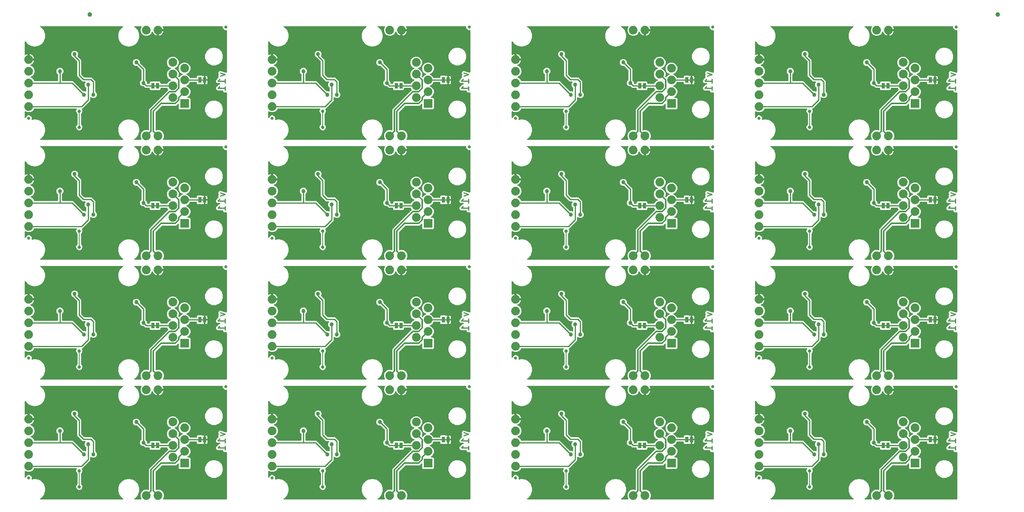
<source format=gbl>
G04 EAGLE Gerber RS-274X export*
G75*
%MOMM*%
%FSLAX34Y34*%
%LPD*%
%INBottom Copper*%
%IPPOS*%
%AMOC8*
5,1,8,0,0,1.08239X$1,22.5*%
G01*
%ADD10C,0.279400*%
%ADD11C,1.879600*%
%ADD12R,1.879600X1.879600*%
%ADD13R,0.660400X1.270000*%
%ADD14C,0.635000*%
%ADD15C,1.000000*%
%ADD16C,0.863600*%
%ADD17C,0.254000*%
%ADD18C,0.736600*%
%ADD19C,0.203200*%
%ADD20C,0.304800*%

G36*
X1793088Y781323D02*
X1793088Y781323D01*
X1793233Y781338D01*
X1793246Y781343D01*
X1793259Y781345D01*
X1793394Y781398D01*
X1793531Y781449D01*
X1793542Y781457D01*
X1793555Y781462D01*
X1793673Y781547D01*
X1793792Y781630D01*
X1793801Y781640D01*
X1793812Y781648D01*
X1793905Y781761D01*
X1794000Y781871D01*
X1794006Y781883D01*
X1794015Y781893D01*
X1794077Y782025D01*
X1794142Y782156D01*
X1794145Y782169D01*
X1794150Y782181D01*
X1794177Y782323D01*
X1794208Y782467D01*
X1794208Y782480D01*
X1794210Y782493D01*
X1794201Y782638D01*
X1794195Y782784D01*
X1794191Y782797D01*
X1794190Y782811D01*
X1794146Y782949D01*
X1794103Y783089D01*
X1794096Y783101D01*
X1794092Y783113D01*
X1794015Y783236D01*
X1793939Y783361D01*
X1793929Y783371D01*
X1793922Y783382D01*
X1793816Y783482D01*
X1793712Y783584D01*
X1793697Y783594D01*
X1793691Y783600D01*
X1793676Y783608D01*
X1793578Y783673D01*
X1791185Y785055D01*
X1786060Y791162D01*
X1783333Y798654D01*
X1783333Y806626D01*
X1786060Y814118D01*
X1791184Y820225D01*
X1798089Y824211D01*
X1805940Y825595D01*
X1813791Y824211D01*
X1820695Y820225D01*
X1825820Y814118D01*
X1828547Y806626D01*
X1828547Y798654D01*
X1825820Y791162D01*
X1820695Y785055D01*
X1818302Y783673D01*
X1818186Y783585D01*
X1818068Y783500D01*
X1818059Y783489D01*
X1818049Y783481D01*
X1817958Y783367D01*
X1817865Y783255D01*
X1817859Y783242D01*
X1817851Y783232D01*
X1817791Y783098D01*
X1817730Y782967D01*
X1817727Y782954D01*
X1817722Y782941D01*
X1817697Y782797D01*
X1817670Y782654D01*
X1817671Y782641D01*
X1817668Y782628D01*
X1817681Y782482D01*
X1817690Y782337D01*
X1817694Y782324D01*
X1817695Y782311D01*
X1817743Y782173D01*
X1817788Y782035D01*
X1817795Y782023D01*
X1817799Y782010D01*
X1817880Y781889D01*
X1817958Y781766D01*
X1817968Y781757D01*
X1817975Y781745D01*
X1818083Y781648D01*
X1818189Y781548D01*
X1818201Y781541D01*
X1818211Y781532D01*
X1818341Y781465D01*
X1818468Y781394D01*
X1818481Y781391D01*
X1818493Y781385D01*
X1818635Y781351D01*
X1818776Y781315D01*
X1818794Y781314D01*
X1818803Y781312D01*
X1818820Y781312D01*
X1818937Y781305D01*
X1832245Y781305D01*
X1832294Y781311D01*
X1832344Y781309D01*
X1832451Y781331D01*
X1832561Y781345D01*
X1832607Y781363D01*
X1832655Y781373D01*
X1832754Y781421D01*
X1832856Y781462D01*
X1832896Y781491D01*
X1832941Y781513D01*
X1833025Y781584D01*
X1833114Y781648D01*
X1833145Y781687D01*
X1833183Y781719D01*
X1833246Y781809D01*
X1833316Y781893D01*
X1833338Y781938D01*
X1833366Y781979D01*
X1833405Y782082D01*
X1833452Y782181D01*
X1833461Y782230D01*
X1833479Y782276D01*
X1833491Y782386D01*
X1833512Y782493D01*
X1833509Y782543D01*
X1833514Y782592D01*
X1833499Y782701D01*
X1833492Y782811D01*
X1833477Y782858D01*
X1833470Y782907D01*
X1833418Y783060D01*
X1831593Y787464D01*
X1831593Y792416D01*
X1833488Y796990D01*
X1836990Y800492D01*
X1841564Y802387D01*
X1846516Y802387D01*
X1847872Y801825D01*
X1847920Y801812D01*
X1847965Y801791D01*
X1848073Y801770D01*
X1848179Y801741D01*
X1848229Y801740D01*
X1848278Y801731D01*
X1848387Y801738D01*
X1848497Y801736D01*
X1848545Y801747D01*
X1848595Y801751D01*
X1848699Y801784D01*
X1848806Y801810D01*
X1848850Y801833D01*
X1848897Y801849D01*
X1848990Y801907D01*
X1849087Y801959D01*
X1849124Y801992D01*
X1849166Y802019D01*
X1849241Y802099D01*
X1849323Y802173D01*
X1849350Y802214D01*
X1849384Y802250D01*
X1849437Y802347D01*
X1849497Y802438D01*
X1849514Y802485D01*
X1849538Y802529D01*
X1849565Y802635D01*
X1849601Y802739D01*
X1849605Y802789D01*
X1849617Y802837D01*
X1849627Y802997D01*
X1849627Y847284D01*
X1891013Y888670D01*
X1891086Y888764D01*
X1891165Y888853D01*
X1891183Y888889D01*
X1891208Y888921D01*
X1891255Y889030D01*
X1891309Y889136D01*
X1891318Y889176D01*
X1891334Y889213D01*
X1891353Y889331D01*
X1891379Y889447D01*
X1891378Y889487D01*
X1891384Y889527D01*
X1891373Y889646D01*
X1891369Y889765D01*
X1891358Y889803D01*
X1891354Y889844D01*
X1891314Y889956D01*
X1891281Y890070D01*
X1891260Y890105D01*
X1891247Y890143D01*
X1891180Y890241D01*
X1891119Y890344D01*
X1891079Y890389D01*
X1891068Y890406D01*
X1891053Y890420D01*
X1891013Y890465D01*
X1890638Y890840D01*
X1889831Y892788D01*
X1889817Y892813D01*
X1889807Y892841D01*
X1889738Y892951D01*
X1889674Y893064D01*
X1889653Y893085D01*
X1889637Y893110D01*
X1889543Y893199D01*
X1889452Y893292D01*
X1889427Y893308D01*
X1889406Y893328D01*
X1889292Y893391D01*
X1889181Y893459D01*
X1889153Y893467D01*
X1889127Y893482D01*
X1889001Y893514D01*
X1888877Y893552D01*
X1888848Y893554D01*
X1888819Y893561D01*
X1888659Y893571D01*
X1875917Y893571D01*
X1875799Y893556D01*
X1875680Y893549D01*
X1875642Y893536D01*
X1875601Y893531D01*
X1875491Y893488D01*
X1875378Y893451D01*
X1875343Y893429D01*
X1875306Y893414D01*
X1875210Y893345D01*
X1875109Y893281D01*
X1875081Y893251D01*
X1875048Y893228D01*
X1874972Y893136D01*
X1874891Y893049D01*
X1874871Y893014D01*
X1874846Y892983D01*
X1874795Y892875D01*
X1874737Y892771D01*
X1874727Y892731D01*
X1874710Y892695D01*
X1874688Y892578D01*
X1874658Y892463D01*
X1874654Y892403D01*
X1874650Y892383D01*
X1874652Y892362D01*
X1874648Y892302D01*
X1874648Y890277D01*
X1872862Y888491D01*
X1863601Y888491D01*
X1863521Y888532D01*
X1863481Y888541D01*
X1863444Y888557D01*
X1863327Y888576D01*
X1863210Y888602D01*
X1863170Y888601D01*
X1863130Y888607D01*
X1863012Y888596D01*
X1862893Y888592D01*
X1862854Y888581D01*
X1862814Y888577D01*
X1862701Y888537D01*
X1862587Y888504D01*
X1862566Y888491D01*
X1853318Y888491D01*
X1851532Y890277D01*
X1851532Y892302D01*
X1851517Y892420D01*
X1851510Y892539D01*
X1851497Y892577D01*
X1851492Y892618D01*
X1851449Y892728D01*
X1851412Y892841D01*
X1851390Y892876D01*
X1851375Y892913D01*
X1851306Y893009D01*
X1851242Y893110D01*
X1851212Y893138D01*
X1851189Y893171D01*
X1851097Y893247D01*
X1851010Y893328D01*
X1850975Y893348D01*
X1850944Y893373D01*
X1850836Y893424D01*
X1850732Y893482D01*
X1850692Y893492D01*
X1850656Y893509D01*
X1850539Y893531D01*
X1850424Y893561D01*
X1850364Y893565D01*
X1850344Y893569D01*
X1850323Y893567D01*
X1850263Y893571D01*
X1842251Y893571D01*
X1839321Y896502D01*
X1839243Y896562D01*
X1839170Y896630D01*
X1839117Y896659D01*
X1839070Y896696D01*
X1838979Y896736D01*
X1838892Y896784D01*
X1838833Y896799D01*
X1838778Y896823D01*
X1838680Y896838D01*
X1838584Y896863D01*
X1838484Y896869D01*
X1838464Y896873D01*
X1838451Y896871D01*
X1838423Y896873D01*
X1836225Y896873D01*
X1833517Y897995D01*
X1831445Y900067D01*
X1830323Y902775D01*
X1830323Y905705D01*
X1831445Y908413D01*
X1833000Y909968D01*
X1833060Y910046D01*
X1833128Y910118D01*
X1833157Y910171D01*
X1833194Y910219D01*
X1833234Y910310D01*
X1833282Y910397D01*
X1833297Y910455D01*
X1833321Y910511D01*
X1833336Y910609D01*
X1833361Y910704D01*
X1833367Y910804D01*
X1833371Y910825D01*
X1833369Y910837D01*
X1833371Y910865D01*
X1833371Y931135D01*
X1833359Y931234D01*
X1833356Y931333D01*
X1833339Y931391D01*
X1833331Y931451D01*
X1833295Y931543D01*
X1833267Y931638D01*
X1833237Y931690D01*
X1833214Y931747D01*
X1833156Y931826D01*
X1833106Y931912D01*
X1833040Y931987D01*
X1833028Y932004D01*
X1833018Y932012D01*
X1833000Y932033D01*
X1824081Y940952D01*
X1824003Y941012D01*
X1823930Y941080D01*
X1823877Y941109D01*
X1823830Y941146D01*
X1823739Y941186D01*
X1823652Y941234D01*
X1823593Y941249D01*
X1823538Y941273D01*
X1823440Y941288D01*
X1823344Y941313D01*
X1823244Y941319D01*
X1823224Y941323D01*
X1823211Y941321D01*
X1823183Y941323D01*
X1820985Y941323D01*
X1818277Y942445D01*
X1816205Y944517D01*
X1815083Y947225D01*
X1815083Y950155D01*
X1816205Y952863D01*
X1818277Y954935D01*
X1820985Y956057D01*
X1823915Y956057D01*
X1826623Y954935D01*
X1828695Y952863D01*
X1829817Y950155D01*
X1829817Y947957D01*
X1829829Y947858D01*
X1829832Y947759D01*
X1829849Y947701D01*
X1829857Y947641D01*
X1829893Y947549D01*
X1829921Y947454D01*
X1829951Y947402D01*
X1829974Y947345D01*
X1830032Y947265D01*
X1830082Y947180D01*
X1830148Y947105D01*
X1830160Y947088D01*
X1830170Y947080D01*
X1830188Y947059D01*
X1842009Y935239D01*
X1842009Y910865D01*
X1842021Y910767D01*
X1842024Y910668D01*
X1842041Y910610D01*
X1842049Y910550D01*
X1842085Y910458D01*
X1842113Y910362D01*
X1842143Y910310D01*
X1842166Y910254D01*
X1842224Y910174D01*
X1842274Y910088D01*
X1842340Y910013D01*
X1842352Y909997D01*
X1842362Y909989D01*
X1842380Y909968D01*
X1843935Y908413D01*
X1845057Y905705D01*
X1845057Y903507D01*
X1845069Y903408D01*
X1845072Y903309D01*
X1845089Y903251D01*
X1845097Y903191D01*
X1845133Y903099D01*
X1845161Y903004D01*
X1845191Y902952D01*
X1845214Y902895D01*
X1845272Y902815D01*
X1845322Y902730D01*
X1845388Y902655D01*
X1845400Y902638D01*
X1845410Y902630D01*
X1845428Y902609D01*
X1845457Y902580D01*
X1845535Y902520D01*
X1845608Y902452D01*
X1845661Y902423D01*
X1845708Y902386D01*
X1845799Y902346D01*
X1845886Y902298D01*
X1845945Y902283D01*
X1846000Y902259D01*
X1846098Y902244D01*
X1846194Y902219D01*
X1846294Y902213D01*
X1846314Y902209D01*
X1846327Y902211D01*
X1846355Y902209D01*
X1850263Y902209D01*
X1850381Y902224D01*
X1850500Y902231D01*
X1850538Y902244D01*
X1850579Y902249D01*
X1850689Y902292D01*
X1850802Y902329D01*
X1850837Y902351D01*
X1850874Y902366D01*
X1850970Y902435D01*
X1851071Y902499D01*
X1851099Y902529D01*
X1851132Y902552D01*
X1851208Y902644D01*
X1851289Y902731D01*
X1851309Y902766D01*
X1851334Y902797D01*
X1851385Y902905D01*
X1851443Y903009D01*
X1851453Y903049D01*
X1851470Y903085D01*
X1851492Y903202D01*
X1851522Y903317D01*
X1851526Y903377D01*
X1851530Y903397D01*
X1851528Y903418D01*
X1851532Y903478D01*
X1851532Y905503D01*
X1853318Y907289D01*
X1862579Y907289D01*
X1862659Y907248D01*
X1862698Y907239D01*
X1862735Y907223D01*
X1862853Y907204D01*
X1862969Y907178D01*
X1863010Y907179D01*
X1863050Y907173D01*
X1863168Y907184D01*
X1863287Y907188D01*
X1863326Y907199D01*
X1863366Y907203D01*
X1863478Y907243D01*
X1863593Y907276D01*
X1863614Y907289D01*
X1872862Y907289D01*
X1874648Y905503D01*
X1874648Y903478D01*
X1874663Y903360D01*
X1874670Y903241D01*
X1874683Y903203D01*
X1874688Y903162D01*
X1874731Y903052D01*
X1874768Y902939D01*
X1874790Y902904D01*
X1874805Y902867D01*
X1874874Y902771D01*
X1874938Y902670D01*
X1874968Y902642D01*
X1874991Y902609D01*
X1875083Y902533D01*
X1875170Y902452D01*
X1875205Y902432D01*
X1875236Y902407D01*
X1875344Y902356D01*
X1875448Y902298D01*
X1875488Y902288D01*
X1875524Y902271D01*
X1875641Y902249D01*
X1875756Y902219D01*
X1875816Y902215D01*
X1875836Y902211D01*
X1875857Y902213D01*
X1875917Y902209D01*
X1888659Y902209D01*
X1888688Y902212D01*
X1888717Y902210D01*
X1888845Y902232D01*
X1888974Y902249D01*
X1889001Y902259D01*
X1889031Y902264D01*
X1889149Y902318D01*
X1889270Y902366D01*
X1889294Y902383D01*
X1889321Y902395D01*
X1889422Y902476D01*
X1889527Y902552D01*
X1889546Y902575D01*
X1889569Y902594D01*
X1889647Y902697D01*
X1889730Y902797D01*
X1889743Y902824D01*
X1889760Y902848D01*
X1889831Y902992D01*
X1890638Y904940D01*
X1894140Y908442D01*
X1896495Y909417D01*
X1896615Y909486D01*
X1896738Y909551D01*
X1896753Y909565D01*
X1896771Y909575D01*
X1896871Y909672D01*
X1896974Y909765D01*
X1896985Y909782D01*
X1896999Y909796D01*
X1897072Y909915D01*
X1897148Y910031D01*
X1897155Y910050D01*
X1897166Y910067D01*
X1897207Y910200D01*
X1897252Y910332D01*
X1897253Y910352D01*
X1897259Y910371D01*
X1897266Y910510D01*
X1897277Y910649D01*
X1897273Y910669D01*
X1897274Y910689D01*
X1897246Y910825D01*
X1897222Y910962D01*
X1897214Y910981D01*
X1897210Y911000D01*
X1897149Y911126D01*
X1897092Y911252D01*
X1897079Y911268D01*
X1897070Y911286D01*
X1896980Y911392D01*
X1896893Y911500D01*
X1896877Y911513D01*
X1896864Y911528D01*
X1896750Y911608D01*
X1896639Y911692D01*
X1896614Y911704D01*
X1896604Y911711D01*
X1896585Y911718D01*
X1896495Y911763D01*
X1894139Y912738D01*
X1890638Y916240D01*
X1888743Y920814D01*
X1888743Y925766D01*
X1890638Y930340D01*
X1894140Y933842D01*
X1896495Y934817D01*
X1896615Y934886D01*
X1896738Y934951D01*
X1896753Y934965D01*
X1896771Y934975D01*
X1896871Y935072D01*
X1896974Y935165D01*
X1896985Y935182D01*
X1896999Y935196D01*
X1897072Y935315D01*
X1897148Y935431D01*
X1897155Y935450D01*
X1897166Y935467D01*
X1897207Y935600D01*
X1897252Y935732D01*
X1897253Y935752D01*
X1897259Y935771D01*
X1897266Y935910D01*
X1897277Y936049D01*
X1897273Y936069D01*
X1897274Y936089D01*
X1897246Y936225D01*
X1897222Y936362D01*
X1897214Y936381D01*
X1897210Y936400D01*
X1897149Y936526D01*
X1897092Y936652D01*
X1897079Y936668D01*
X1897070Y936686D01*
X1896980Y936792D01*
X1896893Y936900D01*
X1896877Y936913D01*
X1896864Y936928D01*
X1896750Y937008D01*
X1896639Y937092D01*
X1896614Y937104D01*
X1896604Y937111D01*
X1896585Y937118D01*
X1896495Y937163D01*
X1894139Y938138D01*
X1890638Y941640D01*
X1888743Y946214D01*
X1888743Y951166D01*
X1890638Y955740D01*
X1894140Y959242D01*
X1898714Y961137D01*
X1903666Y961137D01*
X1908240Y959242D01*
X1911742Y955740D01*
X1913637Y951166D01*
X1913637Y946214D01*
X1911742Y941640D01*
X1908241Y938138D01*
X1905885Y937163D01*
X1905764Y937094D01*
X1905642Y937029D01*
X1905627Y937015D01*
X1905609Y937005D01*
X1905509Y936908D01*
X1905406Y936815D01*
X1905395Y936798D01*
X1905381Y936784D01*
X1905308Y936666D01*
X1905232Y936549D01*
X1905225Y936530D01*
X1905214Y936513D01*
X1905174Y936380D01*
X1905128Y936248D01*
X1905127Y936228D01*
X1905121Y936209D01*
X1905114Y936070D01*
X1905103Y935931D01*
X1905107Y935911D01*
X1905106Y935891D01*
X1905134Y935755D01*
X1905158Y935618D01*
X1905166Y935599D01*
X1905170Y935580D01*
X1905231Y935455D01*
X1905288Y935328D01*
X1905301Y935312D01*
X1905310Y935294D01*
X1905400Y935188D01*
X1905487Y935080D01*
X1905503Y935067D01*
X1905516Y935052D01*
X1905630Y934972D01*
X1905741Y934888D01*
X1905766Y934876D01*
X1905776Y934869D01*
X1905795Y934862D01*
X1905885Y934817D01*
X1908240Y933842D01*
X1911742Y930340D01*
X1913637Y925766D01*
X1913637Y920814D01*
X1912935Y919120D01*
X1912927Y919092D01*
X1912914Y919065D01*
X1912885Y918938D01*
X1912851Y918813D01*
X1912851Y918784D01*
X1912844Y918755D01*
X1912848Y918625D01*
X1912846Y918495D01*
X1912853Y918466D01*
X1912854Y918437D01*
X1912890Y918312D01*
X1912920Y918186D01*
X1912934Y918160D01*
X1912942Y918131D01*
X1913008Y918020D01*
X1913069Y917905D01*
X1913089Y917883D01*
X1913104Y917858D01*
X1913210Y917737D01*
X1913895Y917052D01*
X1913934Y917021D01*
X1913968Y916985D01*
X1914059Y916924D01*
X1914146Y916857D01*
X1914192Y916837D01*
X1914233Y916810D01*
X1914337Y916774D01*
X1914438Y916731D01*
X1914487Y916723D01*
X1914534Y916707D01*
X1914643Y916698D01*
X1914752Y916681D01*
X1914802Y916686D01*
X1914851Y916682D01*
X1914959Y916700D01*
X1915069Y916711D01*
X1915116Y916727D01*
X1915164Y916736D01*
X1915264Y916781D01*
X1915368Y916818D01*
X1915409Y916846D01*
X1915454Y916867D01*
X1915540Y916935D01*
X1915631Y916997D01*
X1915664Y917034D01*
X1915703Y917065D01*
X1915769Y917153D01*
X1915842Y917235D01*
X1915864Y917280D01*
X1915894Y917319D01*
X1915965Y917464D01*
X1916038Y917641D01*
X1919540Y921142D01*
X1921895Y922117D01*
X1922015Y922186D01*
X1922138Y922251D01*
X1922153Y922265D01*
X1922171Y922275D01*
X1922271Y922372D01*
X1922374Y922465D01*
X1922385Y922482D01*
X1922399Y922496D01*
X1922472Y922615D01*
X1922548Y922731D01*
X1922555Y922750D01*
X1922566Y922767D01*
X1922607Y922900D01*
X1922652Y923032D01*
X1922653Y923052D01*
X1922659Y923071D01*
X1922666Y923210D01*
X1922677Y923349D01*
X1922673Y923369D01*
X1922674Y923389D01*
X1922646Y923525D01*
X1922622Y923662D01*
X1922614Y923681D01*
X1922610Y923700D01*
X1922549Y923826D01*
X1922492Y923952D01*
X1922479Y923968D01*
X1922470Y923986D01*
X1922380Y924092D01*
X1922293Y924200D01*
X1922277Y924213D01*
X1922264Y924228D01*
X1922150Y924308D01*
X1922039Y924392D01*
X1922014Y924404D01*
X1922004Y924411D01*
X1921985Y924418D01*
X1921895Y924463D01*
X1919539Y925438D01*
X1916038Y928940D01*
X1914143Y933514D01*
X1914143Y938466D01*
X1916038Y943040D01*
X1919540Y946542D01*
X1924114Y948437D01*
X1929066Y948437D01*
X1933640Y946542D01*
X1937142Y943040D01*
X1939037Y938466D01*
X1939037Y933514D01*
X1937142Y928940D01*
X1933641Y925438D01*
X1931285Y924463D01*
X1931164Y924394D01*
X1931042Y924329D01*
X1931027Y924315D01*
X1931009Y924305D01*
X1930909Y924208D01*
X1930806Y924115D01*
X1930795Y924098D01*
X1930781Y924084D01*
X1930708Y923966D01*
X1930632Y923849D01*
X1930625Y923830D01*
X1930614Y923813D01*
X1930574Y923680D01*
X1930528Y923548D01*
X1930527Y923528D01*
X1930521Y923509D01*
X1930514Y923370D01*
X1930503Y923231D01*
X1930507Y923211D01*
X1930506Y923191D01*
X1930534Y923055D01*
X1930558Y922918D01*
X1930566Y922899D01*
X1930570Y922880D01*
X1930631Y922755D01*
X1930688Y922628D01*
X1930701Y922612D01*
X1930710Y922594D01*
X1930800Y922488D01*
X1930887Y922380D01*
X1930903Y922367D01*
X1930916Y922352D01*
X1931030Y922272D01*
X1931141Y922188D01*
X1931166Y922176D01*
X1931176Y922169D01*
X1931195Y922162D01*
X1931285Y922117D01*
X1933640Y921142D01*
X1937142Y917640D01*
X1937949Y915692D01*
X1937963Y915667D01*
X1937973Y915639D01*
X1938042Y915529D01*
X1938106Y915416D01*
X1938127Y915395D01*
X1938143Y915370D01*
X1938237Y915281D01*
X1938328Y915188D01*
X1938353Y915172D01*
X1938374Y915152D01*
X1938488Y915089D01*
X1938599Y915021D01*
X1938627Y915013D01*
X1938653Y914998D01*
X1938779Y914966D01*
X1938903Y914928D01*
X1938932Y914926D01*
X1938961Y914919D01*
X1939121Y914909D01*
X1951863Y914909D01*
X1951981Y914924D01*
X1952100Y914931D01*
X1952138Y914944D01*
X1952179Y914949D01*
X1952289Y914992D01*
X1952402Y915029D01*
X1952437Y915051D01*
X1952474Y915066D01*
X1952570Y915135D01*
X1952671Y915199D01*
X1952699Y915229D01*
X1952732Y915252D01*
X1952808Y915344D01*
X1952889Y915431D01*
X1952909Y915466D01*
X1952934Y915497D01*
X1952985Y915605D01*
X1953043Y915709D01*
X1953053Y915749D01*
X1953070Y915785D01*
X1953092Y915902D01*
X1953122Y916017D01*
X1953126Y916077D01*
X1953130Y916097D01*
X1953128Y916118D01*
X1953132Y916178D01*
X1953132Y918203D01*
X1954918Y919989D01*
X1964048Y919989D01*
X1964398Y919639D01*
X1964481Y919574D01*
X1964559Y919502D01*
X1964607Y919477D01*
X1964649Y919444D01*
X1964746Y919402D01*
X1964839Y919352D01*
X1964891Y919339D01*
X1964941Y919317D01*
X1965046Y919301D01*
X1965148Y919275D01*
X1965202Y919276D01*
X1965255Y919268D01*
X1965360Y919277D01*
X1965466Y919278D01*
X1965550Y919295D01*
X1965572Y919297D01*
X1965586Y919303D01*
X1965624Y919310D01*
X1966261Y919481D01*
X1968247Y919481D01*
X1968247Y911923D01*
X1962849Y911923D01*
X1962830Y911911D01*
X1962807Y911907D01*
X1962800Y911892D01*
X1962791Y911886D01*
X1962793Y911876D01*
X1962786Y911860D01*
X1962786Y909320D01*
X1962798Y909301D01*
X1962801Y909279D01*
X1962817Y909272D01*
X1962823Y909263D01*
X1962833Y909264D01*
X1962849Y909257D01*
X1968247Y909257D01*
X1968247Y901699D01*
X1966260Y901699D01*
X1965624Y901870D01*
X1965519Y901884D01*
X1965416Y901907D01*
X1965362Y901906D01*
X1965309Y901913D01*
X1965204Y901901D01*
X1965098Y901898D01*
X1965046Y901883D01*
X1964993Y901877D01*
X1964894Y901839D01*
X1964793Y901809D01*
X1964746Y901782D01*
X1964696Y901763D01*
X1964610Y901701D01*
X1964519Y901648D01*
X1964455Y901591D01*
X1964437Y901579D01*
X1964426Y901567D01*
X1964398Y901541D01*
X1964048Y901191D01*
X1954918Y901191D01*
X1953132Y902977D01*
X1953132Y905002D01*
X1953117Y905120D01*
X1953110Y905239D01*
X1953097Y905277D01*
X1953092Y905318D01*
X1953049Y905428D01*
X1953012Y905541D01*
X1952990Y905576D01*
X1952975Y905613D01*
X1952906Y905709D01*
X1952842Y905810D01*
X1952812Y905838D01*
X1952789Y905871D01*
X1952697Y905947D01*
X1952610Y906028D01*
X1952575Y906048D01*
X1952544Y906073D01*
X1952436Y906124D01*
X1952332Y906182D01*
X1952292Y906192D01*
X1952256Y906209D01*
X1952139Y906231D01*
X1952024Y906261D01*
X1951964Y906265D01*
X1951944Y906269D01*
X1951923Y906267D01*
X1951863Y906271D01*
X1939121Y906271D01*
X1939092Y906268D01*
X1939063Y906270D01*
X1938935Y906248D01*
X1938806Y906231D01*
X1938779Y906221D01*
X1938749Y906216D01*
X1938631Y906162D01*
X1938510Y906114D01*
X1938486Y906097D01*
X1938459Y906085D01*
X1938358Y906004D01*
X1938253Y905928D01*
X1938234Y905905D01*
X1938211Y905886D01*
X1938133Y905783D01*
X1938050Y905683D01*
X1938037Y905656D01*
X1938020Y905632D01*
X1937949Y905488D01*
X1937142Y903540D01*
X1933641Y900038D01*
X1931285Y899063D01*
X1931164Y898994D01*
X1931042Y898929D01*
X1931027Y898915D01*
X1931009Y898905D01*
X1930909Y898808D01*
X1930806Y898715D01*
X1930795Y898698D01*
X1930781Y898684D01*
X1930708Y898566D01*
X1930632Y898449D01*
X1930625Y898430D01*
X1930614Y898413D01*
X1930574Y898280D01*
X1930528Y898148D01*
X1930527Y898128D01*
X1930521Y898109D01*
X1930514Y897970D01*
X1930503Y897831D01*
X1930507Y897811D01*
X1930506Y897791D01*
X1930534Y897655D01*
X1930558Y897518D01*
X1930566Y897499D01*
X1930570Y897480D01*
X1930631Y897355D01*
X1930688Y897228D01*
X1930701Y897212D01*
X1930710Y897194D01*
X1930800Y897088D01*
X1930887Y896980D01*
X1930903Y896967D01*
X1930916Y896952D01*
X1931030Y896872D01*
X1931141Y896788D01*
X1931166Y896776D01*
X1931176Y896769D01*
X1931195Y896762D01*
X1931285Y896717D01*
X1933640Y895742D01*
X1937142Y892240D01*
X1939037Y887666D01*
X1939037Y882714D01*
X1937142Y878140D01*
X1933626Y874624D01*
X1933613Y874618D01*
X1933540Y874566D01*
X1933462Y874521D01*
X1933412Y874473D01*
X1933355Y874432D01*
X1933298Y874362D01*
X1933234Y874300D01*
X1933197Y874240D01*
X1933152Y874187D01*
X1933114Y874105D01*
X1933067Y874029D01*
X1933047Y873962D01*
X1933017Y873899D01*
X1933000Y873811D01*
X1932974Y873725D01*
X1932970Y873655D01*
X1932957Y873586D01*
X1932963Y873497D01*
X1932958Y873407D01*
X1932973Y873339D01*
X1932977Y873269D01*
X1933005Y873184D01*
X1933023Y873096D01*
X1933053Y873033D01*
X1933075Y872967D01*
X1933123Y872891D01*
X1933162Y872810D01*
X1933208Y872757D01*
X1933245Y872698D01*
X1933310Y872636D01*
X1933369Y872568D01*
X1933426Y872528D01*
X1933477Y872480D01*
X1933555Y872437D01*
X1933629Y872385D01*
X1933694Y872360D01*
X1933755Y872326D01*
X1933842Y872304D01*
X1933926Y872272D01*
X1933996Y872264D01*
X1934063Y872247D01*
X1934224Y872237D01*
X1937251Y872237D01*
X1939037Y870451D01*
X1939037Y849129D01*
X1937251Y847343D01*
X1915929Y847343D01*
X1914143Y849129D01*
X1914143Y857952D01*
X1914126Y858089D01*
X1914113Y858228D01*
X1914106Y858247D01*
X1914103Y858267D01*
X1914052Y858396D01*
X1914005Y858527D01*
X1913994Y858544D01*
X1913986Y858563D01*
X1913905Y858675D01*
X1913827Y858790D01*
X1913811Y858804D01*
X1913800Y858820D01*
X1913692Y858909D01*
X1913588Y859001D01*
X1913570Y859010D01*
X1913555Y859023D01*
X1913429Y859082D01*
X1913305Y859145D01*
X1913285Y859150D01*
X1913267Y859159D01*
X1913131Y859185D01*
X1912995Y859215D01*
X1912974Y859214D01*
X1912955Y859218D01*
X1912816Y859210D01*
X1912677Y859205D01*
X1912657Y859200D01*
X1912637Y859199D01*
X1912505Y859156D01*
X1912371Y859117D01*
X1912354Y859107D01*
X1912335Y859101D01*
X1912217Y859026D01*
X1912097Y858956D01*
X1912076Y858937D01*
X1912066Y858930D01*
X1912052Y858915D01*
X1911977Y858849D01*
X1911395Y858268D01*
X1908345Y855217D01*
X1878210Y855217D01*
X1878112Y855205D01*
X1878013Y855202D01*
X1877954Y855185D01*
X1877894Y855177D01*
X1877802Y855141D01*
X1877707Y855113D01*
X1877655Y855083D01*
X1877599Y855060D01*
X1877519Y855002D01*
X1877433Y854952D01*
X1877358Y854886D01*
X1877341Y854874D01*
X1877333Y854864D01*
X1877312Y854846D01*
X1864224Y841758D01*
X1864164Y841679D01*
X1864096Y841607D01*
X1864067Y841554D01*
X1864030Y841506D01*
X1863990Y841415D01*
X1863942Y841329D01*
X1863927Y841270D01*
X1863903Y841215D01*
X1863888Y841116D01*
X1863863Y841021D01*
X1863857Y840921D01*
X1863853Y840900D01*
X1863855Y840888D01*
X1863853Y840860D01*
X1863853Y802997D01*
X1863859Y802948D01*
X1863857Y802899D01*
X1863879Y802791D01*
X1863893Y802682D01*
X1863911Y802636D01*
X1863921Y802587D01*
X1863969Y802489D01*
X1864010Y802386D01*
X1864039Y802346D01*
X1864061Y802301D01*
X1864132Y802218D01*
X1864196Y802129D01*
X1864235Y802097D01*
X1864267Y802059D01*
X1864357Y801996D01*
X1864441Y801926D01*
X1864486Y801905D01*
X1864527Y801876D01*
X1864630Y801837D01*
X1864729Y801791D01*
X1864778Y801781D01*
X1864824Y801764D01*
X1864934Y801751D01*
X1865041Y801731D01*
X1865091Y801734D01*
X1865140Y801728D01*
X1865249Y801744D01*
X1865359Y801751D01*
X1865406Y801766D01*
X1865455Y801773D01*
X1865608Y801825D01*
X1866964Y802387D01*
X1871916Y802387D01*
X1876490Y800492D01*
X1879992Y796990D01*
X1881887Y792416D01*
X1881887Y787464D01*
X1880062Y783060D01*
X1880049Y783012D01*
X1880028Y782967D01*
X1880007Y782859D01*
X1879978Y782753D01*
X1879978Y782703D01*
X1879968Y782654D01*
X1879975Y782545D01*
X1879973Y782435D01*
X1879985Y782387D01*
X1879988Y782337D01*
X1880022Y782233D01*
X1880048Y782126D01*
X1880071Y782082D01*
X1880086Y782035D01*
X1880145Y781942D01*
X1880196Y781845D01*
X1880230Y781808D01*
X1880256Y781766D01*
X1880336Y781691D01*
X1880410Y781609D01*
X1880452Y781582D01*
X1880488Y781548D01*
X1880584Y781495D01*
X1880676Y781435D01*
X1880723Y781418D01*
X1880766Y781394D01*
X1880873Y781367D01*
X1880977Y781331D01*
X1881026Y781327D01*
X1881074Y781315D01*
X1881235Y781305D01*
X2016506Y781305D01*
X2016624Y781320D01*
X2016743Y781327D01*
X2016781Y781340D01*
X2016822Y781345D01*
X2016932Y781388D01*
X2017045Y781425D01*
X2017080Y781447D01*
X2017117Y781462D01*
X2017213Y781531D01*
X2017314Y781595D01*
X2017342Y781625D01*
X2017375Y781648D01*
X2017451Y781740D01*
X2017532Y781827D01*
X2017552Y781862D01*
X2017577Y781893D01*
X2017628Y782001D01*
X2017686Y782105D01*
X2017696Y782145D01*
X2017713Y782181D01*
X2017735Y782298D01*
X2017765Y782413D01*
X2017769Y782473D01*
X2017773Y782493D01*
X2017771Y782514D01*
X2017775Y782574D01*
X2017775Y882842D01*
X2017758Y882979D01*
X2017745Y883118D01*
X2017738Y883137D01*
X2017735Y883157D01*
X2017684Y883286D01*
X2017637Y883418D01*
X2017626Y883434D01*
X2017618Y883453D01*
X2017537Y883565D01*
X2017458Y883681D01*
X2017443Y883694D01*
X2017432Y883710D01*
X2017324Y883799D01*
X2017220Y883891D01*
X2017202Y883900D01*
X2017187Y883913D01*
X2017061Y883972D01*
X2016937Y884036D01*
X2016917Y884040D01*
X2016899Y884048D01*
X2016762Y884075D01*
X2016626Y884105D01*
X2016606Y884104D01*
X2016587Y884108D01*
X2016447Y884100D01*
X2016308Y884095D01*
X2016289Y884090D01*
X2016269Y884088D01*
X2016197Y884065D01*
X2012252Y884065D01*
X2009647Y886669D01*
X2009647Y886959D01*
X2009632Y887077D01*
X2009625Y887195D01*
X2009612Y887234D01*
X2009607Y887274D01*
X2009564Y887385D01*
X2009527Y887498D01*
X2009505Y887532D01*
X2009490Y887570D01*
X2009421Y887666D01*
X2009357Y887767D01*
X2009327Y887794D01*
X2009304Y887827D01*
X2009212Y887903D01*
X2009125Y887985D01*
X2009090Y888004D01*
X2009059Y888030D01*
X2008951Y888081D01*
X2008847Y888138D01*
X2008807Y888148D01*
X2008771Y888165D01*
X2008654Y888188D01*
X2008539Y888218D01*
X2008479Y888221D01*
X2008459Y888225D01*
X2008438Y888224D01*
X2008378Y888228D01*
X1999423Y888228D01*
X1999409Y888226D01*
X1999283Y888220D01*
X1997735Y888048D01*
X1997624Y888116D01*
X1997596Y888124D01*
X1997571Y888138D01*
X1997445Y888171D01*
X1997320Y888209D01*
X1997291Y888210D01*
X1997280Y888213D01*
X1996187Y889306D01*
X1996176Y889315D01*
X1996083Y889400D01*
X1994866Y890373D01*
X1994835Y890499D01*
X1994822Y890525D01*
X1994814Y890553D01*
X1994748Y890665D01*
X1994687Y890780D01*
X1994667Y890802D01*
X1994661Y890811D01*
X1994661Y892357D01*
X1994659Y892371D01*
X1994654Y892497D01*
X1994481Y894046D01*
X1994549Y894157D01*
X1994558Y894184D01*
X1994572Y894210D01*
X1994604Y894336D01*
X1994642Y894461D01*
X1994644Y894489D01*
X1994647Y894500D01*
X1995740Y895593D01*
X1995749Y895605D01*
X1995833Y895698D01*
X2000116Y901051D01*
X2002608Y901328D01*
X2002695Y901349D01*
X2002783Y901360D01*
X2002848Y901386D01*
X2002917Y901403D01*
X2002996Y901445D01*
X2003079Y901477D01*
X2003136Y901519D01*
X2003198Y901552D01*
X2003264Y901612D01*
X2003336Y901664D01*
X2003381Y901718D01*
X2003433Y901766D01*
X2003482Y901840D01*
X2003539Y901909D01*
X2003569Y901973D01*
X2003608Y902032D01*
X2003636Y902116D01*
X2003674Y902197D01*
X2003688Y902266D01*
X2003710Y902333D01*
X2003717Y902422D01*
X2003734Y902509D01*
X2003730Y902579D01*
X2003735Y902650D01*
X2003720Y902738D01*
X2003714Y902827D01*
X2003693Y902894D01*
X2003681Y902963D01*
X2003644Y903044D01*
X2003616Y903129D01*
X2003579Y903189D01*
X2003550Y903253D01*
X2003494Y903322D01*
X2003446Y903398D01*
X2003395Y903446D01*
X2003351Y903501D01*
X2003280Y903555D01*
X2003215Y903616D01*
X2003153Y903650D01*
X2003097Y903692D01*
X2003014Y903726D01*
X2002936Y903769D01*
X2002868Y903787D01*
X2002803Y903814D01*
X2002715Y903826D01*
X2002628Y903849D01*
X2002503Y903857D01*
X2002488Y903859D01*
X2002478Y903858D01*
X2002468Y903859D01*
X1999423Y903859D01*
X1999409Y903857D01*
X1999283Y903851D01*
X1997735Y903679D01*
X1997624Y903747D01*
X1997596Y903755D01*
X1997571Y903769D01*
X1997445Y903802D01*
X1997320Y903840D01*
X1997291Y903842D01*
X1997280Y903844D01*
X1996187Y904937D01*
X1996176Y904946D01*
X1996083Y905031D01*
X1994866Y906004D01*
X1994835Y906130D01*
X1994822Y906156D01*
X1994814Y906184D01*
X1994788Y906227D01*
X1994787Y906231D01*
X1994773Y906253D01*
X1994748Y906296D01*
X1994687Y906411D01*
X1994667Y906433D01*
X1994661Y906443D01*
X1994661Y907988D01*
X1994659Y908003D01*
X1994654Y908128D01*
X1994481Y909677D01*
X1994549Y909788D01*
X1994558Y909815D01*
X1994572Y909841D01*
X1994604Y909967D01*
X1994642Y910092D01*
X1994644Y910121D01*
X1994647Y910132D01*
X1995740Y911225D01*
X1995749Y911236D01*
X1995833Y911329D01*
X1999746Y916220D01*
X1999784Y916283D01*
X1999831Y916340D01*
X1999867Y916418D01*
X1999912Y916491D01*
X1999934Y916562D01*
X1999964Y916629D01*
X1999980Y916713D01*
X2000005Y916795D01*
X2000009Y916869D01*
X2000022Y916941D01*
X2000016Y917027D01*
X2000020Y917113D01*
X2000005Y917185D01*
X2000000Y917259D01*
X1999959Y917414D01*
X1999302Y919384D01*
X2000513Y921805D01*
X2000523Y921833D01*
X2000538Y921859D01*
X2000576Y921983D01*
X2000619Y922105D01*
X2000621Y922135D01*
X2000630Y922163D01*
X2000635Y922293D01*
X2000646Y922422D01*
X2000641Y922451D01*
X2000643Y922481D01*
X2000615Y922608D01*
X2000594Y922736D01*
X2000582Y922763D01*
X2000576Y922792D01*
X2000513Y922940D01*
X1999302Y925362D01*
X2000467Y928856D01*
X2003761Y930503D01*
X2013692Y927193D01*
X2013700Y927191D01*
X2013709Y927187D01*
X2013856Y927160D01*
X2014004Y927131D01*
X2014013Y927131D01*
X2014021Y927130D01*
X2014171Y927140D01*
X2014321Y927148D01*
X2014330Y927151D01*
X2014339Y927152D01*
X2014429Y927175D01*
X2015718Y926531D01*
X2015727Y926528D01*
X2015735Y926523D01*
X2015884Y926462D01*
X2016104Y926388D01*
X2016109Y926388D01*
X2016113Y926386D01*
X2016263Y926357D01*
X2016416Y926326D01*
X2016421Y926327D01*
X2016426Y926326D01*
X2016577Y926335D01*
X2016734Y926344D01*
X2016738Y926345D01*
X2016743Y926346D01*
X2016889Y926393D01*
X2017037Y926440D01*
X2017041Y926442D01*
X2017045Y926444D01*
X2017176Y926526D01*
X2017307Y926608D01*
X2017310Y926611D01*
X2017314Y926614D01*
X2017420Y926726D01*
X2017527Y926838D01*
X2017529Y926842D01*
X2017532Y926845D01*
X2017605Y926978D01*
X2017682Y927115D01*
X2017683Y927120D01*
X2017686Y927124D01*
X2017724Y927272D01*
X2017764Y927423D01*
X2017764Y927427D01*
X2017765Y927432D01*
X2017775Y927593D01*
X2017775Y1017397D01*
X2017760Y1017515D01*
X2017753Y1017634D01*
X2017740Y1017672D01*
X2017735Y1017713D01*
X2017692Y1017823D01*
X2017655Y1017936D01*
X2017633Y1017971D01*
X2017618Y1018008D01*
X2017549Y1018104D01*
X2017485Y1018205D01*
X2017455Y1018233D01*
X2017432Y1018266D01*
X2017340Y1018342D01*
X2017253Y1018423D01*
X2017218Y1018443D01*
X2017187Y1018468D01*
X2017079Y1018519D01*
X2016975Y1018577D01*
X2016935Y1018587D01*
X2016899Y1018604D01*
X2016782Y1018626D01*
X2016667Y1018656D01*
X2016607Y1018660D01*
X2016587Y1018664D01*
X2016566Y1018662D01*
X2016506Y1018666D01*
X2014252Y1018666D01*
X2011965Y1019614D01*
X2010214Y1021365D01*
X2009266Y1023652D01*
X2009266Y1025906D01*
X2009251Y1026024D01*
X2009244Y1026143D01*
X2009231Y1026181D01*
X2009226Y1026222D01*
X2009183Y1026332D01*
X2009146Y1026445D01*
X2009124Y1026480D01*
X2009109Y1026517D01*
X2009040Y1026613D01*
X2008976Y1026714D01*
X2008946Y1026742D01*
X2008923Y1026775D01*
X2008831Y1026851D01*
X2008744Y1026932D01*
X2008709Y1026952D01*
X2008678Y1026977D01*
X2008570Y1027028D01*
X2008466Y1027086D01*
X2008426Y1027096D01*
X2008390Y1027113D01*
X2008273Y1027135D01*
X2008158Y1027165D01*
X2008098Y1027169D01*
X2008078Y1027173D01*
X2008057Y1027171D01*
X2007997Y1027175D01*
X1880414Y1027175D01*
X1880375Y1027170D01*
X1880335Y1027173D01*
X1880217Y1027150D01*
X1880099Y1027135D01*
X1880062Y1027121D01*
X1880023Y1027113D01*
X1879914Y1027062D01*
X1879803Y1027018D01*
X1879771Y1026995D01*
X1879735Y1026978D01*
X1879643Y1026902D01*
X1879546Y1026832D01*
X1879520Y1026801D01*
X1879490Y1026776D01*
X1879419Y1026679D01*
X1879343Y1026587D01*
X1879326Y1026551D01*
X1879302Y1026518D01*
X1879258Y1026407D01*
X1879207Y1026299D01*
X1879200Y1026260D01*
X1879185Y1026223D01*
X1879170Y1026104D01*
X1879148Y1025987D01*
X1879150Y1025947D01*
X1879145Y1025907D01*
X1879160Y1025788D01*
X1879167Y1025669D01*
X1879180Y1025631D01*
X1879185Y1025592D01*
X1879228Y1025480D01*
X1879265Y1025367D01*
X1879287Y1025333D01*
X1879301Y1025296D01*
X1879387Y1025160D01*
X1879651Y1024797D01*
X1880504Y1023123D01*
X1881085Y1021336D01*
X1881125Y1021079D01*
X1870710Y1021079D01*
X1870592Y1021064D01*
X1870473Y1021057D01*
X1870435Y1021044D01*
X1870395Y1021039D01*
X1870284Y1020996D01*
X1870171Y1020959D01*
X1870137Y1020937D01*
X1870099Y1020922D01*
X1870003Y1020852D01*
X1869902Y1020789D01*
X1869874Y1020759D01*
X1869842Y1020735D01*
X1869766Y1020644D01*
X1869684Y1020557D01*
X1869665Y1020522D01*
X1869639Y1020491D01*
X1869588Y1020383D01*
X1869531Y1020279D01*
X1869520Y1020239D01*
X1869503Y1020203D01*
X1869481Y1020086D01*
X1869451Y1019971D01*
X1869447Y1019910D01*
X1869443Y1019890D01*
X1869445Y1019870D01*
X1869441Y1019810D01*
X1869441Y1018539D01*
X1868170Y1018539D01*
X1868052Y1018524D01*
X1867933Y1018517D01*
X1867895Y1018504D01*
X1867854Y1018499D01*
X1867744Y1018455D01*
X1867631Y1018419D01*
X1867596Y1018397D01*
X1867559Y1018382D01*
X1867463Y1018312D01*
X1867362Y1018249D01*
X1867334Y1018219D01*
X1867301Y1018195D01*
X1867226Y1018104D01*
X1867144Y1018017D01*
X1867124Y1017982D01*
X1867099Y1017950D01*
X1867048Y1017843D01*
X1866990Y1017738D01*
X1866980Y1017699D01*
X1866963Y1017663D01*
X1866941Y1017546D01*
X1866911Y1017431D01*
X1866907Y1017370D01*
X1866903Y1017350D01*
X1866905Y1017330D01*
X1866901Y1017270D01*
X1866901Y1006855D01*
X1866644Y1006895D01*
X1864857Y1007476D01*
X1863183Y1008329D01*
X1861662Y1009434D01*
X1860334Y1010762D01*
X1859229Y1012283D01*
X1858376Y1013957D01*
X1858225Y1014422D01*
X1858212Y1014449D01*
X1858205Y1014478D01*
X1858145Y1014592D01*
X1858090Y1014710D01*
X1858071Y1014733D01*
X1858057Y1014759D01*
X1857970Y1014855D01*
X1857887Y1014955D01*
X1857863Y1014972D01*
X1857843Y1014994D01*
X1857734Y1015066D01*
X1857630Y1015142D01*
X1857602Y1015153D01*
X1857577Y1015169D01*
X1857454Y1015211D01*
X1857334Y1015259D01*
X1857304Y1015263D01*
X1857276Y1015272D01*
X1857147Y1015283D01*
X1857019Y1015299D01*
X1856989Y1015295D01*
X1856959Y1015298D01*
X1856831Y1015275D01*
X1856703Y1015259D01*
X1856675Y1015248D01*
X1856646Y1015243D01*
X1856528Y1015190D01*
X1856407Y1015142D01*
X1856383Y1015125D01*
X1856356Y1015113D01*
X1856255Y1015032D01*
X1856150Y1014956D01*
X1856131Y1014933D01*
X1856107Y1014914D01*
X1856029Y1014810D01*
X1855947Y1014711D01*
X1855934Y1014684D01*
X1855916Y1014660D01*
X1855845Y1014515D01*
X1854592Y1011490D01*
X1851090Y1007988D01*
X1846516Y1006093D01*
X1841564Y1006093D01*
X1836990Y1007988D01*
X1833488Y1011490D01*
X1831593Y1016064D01*
X1831593Y1021016D01*
X1833418Y1025420D01*
X1833431Y1025468D01*
X1833452Y1025513D01*
X1833473Y1025621D01*
X1833502Y1025727D01*
X1833502Y1025777D01*
X1833512Y1025826D01*
X1833505Y1025935D01*
X1833507Y1026045D01*
X1833495Y1026093D01*
X1833492Y1026143D01*
X1833458Y1026247D01*
X1833433Y1026354D01*
X1833409Y1026398D01*
X1833394Y1026445D01*
X1833335Y1026538D01*
X1833284Y1026635D01*
X1833250Y1026672D01*
X1833224Y1026714D01*
X1833144Y1026789D01*
X1833070Y1026871D01*
X1833028Y1026898D01*
X1832992Y1026932D01*
X1832896Y1026985D01*
X1832804Y1027045D01*
X1832757Y1027062D01*
X1832714Y1027086D01*
X1832607Y1027113D01*
X1832503Y1027149D01*
X1832454Y1027153D01*
X1832406Y1027165D01*
X1832245Y1027175D01*
X1818937Y1027175D01*
X1818792Y1027157D01*
X1818647Y1027142D01*
X1818634Y1027137D01*
X1818621Y1027135D01*
X1818486Y1027082D01*
X1818349Y1027031D01*
X1818338Y1027023D01*
X1818325Y1027018D01*
X1818208Y1026933D01*
X1818088Y1026850D01*
X1818079Y1026839D01*
X1818068Y1026832D01*
X1817975Y1026720D01*
X1817880Y1026609D01*
X1817874Y1026597D01*
X1817865Y1026587D01*
X1817803Y1026455D01*
X1817738Y1026324D01*
X1817735Y1026311D01*
X1817730Y1026299D01*
X1817702Y1026157D01*
X1817672Y1026013D01*
X1817672Y1026000D01*
X1817670Y1025987D01*
X1817679Y1025842D01*
X1817685Y1025696D01*
X1817689Y1025682D01*
X1817690Y1025669D01*
X1817734Y1025531D01*
X1817777Y1025391D01*
X1817784Y1025379D01*
X1817788Y1025367D01*
X1817865Y1025244D01*
X1817941Y1025119D01*
X1817951Y1025109D01*
X1817958Y1025098D01*
X1818064Y1024998D01*
X1818168Y1024896D01*
X1818183Y1024886D01*
X1818189Y1024880D01*
X1818204Y1024872D01*
X1818302Y1024807D01*
X1820695Y1023425D01*
X1825820Y1017318D01*
X1828547Y1009826D01*
X1828547Y1001854D01*
X1825820Y994362D01*
X1820696Y988255D01*
X1813791Y984269D01*
X1805940Y982885D01*
X1798089Y984269D01*
X1791185Y988255D01*
X1786060Y994362D01*
X1783333Y1001854D01*
X1783333Y1009826D01*
X1786060Y1017318D01*
X1791184Y1023425D01*
X1793578Y1024807D01*
X1793694Y1024895D01*
X1793812Y1024980D01*
X1793821Y1024991D01*
X1793831Y1024999D01*
X1793922Y1025113D01*
X1794015Y1025225D01*
X1794021Y1025238D01*
X1794029Y1025248D01*
X1794089Y1025382D01*
X1794150Y1025513D01*
X1794153Y1025526D01*
X1794158Y1025539D01*
X1794183Y1025683D01*
X1794210Y1025826D01*
X1794209Y1025839D01*
X1794212Y1025852D01*
X1794199Y1025998D01*
X1794190Y1026143D01*
X1794186Y1026156D01*
X1794185Y1026169D01*
X1794137Y1026307D01*
X1794092Y1026445D01*
X1794085Y1026457D01*
X1794081Y1026470D01*
X1794000Y1026591D01*
X1793922Y1026714D01*
X1793912Y1026723D01*
X1793905Y1026735D01*
X1793797Y1026832D01*
X1793691Y1026932D01*
X1793679Y1026939D01*
X1793669Y1026948D01*
X1793539Y1027015D01*
X1793412Y1027086D01*
X1793399Y1027089D01*
X1793387Y1027095D01*
X1793245Y1027129D01*
X1793104Y1027165D01*
X1793086Y1027166D01*
X1793077Y1027168D01*
X1793060Y1027168D01*
X1792943Y1027175D01*
X1615737Y1027175D01*
X1615592Y1027157D01*
X1615447Y1027142D01*
X1615434Y1027137D01*
X1615421Y1027135D01*
X1615286Y1027082D01*
X1615149Y1027031D01*
X1615138Y1027023D01*
X1615125Y1027018D01*
X1615008Y1026933D01*
X1614888Y1026850D01*
X1614879Y1026839D01*
X1614868Y1026832D01*
X1614775Y1026720D01*
X1614680Y1026609D01*
X1614674Y1026597D01*
X1614665Y1026587D01*
X1614603Y1026455D01*
X1614538Y1026324D01*
X1614535Y1026311D01*
X1614530Y1026299D01*
X1614502Y1026157D01*
X1614472Y1026013D01*
X1614472Y1026000D01*
X1614470Y1025987D01*
X1614479Y1025842D01*
X1614485Y1025696D01*
X1614489Y1025682D01*
X1614490Y1025669D01*
X1614534Y1025531D01*
X1614577Y1025391D01*
X1614584Y1025379D01*
X1614588Y1025367D01*
X1614665Y1025244D01*
X1614741Y1025119D01*
X1614751Y1025109D01*
X1614758Y1025098D01*
X1614864Y1024998D01*
X1614968Y1024896D01*
X1614983Y1024886D01*
X1614989Y1024880D01*
X1615004Y1024872D01*
X1615102Y1024807D01*
X1617495Y1023425D01*
X1622620Y1017318D01*
X1625347Y1009826D01*
X1625347Y1001854D01*
X1622620Y994362D01*
X1617495Y988255D01*
X1610591Y984269D01*
X1602740Y982885D01*
X1594889Y984269D01*
X1587984Y988255D01*
X1583646Y993425D01*
X1583620Y993449D01*
X1583600Y993478D01*
X1583504Y993557D01*
X1583413Y993641D01*
X1583382Y993658D01*
X1583355Y993681D01*
X1583242Y993734D01*
X1583133Y993793D01*
X1583099Y993801D01*
X1583067Y993816D01*
X1582945Y993839D01*
X1582825Y993870D01*
X1582789Y993869D01*
X1582754Y993876D01*
X1582631Y993868D01*
X1582507Y993867D01*
X1582472Y993858D01*
X1582437Y993856D01*
X1582319Y993818D01*
X1582199Y993786D01*
X1582168Y993769D01*
X1582135Y993758D01*
X1582030Y993692D01*
X1581921Y993631D01*
X1581896Y993607D01*
X1581866Y993588D01*
X1581781Y993498D01*
X1581691Y993412D01*
X1581672Y993382D01*
X1581648Y993356D01*
X1581588Y993248D01*
X1581522Y993143D01*
X1581511Y993109D01*
X1581494Y993078D01*
X1581463Y992958D01*
X1581426Y992840D01*
X1581424Y992804D01*
X1581415Y992770D01*
X1581405Y992609D01*
X1581405Y966014D01*
X1581410Y965975D01*
X1581407Y965935D01*
X1581430Y965817D01*
X1581445Y965699D01*
X1581459Y965662D01*
X1581467Y965623D01*
X1581518Y965514D01*
X1581562Y965403D01*
X1581585Y965371D01*
X1581602Y965335D01*
X1581678Y965243D01*
X1581748Y965146D01*
X1581779Y965120D01*
X1581804Y965090D01*
X1581901Y965019D01*
X1581993Y964943D01*
X1582029Y964926D01*
X1582062Y964902D01*
X1582173Y964858D01*
X1582281Y964807D01*
X1582320Y964800D01*
X1582357Y964785D01*
X1582476Y964770D01*
X1582593Y964748D01*
X1582633Y964750D01*
X1582673Y964745D01*
X1582792Y964760D01*
X1582911Y964767D01*
X1582949Y964780D01*
X1582988Y964785D01*
X1583100Y964828D01*
X1583213Y964865D01*
X1583247Y964887D01*
X1583284Y964901D01*
X1583420Y964987D01*
X1583783Y965251D01*
X1585457Y966104D01*
X1587244Y966685D01*
X1587501Y966725D01*
X1587501Y956310D01*
X1587516Y956192D01*
X1587523Y956073D01*
X1587536Y956035D01*
X1587541Y955995D01*
X1587584Y955884D01*
X1587621Y955771D01*
X1587643Y955737D01*
X1587658Y955699D01*
X1587728Y955603D01*
X1587791Y955502D01*
X1587821Y955474D01*
X1587844Y955442D01*
X1587936Y955366D01*
X1588023Y955284D01*
X1588058Y955265D01*
X1588089Y955239D01*
X1588197Y955188D01*
X1588301Y955131D01*
X1588341Y955120D01*
X1588377Y955103D01*
X1588494Y955081D01*
X1588609Y955051D01*
X1588670Y955047D01*
X1588690Y955043D01*
X1588710Y955045D01*
X1588770Y955041D01*
X1590041Y955041D01*
X1590041Y953770D01*
X1590056Y953652D01*
X1590063Y953533D01*
X1590076Y953495D01*
X1590081Y953454D01*
X1590125Y953344D01*
X1590161Y953231D01*
X1590183Y953196D01*
X1590198Y953159D01*
X1590268Y953063D01*
X1590331Y952962D01*
X1590361Y952934D01*
X1590385Y952901D01*
X1590476Y952826D01*
X1590563Y952744D01*
X1590598Y952724D01*
X1590630Y952699D01*
X1590737Y952648D01*
X1590842Y952590D01*
X1590881Y952580D01*
X1590917Y952563D01*
X1591034Y952541D01*
X1591149Y952511D01*
X1591210Y952507D01*
X1591230Y952503D01*
X1591250Y952505D01*
X1591310Y952501D01*
X1601725Y952501D01*
X1601685Y952244D01*
X1601104Y950457D01*
X1600251Y948783D01*
X1599146Y947262D01*
X1597818Y945934D01*
X1596297Y944829D01*
X1594623Y943976D01*
X1594158Y943825D01*
X1594131Y943812D01*
X1594102Y943805D01*
X1593987Y943745D01*
X1593870Y943690D01*
X1593847Y943671D01*
X1593821Y943657D01*
X1593725Y943569D01*
X1593625Y943487D01*
X1593608Y943463D01*
X1593586Y943443D01*
X1593515Y943334D01*
X1593438Y943230D01*
X1593427Y943202D01*
X1593411Y943177D01*
X1593369Y943055D01*
X1593321Y942934D01*
X1593317Y942904D01*
X1593308Y942876D01*
X1593297Y942747D01*
X1593281Y942618D01*
X1593285Y942589D01*
X1593282Y942559D01*
X1593305Y942431D01*
X1593321Y942303D01*
X1593332Y942275D01*
X1593337Y942246D01*
X1593390Y942128D01*
X1593438Y942007D01*
X1593455Y941983D01*
X1593467Y941956D01*
X1593548Y941855D01*
X1593624Y941750D01*
X1593647Y941731D01*
X1593666Y941707D01*
X1593769Y941630D01*
X1593869Y941547D01*
X1593896Y941534D01*
X1593920Y941516D01*
X1594065Y941445D01*
X1597090Y940192D01*
X1600592Y936690D01*
X1602487Y932116D01*
X1602487Y927164D01*
X1600592Y922590D01*
X1597091Y919088D01*
X1594735Y918113D01*
X1594614Y918044D01*
X1594492Y917979D01*
X1594477Y917965D01*
X1594459Y917955D01*
X1594359Y917858D01*
X1594256Y917765D01*
X1594245Y917748D01*
X1594231Y917734D01*
X1594158Y917616D01*
X1594082Y917499D01*
X1594075Y917480D01*
X1594064Y917463D01*
X1594024Y917330D01*
X1593978Y917198D01*
X1593977Y917178D01*
X1593971Y917159D01*
X1593964Y917020D01*
X1593953Y916881D01*
X1593957Y916861D01*
X1593956Y916841D01*
X1593984Y916705D01*
X1594008Y916568D01*
X1594016Y916549D01*
X1594020Y916530D01*
X1594081Y916405D01*
X1594138Y916278D01*
X1594151Y916262D01*
X1594160Y916244D01*
X1594250Y916138D01*
X1594337Y916030D01*
X1594353Y916017D01*
X1594366Y916002D01*
X1594480Y915922D01*
X1594591Y915838D01*
X1594616Y915826D01*
X1594626Y915819D01*
X1594645Y915812D01*
X1594735Y915767D01*
X1597090Y914792D01*
X1600592Y911290D01*
X1601399Y909342D01*
X1601413Y909317D01*
X1601423Y909289D01*
X1601492Y909179D01*
X1601556Y909066D01*
X1601577Y909045D01*
X1601593Y909020D01*
X1601687Y908931D01*
X1601778Y908838D01*
X1601803Y908822D01*
X1601824Y908802D01*
X1601938Y908739D01*
X1602049Y908671D01*
X1602077Y908663D01*
X1602103Y908648D01*
X1602229Y908616D01*
X1602353Y908578D01*
X1602382Y908576D01*
X1602411Y908569D01*
X1602571Y908559D01*
X1651762Y908559D01*
X1651880Y908574D01*
X1651999Y908581D01*
X1652037Y908594D01*
X1652078Y908599D01*
X1652188Y908642D01*
X1652301Y908679D01*
X1652336Y908701D01*
X1652373Y908716D01*
X1652469Y908785D01*
X1652570Y908849D01*
X1652598Y908879D01*
X1652631Y908902D01*
X1652707Y908994D01*
X1652788Y909081D01*
X1652808Y909116D01*
X1652833Y909147D01*
X1652884Y909255D01*
X1652942Y909359D01*
X1652952Y909399D01*
X1652969Y909435D01*
X1652991Y909552D01*
X1653021Y909667D01*
X1653025Y909727D01*
X1653029Y909747D01*
X1653027Y909768D01*
X1653031Y909828D01*
X1653031Y923015D01*
X1653019Y923113D01*
X1653016Y923212D01*
X1652999Y923270D01*
X1652991Y923330D01*
X1652955Y923422D01*
X1652927Y923518D01*
X1652897Y923570D01*
X1652874Y923626D01*
X1652816Y923706D01*
X1652766Y923792D01*
X1652700Y923867D01*
X1652688Y923883D01*
X1652678Y923891D01*
X1652660Y923912D01*
X1651105Y925467D01*
X1649983Y928175D01*
X1649983Y931105D01*
X1651105Y933813D01*
X1653177Y935885D01*
X1655885Y937007D01*
X1658815Y937007D01*
X1661523Y935885D01*
X1663595Y933813D01*
X1664717Y931105D01*
X1664717Y928175D01*
X1663595Y925467D01*
X1662040Y923912D01*
X1661980Y923834D01*
X1661912Y923762D01*
X1661883Y923709D01*
X1661846Y923661D01*
X1661806Y923570D01*
X1661758Y923483D01*
X1661743Y923425D01*
X1661719Y923369D01*
X1661704Y923271D01*
X1661679Y923176D01*
X1661673Y923076D01*
X1661669Y923055D01*
X1661671Y923043D01*
X1661669Y923015D01*
X1661669Y909828D01*
X1661684Y909710D01*
X1661691Y909591D01*
X1661704Y909553D01*
X1661709Y909512D01*
X1661752Y909402D01*
X1661789Y909289D01*
X1661811Y909254D01*
X1661826Y909217D01*
X1661895Y909121D01*
X1661959Y909020D01*
X1661989Y908992D01*
X1662012Y908959D01*
X1662104Y908883D01*
X1662191Y908802D01*
X1662226Y908782D01*
X1662257Y908757D01*
X1662365Y908706D01*
X1662469Y908648D01*
X1662509Y908638D01*
X1662545Y908621D01*
X1662662Y908599D01*
X1662777Y908569D01*
X1662837Y908565D01*
X1662857Y908561D01*
X1662878Y908563D01*
X1662938Y908559D01*
X1685809Y908559D01*
X1707789Y886578D01*
X1707867Y886518D01*
X1707940Y886450D01*
X1707993Y886421D01*
X1708040Y886384D01*
X1708131Y886344D01*
X1708218Y886296D01*
X1708277Y886281D01*
X1708332Y886257D01*
X1708430Y886242D01*
X1708526Y886217D01*
X1708626Y886211D01*
X1708646Y886207D01*
X1708659Y886209D01*
X1708687Y886207D01*
X1710885Y886207D01*
X1712236Y885647D01*
X1712284Y885634D01*
X1712329Y885613D01*
X1712437Y885592D01*
X1712543Y885563D01*
X1712593Y885562D01*
X1712642Y885553D01*
X1712751Y885560D01*
X1712861Y885558D01*
X1712909Y885570D01*
X1712959Y885573D01*
X1713063Y885607D01*
X1713170Y885632D01*
X1713214Y885656D01*
X1713261Y885671D01*
X1713354Y885730D01*
X1713451Y885781D01*
X1713488Y885814D01*
X1713530Y885841D01*
X1713605Y885921D01*
X1713687Y885995D01*
X1713714Y886036D01*
X1713748Y886073D01*
X1713801Y886169D01*
X1713861Y886261D01*
X1713878Y886308D01*
X1713902Y886351D01*
X1713929Y886457D01*
X1713965Y886561D01*
X1713969Y886611D01*
X1713981Y886659D01*
X1713991Y886820D01*
X1713991Y893805D01*
X1713979Y893903D01*
X1713976Y894002D01*
X1713959Y894060D01*
X1713951Y894120D01*
X1713915Y894212D01*
X1713887Y894308D01*
X1713857Y894360D01*
X1713834Y894416D01*
X1713776Y894496D01*
X1713726Y894582D01*
X1713660Y894657D01*
X1713648Y894673D01*
X1713638Y894681D01*
X1713620Y894702D01*
X1712065Y896257D01*
X1710943Y898965D01*
X1710943Y901895D01*
X1712065Y904603D01*
X1712836Y905375D01*
X1712921Y905484D01*
X1713010Y905591D01*
X1713019Y905610D01*
X1713031Y905626D01*
X1713087Y905754D01*
X1713146Y905879D01*
X1713150Y905899D01*
X1713158Y905918D01*
X1713180Y906056D01*
X1713206Y906192D01*
X1713204Y906212D01*
X1713208Y906232D01*
X1713194Y906371D01*
X1713186Y906509D01*
X1713180Y906528D01*
X1713178Y906548D01*
X1713131Y906680D01*
X1713088Y906811D01*
X1713077Y906829D01*
X1713070Y906848D01*
X1712992Y906963D01*
X1712918Y907080D01*
X1712903Y907094D01*
X1712892Y907111D01*
X1712788Y907203D01*
X1712686Y907298D01*
X1712668Y907308D01*
X1712653Y907321D01*
X1712529Y907384D01*
X1712408Y907452D01*
X1712388Y907457D01*
X1712370Y907466D01*
X1712234Y907496D01*
X1712100Y907531D01*
X1712072Y907533D01*
X1712060Y907536D01*
X1712039Y907535D01*
X1711939Y907541D01*
X1706361Y907541D01*
X1694941Y918961D01*
X1694941Y950185D01*
X1694929Y950284D01*
X1694926Y950383D01*
X1694909Y950441D01*
X1694901Y950501D01*
X1694865Y950593D01*
X1694837Y950688D01*
X1694807Y950740D01*
X1694784Y950797D01*
X1694726Y950876D01*
X1694676Y950962D01*
X1694610Y951037D01*
X1694598Y951054D01*
X1694588Y951062D01*
X1694570Y951083D01*
X1687683Y957970D01*
X1685960Y959692D01*
X1685953Y959698D01*
X1685947Y959705D01*
X1685827Y959795D01*
X1685709Y959887D01*
X1685700Y959891D01*
X1685693Y959897D01*
X1685548Y959967D01*
X1684927Y960225D01*
X1682855Y962297D01*
X1681733Y965005D01*
X1681733Y967935D01*
X1682855Y970643D01*
X1684927Y972715D01*
X1687635Y973837D01*
X1690565Y973837D01*
X1693273Y972715D01*
X1695345Y970643D01*
X1696467Y967935D01*
X1696467Y965005D01*
X1695736Y963240D01*
X1695728Y963212D01*
X1695715Y963185D01*
X1695686Y963058D01*
X1695652Y962933D01*
X1695651Y962904D01*
X1695645Y962875D01*
X1695649Y962745D01*
X1695647Y962615D01*
X1695654Y962587D01*
X1695655Y962557D01*
X1695691Y962432D01*
X1695721Y962306D01*
X1695735Y962280D01*
X1695743Y962252D01*
X1695809Y962140D01*
X1695870Y962025D01*
X1695889Y962003D01*
X1695904Y961978D01*
X1696011Y961857D01*
X1703579Y954289D01*
X1703579Y923065D01*
X1703591Y922966D01*
X1703594Y922867D01*
X1703611Y922809D01*
X1703619Y922749D01*
X1703655Y922657D01*
X1703683Y922562D01*
X1703713Y922510D01*
X1703736Y922453D01*
X1703794Y922373D01*
X1703844Y922288D01*
X1703910Y922213D01*
X1703922Y922196D01*
X1703932Y922188D01*
X1703950Y922167D01*
X1709567Y916550D01*
X1709645Y916490D01*
X1709718Y916422D01*
X1709771Y916393D01*
X1709818Y916356D01*
X1709909Y916316D01*
X1709996Y916268D01*
X1710055Y916253D01*
X1710110Y916229D01*
X1710208Y916214D01*
X1710304Y916189D01*
X1710404Y916183D01*
X1710424Y916179D01*
X1710437Y916181D01*
X1710465Y916179D01*
X1726449Y916179D01*
X1734059Y908569D01*
X1734059Y885465D01*
X1734071Y885367D01*
X1734074Y885268D01*
X1734091Y885210D01*
X1734099Y885150D01*
X1734135Y885058D01*
X1734163Y884962D01*
X1734193Y884910D01*
X1734216Y884854D01*
X1734274Y884774D01*
X1734324Y884688D01*
X1734390Y884613D01*
X1734402Y884597D01*
X1734412Y884589D01*
X1734430Y884568D01*
X1735985Y883013D01*
X1737107Y880305D01*
X1737107Y877375D01*
X1735985Y874667D01*
X1733913Y872595D01*
X1731205Y871473D01*
X1728275Y871473D01*
X1725567Y872595D01*
X1724795Y873366D01*
X1724686Y873451D01*
X1724579Y873540D01*
X1724560Y873549D01*
X1724544Y873561D01*
X1724416Y873617D01*
X1724291Y873676D01*
X1724271Y873680D01*
X1724252Y873688D01*
X1724114Y873710D01*
X1723978Y873736D01*
X1723958Y873734D01*
X1723938Y873738D01*
X1723799Y873724D01*
X1723661Y873716D01*
X1723642Y873710D01*
X1723622Y873708D01*
X1723490Y873661D01*
X1723359Y873618D01*
X1723341Y873607D01*
X1723322Y873600D01*
X1723207Y873522D01*
X1723090Y873448D01*
X1723076Y873433D01*
X1723059Y873422D01*
X1722967Y873318D01*
X1722872Y873216D01*
X1722862Y873198D01*
X1722849Y873183D01*
X1722786Y873059D01*
X1722718Y872938D01*
X1722713Y872918D01*
X1722704Y872900D01*
X1722674Y872764D01*
X1722639Y872630D01*
X1722637Y872602D01*
X1722634Y872590D01*
X1722635Y872569D01*
X1722629Y872469D01*
X1722629Y865621D01*
X1706129Y849121D01*
X1706083Y849121D01*
X1705945Y849104D01*
X1705806Y849091D01*
X1705787Y849084D01*
X1705768Y849081D01*
X1705638Y849030D01*
X1705507Y848983D01*
X1705490Y848972D01*
X1705472Y848964D01*
X1705359Y848883D01*
X1705244Y848804D01*
X1705231Y848789D01*
X1705215Y848778D01*
X1705125Y848670D01*
X1705034Y848566D01*
X1705024Y848548D01*
X1705012Y848533D01*
X1704953Y848407D01*
X1704889Y848283D01*
X1704885Y848263D01*
X1704876Y848245D01*
X1704850Y848109D01*
X1704820Y847972D01*
X1704820Y847952D01*
X1704816Y847933D01*
X1704825Y847794D01*
X1704829Y847654D01*
X1704835Y847635D01*
X1704836Y847615D01*
X1704879Y847483D01*
X1704918Y847349D01*
X1704928Y847332D01*
X1704934Y847313D01*
X1704997Y847213D01*
X1706072Y844619D01*
X1706072Y841941D01*
X1705047Y839467D01*
X1703696Y838116D01*
X1703636Y838038D01*
X1703568Y837966D01*
X1703539Y837913D01*
X1703502Y837865D01*
X1703462Y837774D01*
X1703414Y837687D01*
X1703399Y837629D01*
X1703375Y837573D01*
X1703360Y837475D01*
X1703335Y837380D01*
X1703329Y837280D01*
X1703325Y837259D01*
X1703327Y837247D01*
X1703325Y837219D01*
X1703325Y814590D01*
X1703337Y814492D01*
X1703340Y814393D01*
X1703357Y814335D01*
X1703365Y814275D01*
X1703401Y814183D01*
X1703429Y814087D01*
X1703459Y814035D01*
X1703482Y813979D01*
X1703540Y813899D01*
X1703590Y813813D01*
X1703656Y813738D01*
X1703668Y813722D01*
X1703678Y813714D01*
X1703696Y813693D01*
X1704967Y812422D01*
X1705992Y809948D01*
X1705992Y807270D01*
X1704967Y804796D01*
X1703073Y802902D01*
X1700599Y801877D01*
X1697921Y801877D01*
X1695447Y802902D01*
X1693553Y804796D01*
X1692528Y807270D01*
X1692528Y809948D01*
X1693553Y812422D01*
X1694824Y813693D01*
X1694884Y813771D01*
X1694952Y813843D01*
X1694981Y813896D01*
X1695018Y813944D01*
X1695058Y814035D01*
X1695106Y814122D01*
X1695121Y814180D01*
X1695145Y814236D01*
X1695160Y814334D01*
X1695185Y814429D01*
X1695191Y814529D01*
X1695195Y814550D01*
X1695193Y814562D01*
X1695195Y814590D01*
X1695195Y837379D01*
X1695183Y837477D01*
X1695180Y837576D01*
X1695163Y837634D01*
X1695155Y837694D01*
X1695119Y837786D01*
X1695091Y837882D01*
X1695061Y837934D01*
X1695038Y837990D01*
X1694980Y838070D01*
X1694930Y838156D01*
X1694864Y838231D01*
X1694852Y838247D01*
X1694842Y838255D01*
X1694824Y838276D01*
X1693633Y839467D01*
X1692608Y841941D01*
X1692608Y844619D01*
X1693663Y847165D01*
X1693668Y847171D01*
X1693677Y847190D01*
X1693689Y847205D01*
X1693744Y847333D01*
X1693804Y847459D01*
X1693808Y847479D01*
X1693816Y847497D01*
X1693837Y847635D01*
X1693864Y847772D01*
X1693862Y847791D01*
X1693866Y847811D01*
X1693852Y847950D01*
X1693844Y848089D01*
X1693838Y848108D01*
X1693836Y848128D01*
X1693789Y848259D01*
X1693746Y848391D01*
X1693735Y848408D01*
X1693728Y848427D01*
X1693650Y848542D01*
X1693576Y848660D01*
X1693561Y848674D01*
X1693550Y848690D01*
X1693445Y848783D01*
X1693344Y848878D01*
X1693327Y848888D01*
X1693312Y848901D01*
X1693187Y848965D01*
X1693066Y849032D01*
X1693046Y849037D01*
X1693028Y849046D01*
X1692892Y849076D01*
X1692758Y849111D01*
X1692730Y849113D01*
X1692718Y849115D01*
X1692698Y849115D01*
X1692597Y849121D01*
X1602571Y849121D01*
X1602542Y849118D01*
X1602513Y849120D01*
X1602385Y849098D01*
X1602256Y849081D01*
X1602229Y849071D01*
X1602199Y849066D01*
X1602081Y849012D01*
X1601960Y848964D01*
X1601936Y848947D01*
X1601909Y848935D01*
X1601808Y848854D01*
X1601703Y848778D01*
X1601684Y848755D01*
X1601661Y848736D01*
X1601583Y848633D01*
X1601500Y848533D01*
X1601487Y848506D01*
X1601470Y848482D01*
X1601399Y848338D01*
X1600592Y846390D01*
X1597090Y842888D01*
X1592516Y840993D01*
X1587564Y840993D01*
X1583160Y842818D01*
X1583112Y842831D01*
X1583067Y842852D01*
X1582959Y842873D01*
X1582853Y842902D01*
X1582803Y842902D01*
X1582754Y842912D01*
X1582645Y842905D01*
X1582535Y842907D01*
X1582487Y842895D01*
X1582437Y842892D01*
X1582333Y842858D01*
X1582226Y842833D01*
X1582182Y842809D01*
X1582135Y842794D01*
X1582042Y842735D01*
X1581945Y842684D01*
X1581908Y842650D01*
X1581866Y842624D01*
X1581791Y842544D01*
X1581709Y842470D01*
X1581682Y842428D01*
X1581648Y842392D01*
X1581595Y842296D01*
X1581535Y842204D01*
X1581518Y842157D01*
X1581494Y842114D01*
X1581467Y842007D01*
X1581431Y841903D01*
X1581427Y841854D01*
X1581415Y841806D01*
X1581405Y841645D01*
X1581405Y829837D01*
X1581413Y829768D01*
X1581412Y829698D01*
X1581433Y829610D01*
X1581445Y829521D01*
X1581470Y829456D01*
X1581487Y829389D01*
X1581529Y829309D01*
X1581562Y829226D01*
X1581603Y829169D01*
X1581635Y829108D01*
X1581696Y829041D01*
X1581748Y828968D01*
X1581802Y828924D01*
X1581849Y828872D01*
X1581924Y828823D01*
X1581993Y828766D01*
X1582057Y828736D01*
X1582115Y828697D01*
X1582200Y828668D01*
X1582281Y828630D01*
X1582350Y828617D01*
X1582416Y828594D01*
X1582505Y828587D01*
X1582593Y828570D01*
X1582663Y828575D01*
X1582733Y828569D01*
X1582821Y828584D01*
X1582911Y828590D01*
X1582977Y828611D01*
X1583046Y828623D01*
X1583128Y828660D01*
X1583213Y828688D01*
X1583272Y828725D01*
X1583336Y828754D01*
X1583406Y828810D01*
X1583482Y828858D01*
X1583530Y828909D01*
X1583584Y828953D01*
X1583639Y829024D01*
X1583700Y829090D01*
X1583734Y829151D01*
X1583776Y829207D01*
X1583847Y829351D01*
X1584764Y831565D01*
X1586515Y833316D01*
X1588802Y834264D01*
X1591278Y834264D01*
X1593565Y833316D01*
X1595316Y831565D01*
X1596264Y829278D01*
X1596264Y826802D01*
X1596100Y826406D01*
X1596099Y826405D01*
X1596099Y826404D01*
X1596053Y826234D01*
X1596016Y826099D01*
X1596016Y826098D01*
X1596015Y826097D01*
X1596013Y825935D01*
X1596011Y825781D01*
X1596011Y825780D01*
X1596011Y825779D01*
X1596050Y825615D01*
X1596085Y825472D01*
X1596085Y825471D01*
X1596085Y825470D01*
X1596161Y825327D01*
X1596233Y825191D01*
X1596234Y825190D01*
X1596234Y825189D01*
X1596340Y825074D01*
X1596447Y824955D01*
X1596448Y824955D01*
X1596449Y824954D01*
X1596589Y824863D01*
X1596713Y824781D01*
X1596714Y824780D01*
X1596715Y824780D01*
X1596871Y824726D01*
X1597014Y824677D01*
X1597015Y824677D01*
X1597016Y824677D01*
X1597167Y824665D01*
X1597331Y824652D01*
X1597332Y824652D01*
X1597333Y824652D01*
X1597493Y824670D01*
X1602740Y825595D01*
X1610591Y824211D01*
X1617495Y820225D01*
X1622620Y814118D01*
X1625347Y806626D01*
X1625347Y798654D01*
X1622620Y791162D01*
X1617496Y785055D01*
X1615102Y783673D01*
X1614986Y783585D01*
X1614868Y783500D01*
X1614859Y783489D01*
X1614849Y783481D01*
X1614758Y783367D01*
X1614665Y783255D01*
X1614659Y783242D01*
X1614651Y783232D01*
X1614591Y783098D01*
X1614530Y782967D01*
X1614527Y782954D01*
X1614522Y782941D01*
X1614497Y782797D01*
X1614470Y782654D01*
X1614471Y782641D01*
X1614468Y782628D01*
X1614481Y782482D01*
X1614490Y782337D01*
X1614494Y782324D01*
X1614495Y782311D01*
X1614543Y782173D01*
X1614588Y782035D01*
X1614595Y782023D01*
X1614599Y782010D01*
X1614680Y781889D01*
X1614758Y781766D01*
X1614768Y781757D01*
X1614775Y781745D01*
X1614883Y781648D01*
X1614989Y781548D01*
X1615001Y781541D01*
X1615011Y781532D01*
X1615140Y781465D01*
X1615268Y781394D01*
X1615281Y781391D01*
X1615293Y781385D01*
X1615435Y781351D01*
X1615576Y781315D01*
X1615594Y781314D01*
X1615603Y781312D01*
X1615620Y781312D01*
X1615737Y781305D01*
X1792943Y781305D01*
X1793088Y781323D01*
G37*
G36*
X741528Y263163D02*
X741528Y263163D01*
X741673Y263178D01*
X741686Y263183D01*
X741699Y263185D01*
X741834Y263238D01*
X741971Y263289D01*
X741982Y263297D01*
X741995Y263302D01*
X742113Y263387D01*
X742232Y263470D01*
X742241Y263480D01*
X742252Y263488D01*
X742345Y263601D01*
X742440Y263711D01*
X742446Y263723D01*
X742455Y263733D01*
X742517Y263865D01*
X742582Y263996D01*
X742585Y264009D01*
X742590Y264021D01*
X742617Y264163D01*
X742648Y264307D01*
X742648Y264320D01*
X742650Y264333D01*
X742641Y264478D01*
X742635Y264624D01*
X742631Y264637D01*
X742630Y264651D01*
X742586Y264789D01*
X742543Y264929D01*
X742536Y264941D01*
X742532Y264953D01*
X742455Y265076D01*
X742379Y265201D01*
X742369Y265211D01*
X742362Y265222D01*
X742256Y265322D01*
X742152Y265424D01*
X742137Y265434D01*
X742131Y265440D01*
X742116Y265448D01*
X742018Y265513D01*
X739625Y266895D01*
X734500Y273002D01*
X731773Y280494D01*
X731773Y288466D01*
X734500Y295958D01*
X739624Y302065D01*
X746529Y306051D01*
X754380Y307435D01*
X762231Y306051D01*
X769135Y302065D01*
X774260Y295958D01*
X776987Y288466D01*
X776987Y280494D01*
X774260Y273002D01*
X769136Y266895D01*
X766742Y265513D01*
X766626Y265425D01*
X766508Y265340D01*
X766499Y265329D01*
X766489Y265321D01*
X766398Y265207D01*
X766305Y265095D01*
X766299Y265082D01*
X766291Y265072D01*
X766231Y264938D01*
X766170Y264807D01*
X766167Y264794D01*
X766162Y264781D01*
X766137Y264637D01*
X766110Y264494D01*
X766111Y264481D01*
X766108Y264468D01*
X766121Y264322D01*
X766130Y264177D01*
X766134Y264164D01*
X766135Y264151D01*
X766183Y264013D01*
X766228Y263875D01*
X766235Y263863D01*
X766239Y263850D01*
X766320Y263729D01*
X766398Y263606D01*
X766408Y263597D01*
X766415Y263585D01*
X766523Y263488D01*
X766629Y263388D01*
X766641Y263381D01*
X766651Y263372D01*
X766781Y263305D01*
X766908Y263234D01*
X766921Y263231D01*
X766933Y263225D01*
X767075Y263191D01*
X767216Y263155D01*
X767234Y263154D01*
X767243Y263152D01*
X767260Y263152D01*
X767377Y263145D01*
X780685Y263145D01*
X780734Y263151D01*
X780784Y263149D01*
X780891Y263171D01*
X781001Y263185D01*
X781047Y263203D01*
X781095Y263213D01*
X781194Y263261D01*
X781296Y263302D01*
X781336Y263331D01*
X781381Y263353D01*
X781465Y263424D01*
X781554Y263488D01*
X781585Y263527D01*
X781623Y263559D01*
X781686Y263649D01*
X781756Y263733D01*
X781778Y263778D01*
X781806Y263819D01*
X781845Y263922D01*
X781892Y264021D01*
X781901Y264070D01*
X781919Y264116D01*
X781931Y264226D01*
X781952Y264333D01*
X781949Y264383D01*
X781954Y264432D01*
X781939Y264541D01*
X781932Y264651D01*
X781917Y264698D01*
X781910Y264747D01*
X781858Y264900D01*
X780033Y269304D01*
X780033Y274256D01*
X781928Y278830D01*
X785430Y282332D01*
X790004Y284227D01*
X794956Y284227D01*
X796312Y283665D01*
X796360Y283652D01*
X796405Y283631D01*
X796513Y283610D01*
X796619Y283581D01*
X796669Y283580D01*
X796718Y283571D01*
X796827Y283578D01*
X796937Y283576D01*
X796985Y283587D01*
X797035Y283591D01*
X797139Y283624D01*
X797246Y283650D01*
X797290Y283673D01*
X797337Y283689D01*
X797430Y283747D01*
X797527Y283799D01*
X797564Y283832D01*
X797606Y283859D01*
X797681Y283939D01*
X797763Y284013D01*
X797790Y284054D01*
X797824Y284090D01*
X797877Y284187D01*
X797937Y284278D01*
X797954Y284325D01*
X797978Y284369D01*
X798005Y284475D01*
X798041Y284579D01*
X798045Y284629D01*
X798057Y284677D01*
X798067Y284837D01*
X798067Y329124D01*
X801118Y332175D01*
X837495Y368552D01*
X839453Y370510D01*
X839526Y370604D01*
X839605Y370693D01*
X839623Y370729D01*
X839648Y370761D01*
X839695Y370870D01*
X839749Y370976D01*
X839758Y371016D01*
X839774Y371053D01*
X839793Y371171D01*
X839819Y371287D01*
X839818Y371327D01*
X839824Y371367D01*
X839813Y371486D01*
X839809Y371605D01*
X839798Y371643D01*
X839794Y371684D01*
X839754Y371796D01*
X839721Y371910D01*
X839700Y371945D01*
X839687Y371983D01*
X839620Y372081D01*
X839559Y372184D01*
X839519Y372229D01*
X839508Y372246D01*
X839493Y372260D01*
X839453Y372305D01*
X839078Y372680D01*
X838271Y374628D01*
X838257Y374653D01*
X838247Y374681D01*
X838178Y374791D01*
X838114Y374904D01*
X838093Y374925D01*
X838077Y374950D01*
X837983Y375039D01*
X837892Y375132D01*
X837867Y375148D01*
X837846Y375168D01*
X837732Y375231D01*
X837621Y375299D01*
X837593Y375307D01*
X837567Y375322D01*
X837441Y375354D01*
X837317Y375392D01*
X837288Y375394D01*
X837259Y375401D01*
X837099Y375411D01*
X824357Y375411D01*
X824239Y375396D01*
X824120Y375389D01*
X824082Y375376D01*
X824041Y375371D01*
X823931Y375328D01*
X823818Y375291D01*
X823783Y375269D01*
X823746Y375254D01*
X823650Y375185D01*
X823549Y375121D01*
X823521Y375091D01*
X823488Y375068D01*
X823412Y374976D01*
X823331Y374889D01*
X823311Y374854D01*
X823286Y374823D01*
X823235Y374715D01*
X823177Y374611D01*
X823167Y374571D01*
X823150Y374535D01*
X823128Y374418D01*
X823098Y374303D01*
X823094Y374243D01*
X823090Y374223D01*
X823092Y374202D01*
X823088Y374142D01*
X823088Y372117D01*
X821302Y370331D01*
X812041Y370331D01*
X811961Y370372D01*
X811921Y370381D01*
X811884Y370397D01*
X811767Y370416D01*
X811650Y370442D01*
X811610Y370441D01*
X811570Y370447D01*
X811452Y370436D01*
X811333Y370432D01*
X811294Y370421D01*
X811254Y370417D01*
X811141Y370377D01*
X811027Y370344D01*
X811006Y370331D01*
X801758Y370331D01*
X799972Y372117D01*
X799972Y374142D01*
X799957Y374260D01*
X799950Y374379D01*
X799937Y374417D01*
X799932Y374458D01*
X799889Y374568D01*
X799852Y374681D01*
X799830Y374716D01*
X799815Y374753D01*
X799746Y374849D01*
X799682Y374950D01*
X799652Y374978D01*
X799629Y375011D01*
X799537Y375087D01*
X799450Y375168D01*
X799415Y375188D01*
X799384Y375213D01*
X799276Y375264D01*
X799172Y375322D01*
X799132Y375332D01*
X799096Y375349D01*
X798979Y375371D01*
X798864Y375401D01*
X798804Y375405D01*
X798784Y375409D01*
X798763Y375407D01*
X798703Y375411D01*
X790691Y375411D01*
X787761Y378342D01*
X787683Y378402D01*
X787610Y378470D01*
X787557Y378499D01*
X787510Y378536D01*
X787419Y378576D01*
X787332Y378624D01*
X787273Y378639D01*
X787218Y378663D01*
X787120Y378678D01*
X787024Y378703D01*
X786924Y378709D01*
X786904Y378713D01*
X786891Y378711D01*
X786863Y378713D01*
X784665Y378713D01*
X781957Y379835D01*
X779885Y381907D01*
X778763Y384615D01*
X778763Y387545D01*
X779885Y390253D01*
X781440Y391808D01*
X781500Y391886D01*
X781568Y391958D01*
X781597Y392011D01*
X781634Y392059D01*
X781674Y392150D01*
X781722Y392237D01*
X781737Y392295D01*
X781761Y392351D01*
X781776Y392449D01*
X781801Y392544D01*
X781807Y392644D01*
X781811Y392665D01*
X781809Y392677D01*
X781811Y392705D01*
X781811Y412975D01*
X781799Y413074D01*
X781796Y413173D01*
X781779Y413231D01*
X781771Y413291D01*
X781735Y413383D01*
X781707Y413478D01*
X781677Y413530D01*
X781654Y413587D01*
X781596Y413666D01*
X781546Y413752D01*
X781480Y413827D01*
X781468Y413844D01*
X781458Y413852D01*
X781440Y413873D01*
X772521Y422792D01*
X772443Y422852D01*
X772370Y422920D01*
X772317Y422949D01*
X772270Y422986D01*
X772179Y423026D01*
X772092Y423074D01*
X772033Y423089D01*
X771978Y423113D01*
X771880Y423128D01*
X771784Y423153D01*
X771684Y423159D01*
X771664Y423163D01*
X771651Y423161D01*
X771623Y423163D01*
X769425Y423163D01*
X766717Y424285D01*
X764645Y426357D01*
X763523Y429065D01*
X763523Y431995D01*
X764645Y434703D01*
X766717Y436775D01*
X769425Y437897D01*
X772355Y437897D01*
X775063Y436775D01*
X777135Y434703D01*
X778257Y431995D01*
X778257Y429797D01*
X778269Y429698D01*
X778272Y429599D01*
X778289Y429541D01*
X778297Y429481D01*
X778333Y429389D01*
X778361Y429294D01*
X778391Y429242D01*
X778414Y429185D01*
X778472Y429105D01*
X778522Y429020D01*
X778588Y428945D01*
X778600Y428928D01*
X778610Y428920D01*
X778628Y428899D01*
X790449Y417079D01*
X790449Y392705D01*
X790461Y392607D01*
X790464Y392508D01*
X790481Y392450D01*
X790489Y392390D01*
X790525Y392298D01*
X790553Y392202D01*
X790583Y392150D01*
X790606Y392094D01*
X790664Y392014D01*
X790714Y391928D01*
X790780Y391853D01*
X790792Y391837D01*
X790802Y391829D01*
X790820Y391808D01*
X792375Y390253D01*
X793497Y387545D01*
X793497Y385347D01*
X793509Y385248D01*
X793512Y385149D01*
X793529Y385091D01*
X793537Y385031D01*
X793573Y384939D01*
X793601Y384844D01*
X793631Y384792D01*
X793654Y384735D01*
X793712Y384655D01*
X793762Y384570D01*
X793828Y384495D01*
X793840Y384478D01*
X793850Y384470D01*
X793868Y384449D01*
X793897Y384420D01*
X793975Y384360D01*
X794048Y384292D01*
X794101Y384263D01*
X794148Y384226D01*
X794239Y384186D01*
X794326Y384138D01*
X794385Y384123D01*
X794440Y384099D01*
X794538Y384084D01*
X794634Y384059D01*
X794734Y384053D01*
X794754Y384049D01*
X794767Y384051D01*
X794795Y384049D01*
X798703Y384049D01*
X798821Y384064D01*
X798940Y384071D01*
X798978Y384084D01*
X799019Y384089D01*
X799129Y384132D01*
X799242Y384169D01*
X799277Y384191D01*
X799314Y384206D01*
X799410Y384275D01*
X799511Y384339D01*
X799539Y384369D01*
X799572Y384392D01*
X799648Y384484D01*
X799729Y384571D01*
X799749Y384606D01*
X799774Y384637D01*
X799825Y384745D01*
X799883Y384849D01*
X799893Y384889D01*
X799910Y384925D01*
X799932Y385042D01*
X799962Y385157D01*
X799966Y385217D01*
X799970Y385237D01*
X799968Y385258D01*
X799972Y385318D01*
X799972Y387343D01*
X801758Y389129D01*
X811019Y389129D01*
X811099Y389088D01*
X811138Y389079D01*
X811175Y389063D01*
X811293Y389044D01*
X811409Y389018D01*
X811450Y389019D01*
X811490Y389013D01*
X811608Y389024D01*
X811727Y389028D01*
X811766Y389039D01*
X811806Y389043D01*
X811918Y389083D01*
X812033Y389116D01*
X812054Y389129D01*
X821302Y389129D01*
X823088Y387343D01*
X823088Y385318D01*
X823103Y385200D01*
X823110Y385081D01*
X823123Y385043D01*
X823128Y385002D01*
X823171Y384892D01*
X823208Y384779D01*
X823230Y384744D01*
X823245Y384707D01*
X823314Y384611D01*
X823378Y384510D01*
X823408Y384482D01*
X823431Y384449D01*
X823523Y384373D01*
X823610Y384292D01*
X823645Y384272D01*
X823676Y384247D01*
X823784Y384196D01*
X823888Y384138D01*
X823928Y384128D01*
X823964Y384111D01*
X824081Y384089D01*
X824196Y384059D01*
X824256Y384055D01*
X824276Y384051D01*
X824297Y384053D01*
X824357Y384049D01*
X837099Y384049D01*
X837128Y384052D01*
X837157Y384050D01*
X837285Y384072D01*
X837414Y384089D01*
X837441Y384099D01*
X837471Y384104D01*
X837589Y384158D01*
X837710Y384206D01*
X837734Y384223D01*
X837761Y384235D01*
X837862Y384316D01*
X837967Y384392D01*
X837986Y384415D01*
X838009Y384434D01*
X838087Y384537D01*
X838170Y384637D01*
X838183Y384664D01*
X838200Y384688D01*
X838271Y384832D01*
X839078Y386780D01*
X842580Y390282D01*
X844935Y391257D01*
X845055Y391326D01*
X845178Y391391D01*
X845193Y391405D01*
X845211Y391415D01*
X845311Y391512D01*
X845414Y391605D01*
X845425Y391622D01*
X845439Y391636D01*
X845512Y391755D01*
X845588Y391871D01*
X845595Y391890D01*
X845606Y391907D01*
X845647Y392040D01*
X845692Y392172D01*
X845693Y392192D01*
X845699Y392211D01*
X845706Y392350D01*
X845717Y392489D01*
X845713Y392509D01*
X845714Y392529D01*
X845686Y392665D01*
X845662Y392802D01*
X845654Y392821D01*
X845650Y392840D01*
X845589Y392966D01*
X845532Y393092D01*
X845519Y393108D01*
X845510Y393126D01*
X845420Y393232D01*
X845333Y393340D01*
X845317Y393353D01*
X845304Y393368D01*
X845190Y393448D01*
X845079Y393532D01*
X845054Y393544D01*
X845044Y393551D01*
X845025Y393558D01*
X844935Y393603D01*
X842579Y394578D01*
X839078Y398080D01*
X837183Y402654D01*
X837183Y407606D01*
X839078Y412180D01*
X842580Y415682D01*
X844935Y416657D01*
X845055Y416726D01*
X845178Y416791D01*
X845193Y416805D01*
X845211Y416815D01*
X845311Y416912D01*
X845414Y417005D01*
X845425Y417022D01*
X845439Y417036D01*
X845512Y417155D01*
X845588Y417271D01*
X845595Y417290D01*
X845606Y417307D01*
X845647Y417440D01*
X845692Y417572D01*
X845693Y417592D01*
X845699Y417611D01*
X845706Y417750D01*
X845717Y417889D01*
X845713Y417909D01*
X845714Y417929D01*
X845686Y418065D01*
X845662Y418202D01*
X845654Y418221D01*
X845650Y418240D01*
X845589Y418366D01*
X845532Y418492D01*
X845519Y418508D01*
X845510Y418526D01*
X845420Y418632D01*
X845333Y418740D01*
X845317Y418753D01*
X845304Y418768D01*
X845190Y418848D01*
X845079Y418932D01*
X845054Y418944D01*
X845044Y418951D01*
X845025Y418958D01*
X844935Y419003D01*
X842579Y419978D01*
X839078Y423480D01*
X837183Y428054D01*
X837183Y433006D01*
X839078Y437580D01*
X842580Y441082D01*
X847154Y442977D01*
X852106Y442977D01*
X856680Y441082D01*
X860182Y437580D01*
X862077Y433006D01*
X862077Y428054D01*
X860182Y423480D01*
X856681Y419978D01*
X854325Y419003D01*
X854204Y418934D01*
X854082Y418869D01*
X854067Y418855D01*
X854049Y418845D01*
X853949Y418748D01*
X853846Y418655D01*
X853835Y418638D01*
X853821Y418624D01*
X853748Y418506D01*
X853672Y418389D01*
X853665Y418370D01*
X853654Y418353D01*
X853614Y418220D01*
X853568Y418088D01*
X853567Y418068D01*
X853561Y418049D01*
X853554Y417910D01*
X853543Y417771D01*
X853547Y417751D01*
X853546Y417731D01*
X853574Y417595D01*
X853598Y417458D01*
X853606Y417439D01*
X853610Y417420D01*
X853671Y417295D01*
X853728Y417168D01*
X853741Y417152D01*
X853750Y417134D01*
X853840Y417028D01*
X853927Y416920D01*
X853943Y416907D01*
X853956Y416892D01*
X854070Y416812D01*
X854181Y416728D01*
X854206Y416716D01*
X854216Y416709D01*
X854235Y416702D01*
X854325Y416657D01*
X856680Y415682D01*
X860182Y412180D01*
X862077Y407606D01*
X862077Y402654D01*
X861375Y400960D01*
X861367Y400932D01*
X861354Y400905D01*
X861325Y400778D01*
X861291Y400653D01*
X861291Y400624D01*
X861284Y400595D01*
X861288Y400465D01*
X861286Y400335D01*
X861293Y400306D01*
X861294Y400277D01*
X861330Y400152D01*
X861360Y400026D01*
X861374Y400000D01*
X861382Y399971D01*
X861448Y399860D01*
X861509Y399745D01*
X861529Y399723D01*
X861544Y399698D01*
X861650Y399577D01*
X862335Y398892D01*
X862374Y398861D01*
X862408Y398825D01*
X862499Y398764D01*
X862586Y398697D01*
X862632Y398677D01*
X862673Y398650D01*
X862777Y398614D01*
X862878Y398571D01*
X862927Y398563D01*
X862974Y398547D01*
X863083Y398538D01*
X863192Y398521D01*
X863242Y398526D01*
X863291Y398522D01*
X863399Y398540D01*
X863509Y398551D01*
X863556Y398567D01*
X863604Y398576D01*
X863704Y398621D01*
X863808Y398658D01*
X863849Y398686D01*
X863894Y398707D01*
X863980Y398775D01*
X864071Y398837D01*
X864104Y398874D01*
X864143Y398905D01*
X864209Y398993D01*
X864282Y399075D01*
X864304Y399120D01*
X864334Y399159D01*
X864405Y399304D01*
X864478Y399481D01*
X867980Y402982D01*
X870335Y403957D01*
X870455Y404026D01*
X870578Y404091D01*
X870593Y404105D01*
X870611Y404115D01*
X870711Y404212D01*
X870814Y404305D01*
X870825Y404322D01*
X870839Y404336D01*
X870912Y404455D01*
X870988Y404571D01*
X870995Y404590D01*
X871006Y404607D01*
X871047Y404740D01*
X871092Y404872D01*
X871093Y404892D01*
X871099Y404911D01*
X871106Y405050D01*
X871117Y405189D01*
X871113Y405209D01*
X871114Y405229D01*
X871086Y405365D01*
X871062Y405502D01*
X871054Y405521D01*
X871050Y405540D01*
X870989Y405666D01*
X870932Y405792D01*
X870919Y405808D01*
X870910Y405826D01*
X870820Y405932D01*
X870733Y406040D01*
X870717Y406053D01*
X870704Y406068D01*
X870590Y406148D01*
X870479Y406232D01*
X870454Y406244D01*
X870444Y406251D01*
X870425Y406258D01*
X870335Y406303D01*
X867979Y407278D01*
X864478Y410780D01*
X862583Y415354D01*
X862583Y420306D01*
X864478Y424880D01*
X867980Y428382D01*
X872554Y430277D01*
X877506Y430277D01*
X882080Y428382D01*
X885582Y424880D01*
X887477Y420306D01*
X887477Y415354D01*
X885582Y410780D01*
X882081Y407278D01*
X879725Y406303D01*
X879604Y406234D01*
X879482Y406169D01*
X879467Y406155D01*
X879449Y406145D01*
X879349Y406048D01*
X879246Y405955D01*
X879235Y405938D01*
X879221Y405924D01*
X879148Y405806D01*
X879072Y405689D01*
X879065Y405670D01*
X879054Y405653D01*
X879014Y405520D01*
X878968Y405388D01*
X878967Y405368D01*
X878961Y405349D01*
X878954Y405210D01*
X878943Y405071D01*
X878947Y405051D01*
X878946Y405031D01*
X878974Y404895D01*
X878998Y404758D01*
X879006Y404739D01*
X879010Y404720D01*
X879071Y404595D01*
X879128Y404468D01*
X879141Y404452D01*
X879150Y404434D01*
X879240Y404328D01*
X879327Y404220D01*
X879343Y404207D01*
X879356Y404192D01*
X879470Y404112D01*
X879581Y404028D01*
X879606Y404016D01*
X879616Y404009D01*
X879635Y404002D01*
X879725Y403957D01*
X882080Y402982D01*
X885582Y399480D01*
X886389Y397532D01*
X886403Y397507D01*
X886413Y397479D01*
X886482Y397369D01*
X886546Y397256D01*
X886567Y397235D01*
X886583Y397210D01*
X886677Y397121D01*
X886768Y397028D01*
X886793Y397012D01*
X886814Y396992D01*
X886928Y396929D01*
X887039Y396861D01*
X887067Y396853D01*
X887093Y396838D01*
X887219Y396806D01*
X887343Y396768D01*
X887372Y396766D01*
X887401Y396759D01*
X887561Y396749D01*
X900303Y396749D01*
X900421Y396764D01*
X900540Y396771D01*
X900578Y396784D01*
X900619Y396789D01*
X900729Y396832D01*
X900842Y396869D01*
X900877Y396891D01*
X900914Y396906D01*
X901010Y396975D01*
X901111Y397039D01*
X901139Y397069D01*
X901172Y397092D01*
X901248Y397184D01*
X901329Y397271D01*
X901349Y397306D01*
X901374Y397337D01*
X901425Y397445D01*
X901483Y397549D01*
X901493Y397589D01*
X901510Y397625D01*
X901532Y397742D01*
X901562Y397857D01*
X901566Y397917D01*
X901570Y397937D01*
X901568Y397958D01*
X901572Y398018D01*
X901572Y400043D01*
X903358Y401829D01*
X912488Y401829D01*
X912838Y401479D01*
X912921Y401414D01*
X912999Y401342D01*
X913047Y401317D01*
X913089Y401284D01*
X913186Y401242D01*
X913279Y401192D01*
X913331Y401179D01*
X913381Y401157D01*
X913486Y401141D01*
X913588Y401115D01*
X913642Y401116D01*
X913695Y401108D01*
X913800Y401117D01*
X913906Y401118D01*
X913990Y401135D01*
X914012Y401137D01*
X914026Y401143D01*
X914064Y401150D01*
X914701Y401321D01*
X916687Y401321D01*
X916687Y393763D01*
X911289Y393763D01*
X911270Y393751D01*
X911247Y393747D01*
X911240Y393732D01*
X911231Y393726D01*
X911233Y393716D01*
X911226Y393700D01*
X911226Y391160D01*
X911238Y391141D01*
X911241Y391119D01*
X911257Y391112D01*
X911263Y391103D01*
X911273Y391104D01*
X911289Y391097D01*
X916687Y391097D01*
X916687Y383539D01*
X914700Y383539D01*
X914064Y383710D01*
X913959Y383724D01*
X913856Y383747D01*
X913802Y383746D01*
X913749Y383753D01*
X913644Y383741D01*
X913538Y383738D01*
X913486Y383723D01*
X913433Y383717D01*
X913334Y383679D01*
X913233Y383649D01*
X913186Y383622D01*
X913136Y383603D01*
X913050Y383541D01*
X912959Y383488D01*
X912895Y383431D01*
X912877Y383419D01*
X912866Y383407D01*
X912838Y383381D01*
X912488Y383031D01*
X903358Y383031D01*
X901572Y384817D01*
X901572Y386842D01*
X901557Y386960D01*
X901550Y387079D01*
X901537Y387117D01*
X901532Y387158D01*
X901489Y387268D01*
X901452Y387381D01*
X901430Y387416D01*
X901415Y387453D01*
X901346Y387549D01*
X901282Y387650D01*
X901252Y387678D01*
X901229Y387711D01*
X901137Y387787D01*
X901050Y387868D01*
X901015Y387888D01*
X900984Y387913D01*
X900876Y387964D01*
X900772Y388022D01*
X900732Y388032D01*
X900696Y388049D01*
X900579Y388071D01*
X900464Y388101D01*
X900404Y388105D01*
X900384Y388109D01*
X900363Y388107D01*
X900303Y388111D01*
X887561Y388111D01*
X887532Y388108D01*
X887503Y388110D01*
X887375Y388088D01*
X887246Y388071D01*
X887219Y388061D01*
X887189Y388056D01*
X887071Y388002D01*
X886950Y387954D01*
X886926Y387937D01*
X886899Y387925D01*
X886798Y387844D01*
X886693Y387768D01*
X886674Y387745D01*
X886651Y387726D01*
X886573Y387623D01*
X886490Y387523D01*
X886477Y387496D01*
X886460Y387472D01*
X886389Y387328D01*
X885582Y385380D01*
X882080Y381878D01*
X879725Y380903D01*
X879605Y380834D01*
X879482Y380769D01*
X879467Y380755D01*
X879449Y380745D01*
X879349Y380648D01*
X879246Y380555D01*
X879235Y380538D01*
X879221Y380524D01*
X879148Y380406D01*
X879072Y380289D01*
X879065Y380270D01*
X879054Y380253D01*
X879014Y380120D01*
X878968Y379988D01*
X878967Y379968D01*
X878961Y379949D01*
X878954Y379810D01*
X878943Y379671D01*
X878947Y379651D01*
X878946Y379631D01*
X878974Y379495D01*
X878998Y379358D01*
X879006Y379339D01*
X879010Y379320D01*
X879071Y379195D01*
X879128Y379068D01*
X879141Y379052D01*
X879150Y379034D01*
X879240Y378928D01*
X879327Y378820D01*
X879343Y378807D01*
X879356Y378792D01*
X879470Y378712D01*
X879581Y378628D01*
X879606Y378616D01*
X879616Y378609D01*
X879635Y378602D01*
X879725Y378557D01*
X882080Y377582D01*
X885582Y374080D01*
X887477Y369506D01*
X887477Y364554D01*
X885582Y359980D01*
X882066Y356464D01*
X882053Y356458D01*
X881980Y356406D01*
X881902Y356361D01*
X881852Y356313D01*
X881795Y356272D01*
X881738Y356202D01*
X881674Y356140D01*
X881637Y356080D01*
X881592Y356027D01*
X881554Y355945D01*
X881507Y355869D01*
X881487Y355802D01*
X881457Y355739D01*
X881440Y355651D01*
X881414Y355565D01*
X881410Y355495D01*
X881397Y355426D01*
X881403Y355337D01*
X881398Y355247D01*
X881413Y355179D01*
X881417Y355109D01*
X881445Y355024D01*
X881463Y354936D01*
X881493Y354873D01*
X881515Y354807D01*
X881563Y354731D01*
X881602Y354650D01*
X881648Y354597D01*
X881685Y354538D01*
X881750Y354476D01*
X881809Y354408D01*
X881866Y354368D01*
X881917Y354320D01*
X881995Y354277D01*
X882069Y354225D01*
X882134Y354200D01*
X882195Y354166D01*
X882282Y354144D01*
X882366Y354112D01*
X882436Y354104D01*
X882503Y354087D01*
X882664Y354077D01*
X885691Y354077D01*
X887477Y352291D01*
X887477Y330969D01*
X885691Y329183D01*
X864369Y329183D01*
X862583Y330969D01*
X862583Y339792D01*
X862566Y339930D01*
X862553Y340068D01*
X862546Y340087D01*
X862543Y340107D01*
X862492Y340237D01*
X862445Y340367D01*
X862434Y340384D01*
X862426Y340403D01*
X862345Y340515D01*
X862267Y340630D01*
X862251Y340644D01*
X862240Y340660D01*
X862132Y340749D01*
X862028Y340841D01*
X862010Y340850D01*
X861995Y340863D01*
X861869Y340922D01*
X861745Y340985D01*
X861725Y340990D01*
X861707Y340999D01*
X861571Y341025D01*
X861435Y341055D01*
X861414Y341054D01*
X861395Y341058D01*
X861256Y341050D01*
X861117Y341045D01*
X861097Y341040D01*
X861077Y341039D01*
X860945Y340996D01*
X860811Y340957D01*
X860794Y340947D01*
X860775Y340941D01*
X860657Y340866D01*
X860537Y340795D01*
X860516Y340777D01*
X860506Y340770D01*
X860492Y340755D01*
X860416Y340689D01*
X859835Y340108D01*
X856785Y337057D01*
X826650Y337057D01*
X826552Y337045D01*
X826453Y337042D01*
X826394Y337025D01*
X826334Y337017D01*
X826242Y336981D01*
X826147Y336953D01*
X826095Y336923D01*
X826039Y336900D01*
X825959Y336842D01*
X825873Y336792D01*
X825798Y336726D01*
X825781Y336714D01*
X825773Y336704D01*
X825752Y336686D01*
X812664Y323598D01*
X812604Y323519D01*
X812536Y323447D01*
X812507Y323394D01*
X812470Y323346D01*
X812430Y323255D01*
X812382Y323169D01*
X812367Y323110D01*
X812343Y323055D01*
X812328Y322956D01*
X812303Y322861D01*
X812297Y322761D01*
X812293Y322740D01*
X812295Y322728D01*
X812293Y322700D01*
X812293Y284837D01*
X812299Y284788D01*
X812297Y284739D01*
X812319Y284631D01*
X812333Y284522D01*
X812351Y284476D01*
X812361Y284427D01*
X812409Y284329D01*
X812450Y284226D01*
X812479Y284186D01*
X812501Y284141D01*
X812572Y284058D01*
X812636Y283969D01*
X812675Y283937D01*
X812707Y283899D01*
X812797Y283836D01*
X812881Y283766D01*
X812926Y283745D01*
X812967Y283716D01*
X813070Y283677D01*
X813169Y283631D01*
X813218Y283621D01*
X813264Y283604D01*
X813374Y283591D01*
X813481Y283571D01*
X813531Y283574D01*
X813580Y283568D01*
X813689Y283584D01*
X813799Y283591D01*
X813846Y283606D01*
X813895Y283613D01*
X814048Y283665D01*
X815404Y284227D01*
X820356Y284227D01*
X824930Y282332D01*
X828432Y278830D01*
X830327Y274256D01*
X830327Y269304D01*
X828502Y264900D01*
X828489Y264852D01*
X828468Y264807D01*
X828447Y264699D01*
X828418Y264593D01*
X828418Y264543D01*
X828408Y264494D01*
X828415Y264385D01*
X828413Y264275D01*
X828425Y264227D01*
X828428Y264177D01*
X828462Y264073D01*
X828487Y263966D01*
X828511Y263922D01*
X828526Y263875D01*
X828585Y263782D01*
X828636Y263685D01*
X828670Y263648D01*
X828696Y263606D01*
X828776Y263531D01*
X828850Y263449D01*
X828892Y263422D01*
X828928Y263388D01*
X829024Y263335D01*
X829116Y263275D01*
X829163Y263258D01*
X829206Y263234D01*
X829313Y263207D01*
X829417Y263171D01*
X829466Y263167D01*
X829514Y263155D01*
X829675Y263145D01*
X964946Y263145D01*
X965064Y263160D01*
X965183Y263167D01*
X965221Y263180D01*
X965262Y263185D01*
X965372Y263228D01*
X965485Y263265D01*
X965520Y263287D01*
X965557Y263302D01*
X965653Y263371D01*
X965754Y263435D01*
X965782Y263465D01*
X965815Y263488D01*
X965891Y263580D01*
X965972Y263667D01*
X965992Y263702D01*
X966017Y263733D01*
X966068Y263841D01*
X966126Y263945D01*
X966136Y263985D01*
X966153Y264021D01*
X966175Y264138D01*
X966205Y264253D01*
X966209Y264313D01*
X966213Y264333D01*
X966211Y264354D01*
X966215Y264414D01*
X966215Y364682D01*
X966198Y364819D01*
X966185Y364958D01*
X966178Y364977D01*
X966175Y364997D01*
X966124Y365126D01*
X966077Y365258D01*
X966066Y365274D01*
X966058Y365293D01*
X965977Y365405D01*
X965898Y365521D01*
X965883Y365534D01*
X965872Y365550D01*
X965764Y365639D01*
X965660Y365731D01*
X965642Y365740D01*
X965627Y365753D01*
X965501Y365812D01*
X965377Y365876D01*
X965357Y365880D01*
X965339Y365888D01*
X965202Y365915D01*
X965066Y365945D01*
X965046Y365944D01*
X965027Y365948D01*
X964887Y365940D01*
X964748Y365935D01*
X964729Y365930D01*
X964709Y365928D01*
X964637Y365905D01*
X960692Y365905D01*
X958087Y368509D01*
X958087Y368799D01*
X958072Y368917D01*
X958065Y369035D01*
X958052Y369074D01*
X958047Y369114D01*
X958004Y369225D01*
X957967Y369338D01*
X957945Y369372D01*
X957930Y369410D01*
X957861Y369506D01*
X957797Y369607D01*
X957767Y369634D01*
X957744Y369667D01*
X957652Y369743D01*
X957565Y369825D01*
X957530Y369844D01*
X957499Y369870D01*
X957391Y369921D01*
X957287Y369978D01*
X957247Y369988D01*
X957211Y370005D01*
X957094Y370028D01*
X956979Y370058D01*
X956919Y370061D01*
X956899Y370065D01*
X956878Y370064D01*
X956818Y370068D01*
X947863Y370068D01*
X947849Y370066D01*
X947723Y370060D01*
X946175Y369888D01*
X946064Y369956D01*
X946036Y369964D01*
X946011Y369978D01*
X945885Y370011D01*
X945760Y370049D01*
X945731Y370050D01*
X945720Y370053D01*
X944627Y371146D01*
X944616Y371155D01*
X944523Y371240D01*
X943306Y372213D01*
X943275Y372339D01*
X943262Y372365D01*
X943254Y372393D01*
X943188Y372505D01*
X943126Y372620D01*
X943107Y372642D01*
X943101Y372651D01*
X943101Y374197D01*
X943099Y374211D01*
X943094Y374337D01*
X942921Y375886D01*
X942989Y375997D01*
X942998Y376024D01*
X943012Y376050D01*
X943044Y376176D01*
X943082Y376301D01*
X943084Y376329D01*
X943087Y376340D01*
X944180Y377433D01*
X944189Y377445D01*
X944273Y377538D01*
X948556Y382891D01*
X951048Y383168D01*
X951134Y383189D01*
X951223Y383200D01*
X951288Y383226D01*
X951357Y383243D01*
X951436Y383285D01*
X951519Y383317D01*
X951576Y383359D01*
X951638Y383392D01*
X951704Y383452D01*
X951776Y383504D01*
X951821Y383558D01*
X951873Y383606D01*
X951922Y383680D01*
X951979Y383749D01*
X952009Y383813D01*
X952047Y383872D01*
X952076Y383956D01*
X952114Y384037D01*
X952128Y384106D01*
X952150Y384173D01*
X952157Y384262D01*
X952174Y384349D01*
X952170Y384419D01*
X952175Y384490D01*
X952160Y384578D01*
X952154Y384667D01*
X952133Y384734D01*
X952121Y384803D01*
X952084Y384884D01*
X952056Y384969D01*
X952019Y385029D01*
X951990Y385093D01*
X951934Y385162D01*
X951886Y385238D01*
X951835Y385286D01*
X951791Y385341D01*
X951720Y385395D01*
X951655Y385456D01*
X951593Y385490D01*
X951537Y385532D01*
X951454Y385566D01*
X951376Y385609D01*
X951308Y385627D01*
X951243Y385654D01*
X951155Y385666D01*
X951068Y385689D01*
X950943Y385697D01*
X950928Y385699D01*
X950918Y385698D01*
X950907Y385699D01*
X947863Y385699D01*
X947849Y385697D01*
X947723Y385691D01*
X946175Y385519D01*
X946064Y385587D01*
X946036Y385595D01*
X946011Y385609D01*
X945885Y385642D01*
X945760Y385680D01*
X945731Y385682D01*
X945720Y385684D01*
X944627Y386777D01*
X944616Y386786D01*
X944523Y386871D01*
X943306Y387844D01*
X943275Y387971D01*
X943262Y387996D01*
X943254Y388024D01*
X943228Y388067D01*
X943227Y388071D01*
X943213Y388093D01*
X943188Y388136D01*
X943126Y388252D01*
X943107Y388273D01*
X943101Y388283D01*
X943101Y389828D01*
X943099Y389843D01*
X943094Y389968D01*
X942921Y391517D01*
X942989Y391628D01*
X942998Y391655D01*
X943012Y391681D01*
X943044Y391807D01*
X943082Y391932D01*
X943084Y391961D01*
X943087Y391972D01*
X944180Y393065D01*
X944189Y393076D01*
X944273Y393169D01*
X948186Y398060D01*
X948224Y398123D01*
X948271Y398180D01*
X948307Y398258D01*
X948352Y398331D01*
X948374Y398402D01*
X948404Y398469D01*
X948420Y398553D01*
X948445Y398635D01*
X948449Y398709D01*
X948462Y398781D01*
X948456Y398867D01*
X948460Y398953D01*
X948445Y399025D01*
X948440Y399099D01*
X948399Y399254D01*
X947742Y401224D01*
X948953Y403645D01*
X948963Y403673D01*
X948978Y403699D01*
X949016Y403823D01*
X949059Y403945D01*
X949061Y403975D01*
X949070Y404003D01*
X949075Y404133D01*
X949086Y404262D01*
X949081Y404291D01*
X949083Y404321D01*
X949055Y404448D01*
X949034Y404576D01*
X949022Y404603D01*
X949016Y404632D01*
X948953Y404780D01*
X947742Y407202D01*
X948907Y410696D01*
X952201Y412343D01*
X962132Y409033D01*
X962140Y409031D01*
X962149Y409027D01*
X962296Y409000D01*
X962444Y408971D01*
X962453Y408971D01*
X962461Y408970D01*
X962611Y408980D01*
X962761Y408988D01*
X962770Y408991D01*
X962779Y408992D01*
X962869Y409015D01*
X964158Y408371D01*
X964167Y408368D01*
X964175Y408362D01*
X964324Y408302D01*
X964545Y408228D01*
X964549Y408228D01*
X964553Y408226D01*
X964703Y408197D01*
X964857Y408166D01*
X964861Y408167D01*
X964866Y408166D01*
X965018Y408175D01*
X965174Y408184D01*
X965178Y408185D01*
X965183Y408186D01*
X965329Y408233D01*
X965477Y408280D01*
X965481Y408282D01*
X965485Y408284D01*
X965616Y408366D01*
X965747Y408448D01*
X965750Y408451D01*
X965754Y408454D01*
X965860Y408566D01*
X965967Y408678D01*
X965969Y408682D01*
X965972Y408685D01*
X966046Y408819D01*
X966122Y408956D01*
X966123Y408960D01*
X966126Y408964D01*
X966164Y409112D01*
X966204Y409263D01*
X966204Y409268D01*
X966205Y409272D01*
X966215Y409433D01*
X966215Y499237D01*
X966200Y499355D01*
X966193Y499474D01*
X966180Y499512D01*
X966175Y499553D01*
X966132Y499663D01*
X966095Y499776D01*
X966073Y499811D01*
X966058Y499848D01*
X965989Y499944D01*
X965925Y500045D01*
X965895Y500073D01*
X965872Y500106D01*
X965780Y500182D01*
X965693Y500263D01*
X965658Y500283D01*
X965627Y500308D01*
X965519Y500359D01*
X965415Y500417D01*
X965375Y500427D01*
X965339Y500444D01*
X965222Y500466D01*
X965107Y500496D01*
X965047Y500500D01*
X965027Y500504D01*
X965006Y500502D01*
X964946Y500506D01*
X962692Y500506D01*
X960405Y501454D01*
X958654Y503205D01*
X957706Y505492D01*
X957706Y507746D01*
X957691Y507864D01*
X957684Y507983D01*
X957671Y508021D01*
X957666Y508062D01*
X957623Y508172D01*
X957586Y508285D01*
X957564Y508320D01*
X957549Y508357D01*
X957480Y508453D01*
X957416Y508554D01*
X957386Y508582D01*
X957363Y508615D01*
X957271Y508691D01*
X957184Y508772D01*
X957149Y508792D01*
X957118Y508817D01*
X957010Y508868D01*
X956906Y508926D01*
X956866Y508936D01*
X956830Y508953D01*
X956713Y508975D01*
X956598Y509005D01*
X956538Y509009D01*
X956518Y509013D01*
X956497Y509011D01*
X956437Y509015D01*
X828854Y509015D01*
X828815Y509010D01*
X828775Y509013D01*
X828657Y508990D01*
X828539Y508975D01*
X828502Y508961D01*
X828463Y508953D01*
X828354Y508902D01*
X828243Y508858D01*
X828211Y508835D01*
X828175Y508818D01*
X828083Y508742D01*
X827986Y508672D01*
X827960Y508641D01*
X827930Y508616D01*
X827859Y508519D01*
X827783Y508427D01*
X827766Y508391D01*
X827742Y508358D01*
X827698Y508247D01*
X827647Y508139D01*
X827640Y508100D01*
X827625Y508063D01*
X827610Y507944D01*
X827588Y507827D01*
X827590Y507787D01*
X827585Y507747D01*
X827600Y507628D01*
X827607Y507509D01*
X827620Y507471D01*
X827625Y507432D01*
X827668Y507320D01*
X827705Y507207D01*
X827727Y507173D01*
X827741Y507136D01*
X827827Y507000D01*
X828091Y506637D01*
X828944Y504963D01*
X829525Y503176D01*
X829565Y502919D01*
X819150Y502919D01*
X819032Y502904D01*
X818913Y502897D01*
X818875Y502884D01*
X818835Y502879D01*
X818724Y502836D01*
X818611Y502799D01*
X818577Y502777D01*
X818539Y502762D01*
X818443Y502692D01*
X818342Y502629D01*
X818314Y502599D01*
X818282Y502575D01*
X818206Y502484D01*
X818124Y502397D01*
X818105Y502362D01*
X818079Y502331D01*
X818028Y502223D01*
X817971Y502119D01*
X817960Y502079D01*
X817943Y502043D01*
X817921Y501926D01*
X817891Y501811D01*
X817887Y501750D01*
X817883Y501730D01*
X817885Y501710D01*
X817881Y501650D01*
X817881Y500379D01*
X816610Y500379D01*
X816492Y500364D01*
X816373Y500357D01*
X816335Y500344D01*
X816294Y500339D01*
X816184Y500295D01*
X816071Y500259D01*
X816036Y500237D01*
X815999Y500222D01*
X815903Y500152D01*
X815802Y500089D01*
X815774Y500059D01*
X815741Y500035D01*
X815666Y499944D01*
X815584Y499857D01*
X815564Y499822D01*
X815539Y499790D01*
X815488Y499683D01*
X815430Y499578D01*
X815420Y499539D01*
X815403Y499503D01*
X815381Y499386D01*
X815351Y499271D01*
X815347Y499210D01*
X815343Y499190D01*
X815345Y499170D01*
X815341Y499110D01*
X815341Y488695D01*
X815084Y488735D01*
X813297Y489316D01*
X811623Y490169D01*
X810102Y491274D01*
X808774Y492602D01*
X807669Y494123D01*
X806816Y495797D01*
X806665Y496262D01*
X806652Y496289D01*
X806645Y496318D01*
X806585Y496432D01*
X806530Y496550D01*
X806511Y496573D01*
X806497Y496599D01*
X806410Y496695D01*
X806327Y496795D01*
X806303Y496812D01*
X806283Y496834D01*
X806174Y496906D01*
X806070Y496982D01*
X806042Y496993D01*
X806017Y497009D01*
X805894Y497051D01*
X805774Y497099D01*
X805744Y497103D01*
X805716Y497112D01*
X805587Y497123D01*
X805459Y497139D01*
X805429Y497135D01*
X805399Y497138D01*
X805271Y497115D01*
X805143Y497099D01*
X805115Y497088D01*
X805086Y497083D01*
X804968Y497030D01*
X804847Y496982D01*
X804823Y496965D01*
X804796Y496953D01*
X804695Y496872D01*
X804590Y496796D01*
X804571Y496773D01*
X804547Y496754D01*
X804469Y496650D01*
X804387Y496551D01*
X804374Y496524D01*
X804356Y496500D01*
X804285Y496355D01*
X803032Y493330D01*
X799530Y489828D01*
X794956Y487933D01*
X790004Y487933D01*
X785430Y489828D01*
X781928Y493330D01*
X780033Y497904D01*
X780033Y502856D01*
X781858Y507260D01*
X781871Y507308D01*
X781892Y507353D01*
X781913Y507461D01*
X781942Y507567D01*
X781942Y507617D01*
X781952Y507666D01*
X781945Y507775D01*
X781947Y507885D01*
X781935Y507933D01*
X781932Y507983D01*
X781898Y508087D01*
X781873Y508194D01*
X781849Y508238D01*
X781834Y508285D01*
X781775Y508378D01*
X781724Y508475D01*
X781690Y508512D01*
X781664Y508554D01*
X781584Y508629D01*
X781510Y508711D01*
X781468Y508738D01*
X781432Y508772D01*
X781336Y508825D01*
X781244Y508885D01*
X781197Y508902D01*
X781154Y508926D01*
X781047Y508953D01*
X780943Y508989D01*
X780894Y508993D01*
X780846Y509005D01*
X780685Y509015D01*
X767377Y509015D01*
X767232Y508997D01*
X767087Y508982D01*
X767074Y508977D01*
X767061Y508975D01*
X766926Y508922D01*
X766789Y508871D01*
X766778Y508863D01*
X766765Y508858D01*
X766648Y508773D01*
X766528Y508690D01*
X766519Y508679D01*
X766508Y508672D01*
X766415Y508560D01*
X766320Y508449D01*
X766314Y508437D01*
X766305Y508427D01*
X766243Y508295D01*
X766178Y508164D01*
X766175Y508151D01*
X766170Y508139D01*
X766142Y507997D01*
X766112Y507853D01*
X766112Y507840D01*
X766110Y507827D01*
X766119Y507682D01*
X766125Y507536D01*
X766129Y507522D01*
X766130Y507509D01*
X766174Y507371D01*
X766217Y507231D01*
X766224Y507219D01*
X766228Y507207D01*
X766305Y507084D01*
X766381Y506959D01*
X766391Y506949D01*
X766398Y506938D01*
X766504Y506838D01*
X766608Y506736D01*
X766623Y506726D01*
X766629Y506720D01*
X766644Y506712D01*
X766742Y506647D01*
X769135Y505265D01*
X774260Y499158D01*
X776987Y491666D01*
X776987Y483694D01*
X774260Y476202D01*
X769136Y470095D01*
X762231Y466109D01*
X754380Y464725D01*
X746529Y466109D01*
X739625Y470095D01*
X734500Y476202D01*
X731773Y483694D01*
X731773Y491666D01*
X734500Y499158D01*
X739624Y505265D01*
X742018Y506647D01*
X742134Y506735D01*
X742252Y506820D01*
X742261Y506831D01*
X742271Y506839D01*
X742362Y506953D01*
X742455Y507065D01*
X742461Y507078D01*
X742469Y507088D01*
X742529Y507222D01*
X742590Y507353D01*
X742593Y507366D01*
X742598Y507379D01*
X742623Y507523D01*
X742650Y507666D01*
X742649Y507679D01*
X742652Y507692D01*
X742639Y507838D01*
X742630Y507983D01*
X742626Y507996D01*
X742625Y508009D01*
X742577Y508147D01*
X742532Y508285D01*
X742525Y508297D01*
X742521Y508310D01*
X742440Y508431D01*
X742362Y508554D01*
X742352Y508563D01*
X742345Y508575D01*
X742237Y508672D01*
X742131Y508772D01*
X742119Y508779D01*
X742109Y508788D01*
X741979Y508855D01*
X741852Y508926D01*
X741839Y508929D01*
X741827Y508935D01*
X741685Y508969D01*
X741544Y509005D01*
X741526Y509006D01*
X741517Y509008D01*
X741500Y509008D01*
X741383Y509015D01*
X564177Y509015D01*
X564032Y508997D01*
X563887Y508982D01*
X563874Y508977D01*
X563861Y508975D01*
X563726Y508922D01*
X563589Y508871D01*
X563578Y508863D01*
X563565Y508858D01*
X563447Y508773D01*
X563328Y508690D01*
X563319Y508680D01*
X563308Y508672D01*
X563215Y508559D01*
X563120Y508449D01*
X563114Y508437D01*
X563105Y508427D01*
X563043Y508295D01*
X562978Y508164D01*
X562975Y508151D01*
X562970Y508139D01*
X562943Y507997D01*
X562912Y507853D01*
X562912Y507840D01*
X562910Y507827D01*
X562919Y507682D01*
X562925Y507536D01*
X562929Y507523D01*
X562930Y507509D01*
X562974Y507371D01*
X563017Y507231D01*
X563024Y507219D01*
X563028Y507207D01*
X563105Y507084D01*
X563181Y506959D01*
X563191Y506949D01*
X563198Y506938D01*
X563304Y506838D01*
X563408Y506736D01*
X563423Y506726D01*
X563429Y506720D01*
X563444Y506712D01*
X563542Y506647D01*
X565935Y505265D01*
X571060Y499158D01*
X573787Y491666D01*
X573787Y483694D01*
X571060Y476202D01*
X565936Y470095D01*
X559031Y466109D01*
X551180Y464725D01*
X543329Y466109D01*
X536425Y470095D01*
X532086Y475265D01*
X532060Y475289D01*
X532040Y475318D01*
X531944Y475397D01*
X531853Y475481D01*
X531822Y475498D01*
X531795Y475521D01*
X531682Y475574D01*
X531573Y475633D01*
X531539Y475641D01*
X531507Y475656D01*
X531385Y475679D01*
X531265Y475710D01*
X531229Y475709D01*
X531194Y475716D01*
X531071Y475708D01*
X530947Y475707D01*
X530912Y475698D01*
X530877Y475696D01*
X530759Y475658D01*
X530639Y475626D01*
X530608Y475609D01*
X530575Y475598D01*
X530470Y475532D01*
X530361Y475471D01*
X530336Y475447D01*
X530306Y475428D01*
X530221Y475338D01*
X530131Y475252D01*
X530112Y475222D01*
X530088Y475196D01*
X530028Y475088D01*
X529962Y474983D01*
X529951Y474949D01*
X529934Y474918D01*
X529903Y474798D01*
X529866Y474680D01*
X529864Y474644D01*
X529855Y474610D01*
X529845Y474449D01*
X529845Y447854D01*
X529850Y447815D01*
X529847Y447775D01*
X529870Y447657D01*
X529885Y447539D01*
X529899Y447502D01*
X529907Y447463D01*
X529958Y447354D01*
X530002Y447243D01*
X530025Y447211D01*
X530042Y447175D01*
X530118Y447083D01*
X530188Y446986D01*
X530219Y446960D01*
X530244Y446930D01*
X530341Y446859D01*
X530433Y446783D01*
X530469Y446766D01*
X530502Y446742D01*
X530613Y446698D01*
X530721Y446647D01*
X530760Y446640D01*
X530797Y446625D01*
X530916Y446610D01*
X531033Y446588D01*
X531073Y446590D01*
X531113Y446585D01*
X531232Y446600D01*
X531351Y446607D01*
X531389Y446620D01*
X531428Y446625D01*
X531540Y446668D01*
X531653Y446705D01*
X531687Y446727D01*
X531724Y446741D01*
X531860Y446827D01*
X532223Y447091D01*
X533897Y447944D01*
X535684Y448525D01*
X535941Y448565D01*
X535941Y438150D01*
X535956Y438032D01*
X535963Y437913D01*
X535976Y437875D01*
X535981Y437835D01*
X536024Y437724D01*
X536061Y437611D01*
X536083Y437577D01*
X536098Y437539D01*
X536168Y437443D01*
X536231Y437342D01*
X536261Y437314D01*
X536284Y437282D01*
X536376Y437206D01*
X536463Y437124D01*
X536498Y437105D01*
X536529Y437079D01*
X536637Y437028D01*
X536741Y436971D01*
X536781Y436960D01*
X536817Y436943D01*
X536934Y436921D01*
X537049Y436891D01*
X537110Y436887D01*
X537130Y436883D01*
X537150Y436885D01*
X537210Y436881D01*
X538481Y436881D01*
X538481Y435610D01*
X538496Y435492D01*
X538503Y435373D01*
X538516Y435335D01*
X538521Y435294D01*
X538565Y435184D01*
X538601Y435071D01*
X538623Y435036D01*
X538638Y434999D01*
X538708Y434903D01*
X538771Y434802D01*
X538801Y434774D01*
X538825Y434741D01*
X538916Y434666D01*
X539003Y434584D01*
X539038Y434564D01*
X539070Y434539D01*
X539177Y434488D01*
X539282Y434430D01*
X539321Y434420D01*
X539357Y434403D01*
X539474Y434381D01*
X539589Y434351D01*
X539650Y434347D01*
X539670Y434343D01*
X539690Y434345D01*
X539750Y434341D01*
X550165Y434341D01*
X550125Y434084D01*
X549544Y432297D01*
X548691Y430623D01*
X547586Y429102D01*
X546258Y427774D01*
X544737Y426669D01*
X543063Y425816D01*
X542598Y425665D01*
X542571Y425652D01*
X542542Y425645D01*
X542428Y425585D01*
X542310Y425530D01*
X542287Y425511D01*
X542261Y425497D01*
X542165Y425410D01*
X542065Y425327D01*
X542048Y425303D01*
X542026Y425283D01*
X541954Y425174D01*
X541878Y425070D01*
X541867Y425042D01*
X541851Y425017D01*
X541809Y424894D01*
X541761Y424774D01*
X541757Y424744D01*
X541748Y424716D01*
X541737Y424587D01*
X541721Y424459D01*
X541725Y424429D01*
X541722Y424399D01*
X541745Y424271D01*
X541761Y424143D01*
X541772Y424115D01*
X541777Y424086D01*
X541830Y423968D01*
X541878Y423847D01*
X541895Y423823D01*
X541907Y423796D01*
X541988Y423695D01*
X542064Y423590D01*
X542087Y423571D01*
X542106Y423547D01*
X542210Y423469D01*
X542309Y423387D01*
X542336Y423374D01*
X542360Y423356D01*
X542505Y423285D01*
X545530Y422032D01*
X549032Y418530D01*
X550927Y413956D01*
X550927Y409004D01*
X549032Y404430D01*
X545531Y400928D01*
X543175Y399953D01*
X543054Y399884D01*
X542932Y399819D01*
X542917Y399805D01*
X542899Y399795D01*
X542799Y399698D01*
X542696Y399605D01*
X542685Y399588D01*
X542671Y399574D01*
X542598Y399456D01*
X542522Y399339D01*
X542515Y399320D01*
X542504Y399303D01*
X542464Y399170D01*
X542418Y399038D01*
X542417Y399018D01*
X542411Y398999D01*
X542404Y398860D01*
X542393Y398721D01*
X542397Y398701D01*
X542396Y398681D01*
X542424Y398545D01*
X542448Y398408D01*
X542456Y398389D01*
X542460Y398370D01*
X542521Y398245D01*
X542578Y398118D01*
X542591Y398102D01*
X542600Y398084D01*
X542690Y397978D01*
X542777Y397870D01*
X542793Y397857D01*
X542806Y397842D01*
X542920Y397762D01*
X543031Y397678D01*
X543056Y397666D01*
X543066Y397659D01*
X543085Y397652D01*
X543175Y397607D01*
X545530Y396632D01*
X549032Y393130D01*
X549839Y391182D01*
X549853Y391157D01*
X549863Y391129D01*
X549932Y391019D01*
X549996Y390906D01*
X550017Y390885D01*
X550033Y390860D01*
X550127Y390771D01*
X550218Y390678D01*
X550243Y390662D01*
X550264Y390642D01*
X550378Y390579D01*
X550489Y390511D01*
X550517Y390503D01*
X550543Y390488D01*
X550669Y390456D01*
X550793Y390418D01*
X550822Y390416D01*
X550851Y390409D01*
X551011Y390399D01*
X600202Y390399D01*
X600320Y390414D01*
X600439Y390421D01*
X600477Y390434D01*
X600518Y390439D01*
X600628Y390482D01*
X600741Y390519D01*
X600776Y390541D01*
X600813Y390556D01*
X600909Y390625D01*
X601010Y390689D01*
X601038Y390719D01*
X601071Y390742D01*
X601147Y390834D01*
X601228Y390921D01*
X601248Y390956D01*
X601273Y390987D01*
X601324Y391095D01*
X601382Y391199D01*
X601392Y391239D01*
X601409Y391275D01*
X601431Y391392D01*
X601461Y391507D01*
X601465Y391567D01*
X601469Y391587D01*
X601467Y391608D01*
X601471Y391668D01*
X601471Y404855D01*
X601459Y404953D01*
X601456Y405052D01*
X601439Y405110D01*
X601431Y405170D01*
X601395Y405262D01*
X601367Y405358D01*
X601337Y405410D01*
X601314Y405466D01*
X601256Y405546D01*
X601206Y405632D01*
X601140Y405707D01*
X601128Y405723D01*
X601118Y405731D01*
X601100Y405752D01*
X599545Y407307D01*
X598423Y410015D01*
X598423Y412945D01*
X599545Y415653D01*
X601617Y417725D01*
X604325Y418847D01*
X607255Y418847D01*
X609963Y417725D01*
X612035Y415653D01*
X613157Y412945D01*
X613157Y410015D01*
X612035Y407307D01*
X610480Y405752D01*
X610420Y405674D01*
X610352Y405602D01*
X610323Y405549D01*
X610286Y405501D01*
X610246Y405410D01*
X610198Y405323D01*
X610183Y405265D01*
X610159Y405209D01*
X610144Y405111D01*
X610119Y405016D01*
X610113Y404916D01*
X610109Y404895D01*
X610111Y404883D01*
X610109Y404855D01*
X610109Y391668D01*
X610124Y391550D01*
X610131Y391431D01*
X610144Y391393D01*
X610149Y391352D01*
X610192Y391242D01*
X610229Y391129D01*
X610251Y391094D01*
X610266Y391057D01*
X610335Y390961D01*
X610399Y390860D01*
X610429Y390832D01*
X610452Y390799D01*
X610544Y390723D01*
X610631Y390642D01*
X610666Y390622D01*
X610697Y390597D01*
X610805Y390546D01*
X610909Y390488D01*
X610949Y390478D01*
X610985Y390461D01*
X611102Y390439D01*
X611217Y390409D01*
X611277Y390405D01*
X611297Y390401D01*
X611318Y390403D01*
X611378Y390399D01*
X634249Y390399D01*
X656229Y368418D01*
X656307Y368358D01*
X656380Y368290D01*
X656433Y368261D01*
X656480Y368224D01*
X656571Y368184D01*
X656658Y368136D01*
X656717Y368121D01*
X656772Y368097D01*
X656870Y368082D01*
X656966Y368057D01*
X657066Y368051D01*
X657086Y368047D01*
X657099Y368049D01*
X657127Y368047D01*
X659325Y368047D01*
X660676Y367487D01*
X660724Y367474D01*
X660769Y367453D01*
X660877Y367432D01*
X660983Y367403D01*
X661033Y367402D01*
X661082Y367393D01*
X661191Y367400D01*
X661301Y367398D01*
X661349Y367410D01*
X661399Y367413D01*
X661503Y367447D01*
X661610Y367472D01*
X661654Y367496D01*
X661701Y367511D01*
X661794Y367570D01*
X661891Y367621D01*
X661928Y367654D01*
X661970Y367681D01*
X662045Y367761D01*
X662127Y367835D01*
X662154Y367876D01*
X662188Y367913D01*
X662241Y368009D01*
X662301Y368101D01*
X662318Y368148D01*
X662342Y368191D01*
X662369Y368297D01*
X662405Y368401D01*
X662409Y368451D01*
X662421Y368499D01*
X662431Y368660D01*
X662431Y375645D01*
X662419Y375743D01*
X662416Y375842D01*
X662399Y375900D01*
X662391Y375960D01*
X662355Y376052D01*
X662327Y376148D01*
X662297Y376200D01*
X662274Y376256D01*
X662216Y376336D01*
X662166Y376422D01*
X662100Y376497D01*
X662088Y376513D01*
X662078Y376521D01*
X662060Y376542D01*
X660505Y378097D01*
X659383Y380805D01*
X659383Y383735D01*
X660505Y386443D01*
X661276Y387215D01*
X661361Y387324D01*
X661450Y387431D01*
X661459Y387450D01*
X661471Y387466D01*
X661527Y387594D01*
X661586Y387719D01*
X661590Y387739D01*
X661598Y387758D01*
X661620Y387896D01*
X661646Y388032D01*
X661644Y388052D01*
X661648Y388072D01*
X661634Y388211D01*
X661626Y388349D01*
X661620Y388368D01*
X661618Y388388D01*
X661571Y388520D01*
X661528Y388651D01*
X661517Y388669D01*
X661510Y388688D01*
X661432Y388803D01*
X661358Y388920D01*
X661343Y388934D01*
X661332Y388951D01*
X661228Y389043D01*
X661126Y389138D01*
X661108Y389148D01*
X661093Y389161D01*
X660969Y389224D01*
X660848Y389292D01*
X660828Y389297D01*
X660810Y389306D01*
X660674Y389336D01*
X660540Y389371D01*
X660512Y389373D01*
X660500Y389376D01*
X660479Y389375D01*
X660379Y389381D01*
X654801Y389381D01*
X643381Y400801D01*
X643381Y432025D01*
X643369Y432124D01*
X643366Y432223D01*
X643349Y432281D01*
X643341Y432341D01*
X643305Y432433D01*
X643277Y432528D01*
X643247Y432580D01*
X643224Y432637D01*
X643166Y432716D01*
X643116Y432802D01*
X643050Y432877D01*
X643038Y432894D01*
X643028Y432902D01*
X643010Y432923D01*
X636123Y439810D01*
X634400Y441532D01*
X634393Y441538D01*
X634387Y441545D01*
X634267Y441635D01*
X634149Y441727D01*
X634140Y441731D01*
X634133Y441737D01*
X633988Y441807D01*
X633367Y442065D01*
X631295Y444137D01*
X630173Y446845D01*
X630173Y449775D01*
X631295Y452483D01*
X633367Y454555D01*
X636075Y455677D01*
X639005Y455677D01*
X641713Y454555D01*
X643785Y452483D01*
X644907Y449775D01*
X644907Y446845D01*
X644176Y445080D01*
X644168Y445051D01*
X644155Y445025D01*
X644126Y444898D01*
X644092Y444773D01*
X644091Y444744D01*
X644085Y444715D01*
X644089Y444585D01*
X644087Y444455D01*
X644094Y444426D01*
X644095Y444397D01*
X644131Y444272D01*
X644161Y444146D01*
X644175Y444120D01*
X644183Y444091D01*
X644249Y443980D01*
X644310Y443865D01*
X644330Y443843D01*
X644345Y443818D01*
X644451Y443697D01*
X649117Y439030D01*
X652019Y436129D01*
X652019Y404905D01*
X652031Y404806D01*
X652034Y404707D01*
X652051Y404649D01*
X652059Y404589D01*
X652095Y404497D01*
X652123Y404402D01*
X652153Y404350D01*
X652176Y404293D01*
X652234Y404213D01*
X652284Y404128D01*
X652350Y404053D01*
X652362Y404036D01*
X652372Y404028D01*
X652390Y404007D01*
X658007Y398390D01*
X658085Y398330D01*
X658158Y398262D01*
X658211Y398233D01*
X658258Y398196D01*
X658349Y398156D01*
X658436Y398108D01*
X658495Y398093D01*
X658550Y398069D01*
X658648Y398054D01*
X658744Y398029D01*
X658844Y398023D01*
X658864Y398019D01*
X658877Y398021D01*
X658905Y398019D01*
X674889Y398019D01*
X682499Y390409D01*
X682499Y367305D01*
X682511Y367207D01*
X682514Y367108D01*
X682531Y367050D01*
X682539Y366990D01*
X682575Y366898D01*
X682603Y366802D01*
X682633Y366750D01*
X682656Y366694D01*
X682714Y366614D01*
X682764Y366528D01*
X682830Y366453D01*
X682842Y366437D01*
X682852Y366429D01*
X682870Y366408D01*
X684425Y364853D01*
X685547Y362145D01*
X685547Y359215D01*
X684425Y356507D01*
X682353Y354435D01*
X679645Y353313D01*
X676715Y353313D01*
X674007Y354435D01*
X673235Y355206D01*
X673126Y355291D01*
X673019Y355380D01*
X673000Y355389D01*
X672984Y355401D01*
X672856Y355457D01*
X672731Y355516D01*
X672711Y355520D01*
X672692Y355528D01*
X672554Y355550D01*
X672418Y355576D01*
X672398Y355574D01*
X672378Y355578D01*
X672239Y355564D01*
X672101Y355556D01*
X672082Y355550D01*
X672062Y355548D01*
X671930Y355501D01*
X671799Y355458D01*
X671781Y355447D01*
X671762Y355440D01*
X671647Y355362D01*
X671530Y355288D01*
X671516Y355273D01*
X671499Y355262D01*
X671407Y355158D01*
X671312Y355056D01*
X671302Y355038D01*
X671289Y355023D01*
X671226Y354899D01*
X671158Y354778D01*
X671153Y354758D01*
X671144Y354740D01*
X671114Y354604D01*
X671079Y354470D01*
X671077Y354442D01*
X671074Y354430D01*
X671075Y354409D01*
X671069Y354309D01*
X671069Y347461D01*
X654569Y330961D01*
X654523Y330961D01*
X654385Y330944D01*
X654246Y330931D01*
X654227Y330924D01*
X654208Y330921D01*
X654078Y330870D01*
X653947Y330823D01*
X653930Y330812D01*
X653912Y330804D01*
X653799Y330723D01*
X653684Y330644D01*
X653671Y330629D01*
X653655Y330618D01*
X653565Y330510D01*
X653474Y330406D01*
X653464Y330388D01*
X653452Y330373D01*
X653393Y330247D01*
X653329Y330123D01*
X653325Y330103D01*
X653316Y330085D01*
X653290Y329949D01*
X653260Y329812D01*
X653260Y329792D01*
X653256Y329773D01*
X653265Y329634D01*
X653269Y329494D01*
X653275Y329475D01*
X653276Y329455D01*
X653319Y329323D01*
X653358Y329189D01*
X653368Y329172D01*
X653374Y329153D01*
X653437Y329053D01*
X654512Y326459D01*
X654512Y323781D01*
X653487Y321307D01*
X652136Y319956D01*
X652076Y319878D01*
X652008Y319806D01*
X651979Y319753D01*
X651942Y319705D01*
X651902Y319614D01*
X651854Y319527D01*
X651839Y319469D01*
X651815Y319413D01*
X651800Y319315D01*
X651775Y319220D01*
X651769Y319120D01*
X651765Y319099D01*
X651767Y319087D01*
X651765Y319059D01*
X651765Y296430D01*
X651777Y296332D01*
X651780Y296233D01*
X651797Y296175D01*
X651805Y296115D01*
X651841Y296023D01*
X651869Y295927D01*
X651899Y295875D01*
X651922Y295819D01*
X651980Y295739D01*
X652030Y295653D01*
X652096Y295578D01*
X652108Y295562D01*
X652118Y295554D01*
X652136Y295533D01*
X653407Y294262D01*
X654432Y291788D01*
X654432Y289110D01*
X653407Y286636D01*
X651513Y284742D01*
X649039Y283717D01*
X646361Y283717D01*
X643887Y284742D01*
X641993Y286636D01*
X640968Y289110D01*
X640968Y291788D01*
X641993Y294262D01*
X643264Y295533D01*
X643324Y295611D01*
X643392Y295683D01*
X643421Y295736D01*
X643458Y295784D01*
X643498Y295875D01*
X643546Y295962D01*
X643561Y296020D01*
X643585Y296076D01*
X643600Y296174D01*
X643625Y296269D01*
X643631Y296369D01*
X643635Y296390D01*
X643633Y296402D01*
X643635Y296430D01*
X643635Y319219D01*
X643623Y319317D01*
X643620Y319416D01*
X643603Y319474D01*
X643595Y319534D01*
X643559Y319626D01*
X643531Y319722D01*
X643501Y319774D01*
X643478Y319830D01*
X643420Y319910D01*
X643370Y319996D01*
X643304Y320071D01*
X643292Y320087D01*
X643282Y320095D01*
X643264Y320116D01*
X642073Y321307D01*
X641048Y323781D01*
X641048Y326459D01*
X642103Y329005D01*
X642108Y329011D01*
X642117Y329030D01*
X642129Y329045D01*
X642184Y329173D01*
X642244Y329299D01*
X642248Y329319D01*
X642256Y329337D01*
X642277Y329475D01*
X642304Y329612D01*
X642302Y329631D01*
X642306Y329651D01*
X642292Y329790D01*
X642284Y329929D01*
X642278Y329948D01*
X642276Y329968D01*
X642229Y330099D01*
X642186Y330231D01*
X642175Y330248D01*
X642168Y330267D01*
X642090Y330382D01*
X642016Y330500D01*
X642001Y330514D01*
X641990Y330530D01*
X641885Y330623D01*
X641784Y330718D01*
X641767Y330728D01*
X641752Y330741D01*
X641627Y330805D01*
X641506Y330872D01*
X641486Y330877D01*
X641468Y330886D01*
X641332Y330916D01*
X641198Y330951D01*
X641170Y330953D01*
X641158Y330955D01*
X641138Y330955D01*
X641037Y330961D01*
X551011Y330961D01*
X550982Y330958D01*
X550953Y330960D01*
X550825Y330938D01*
X550696Y330921D01*
X550669Y330911D01*
X550639Y330906D01*
X550521Y330852D01*
X550400Y330804D01*
X550376Y330787D01*
X550349Y330775D01*
X550248Y330694D01*
X550143Y330618D01*
X550124Y330595D01*
X550101Y330576D01*
X550023Y330473D01*
X549940Y330373D01*
X549927Y330346D01*
X549910Y330322D01*
X549839Y330178D01*
X549032Y328230D01*
X545530Y324728D01*
X540956Y322833D01*
X536004Y322833D01*
X531600Y324658D01*
X531552Y324671D01*
X531507Y324692D01*
X531399Y324713D01*
X531293Y324742D01*
X531243Y324742D01*
X531194Y324752D01*
X531085Y324745D01*
X530975Y324747D01*
X530927Y324735D01*
X530877Y324732D01*
X530773Y324698D01*
X530666Y324673D01*
X530622Y324649D01*
X530575Y324634D01*
X530482Y324575D01*
X530385Y324524D01*
X530348Y324490D01*
X530306Y324464D01*
X530231Y324384D01*
X530149Y324310D01*
X530122Y324268D01*
X530088Y324232D01*
X530035Y324136D01*
X529975Y324044D01*
X529958Y323997D01*
X529934Y323954D01*
X529907Y323847D01*
X529871Y323743D01*
X529867Y323694D01*
X529855Y323646D01*
X529845Y323485D01*
X529845Y311677D01*
X529853Y311608D01*
X529852Y311538D01*
X529873Y311450D01*
X529885Y311361D01*
X529910Y311296D01*
X529927Y311229D01*
X529969Y311149D01*
X530002Y311066D01*
X530043Y311009D01*
X530075Y310948D01*
X530136Y310881D01*
X530188Y310808D01*
X530242Y310764D01*
X530289Y310712D01*
X530364Y310663D01*
X530433Y310606D01*
X530497Y310576D01*
X530555Y310537D01*
X530640Y310508D01*
X530721Y310470D01*
X530790Y310457D01*
X530856Y310434D01*
X530945Y310427D01*
X531033Y310410D01*
X531103Y310415D01*
X531173Y310409D01*
X531261Y310424D01*
X531351Y310430D01*
X531417Y310451D01*
X531486Y310463D01*
X531568Y310500D01*
X531653Y310528D01*
X531712Y310565D01*
X531776Y310594D01*
X531846Y310650D01*
X531922Y310698D01*
X531970Y310749D01*
X532024Y310793D01*
X532079Y310864D01*
X532140Y310930D01*
X532174Y310991D01*
X532216Y311047D01*
X532287Y311191D01*
X533204Y313405D01*
X534955Y315156D01*
X537242Y316104D01*
X539718Y316104D01*
X542005Y315156D01*
X543756Y313405D01*
X544704Y311118D01*
X544704Y308642D01*
X544540Y308246D01*
X544539Y308245D01*
X544539Y308244D01*
X544493Y308074D01*
X544456Y307939D01*
X544456Y307938D01*
X544455Y307937D01*
X544453Y307775D01*
X544451Y307621D01*
X544451Y307620D01*
X544451Y307619D01*
X544491Y307455D01*
X544525Y307312D01*
X544525Y307311D01*
X544525Y307310D01*
X544601Y307168D01*
X544674Y307031D01*
X544674Y307030D01*
X544675Y307029D01*
X544775Y306919D01*
X544887Y306795D01*
X544888Y306795D01*
X544889Y306794D01*
X545026Y306705D01*
X545153Y306621D01*
X545154Y306620D01*
X545155Y306620D01*
X545312Y306566D01*
X545454Y306517D01*
X545455Y306517D01*
X545456Y306517D01*
X545621Y306504D01*
X545771Y306492D01*
X545772Y306492D01*
X545773Y306492D01*
X545933Y306510D01*
X551180Y307435D01*
X559031Y306051D01*
X565935Y302065D01*
X571060Y295958D01*
X573787Y288466D01*
X573787Y280494D01*
X571060Y273002D01*
X565936Y266895D01*
X563542Y265513D01*
X563426Y265425D01*
X563308Y265340D01*
X563299Y265329D01*
X563289Y265321D01*
X563198Y265207D01*
X563105Y265095D01*
X563099Y265082D01*
X563091Y265072D01*
X563031Y264938D01*
X562970Y264807D01*
X562967Y264794D01*
X562962Y264781D01*
X562937Y264637D01*
X562910Y264494D01*
X562911Y264481D01*
X562908Y264468D01*
X562921Y264322D01*
X562930Y264177D01*
X562934Y264164D01*
X562935Y264151D01*
X562983Y264013D01*
X563028Y263875D01*
X563035Y263863D01*
X563039Y263850D01*
X563120Y263729D01*
X563198Y263606D01*
X563208Y263597D01*
X563215Y263585D01*
X563323Y263488D01*
X563429Y263388D01*
X563441Y263381D01*
X563451Y263372D01*
X563581Y263305D01*
X563708Y263234D01*
X563721Y263231D01*
X563733Y263225D01*
X563875Y263191D01*
X564016Y263155D01*
X564034Y263154D01*
X564043Y263152D01*
X564060Y263152D01*
X564177Y263145D01*
X741383Y263145D01*
X741528Y263163D01*
G37*
G36*
X1267308Y4083D02*
X1267308Y4083D01*
X1267453Y4098D01*
X1267466Y4103D01*
X1267479Y4105D01*
X1267614Y4158D01*
X1267751Y4209D01*
X1267762Y4217D01*
X1267775Y4222D01*
X1267893Y4307D01*
X1268012Y4390D01*
X1268021Y4400D01*
X1268032Y4408D01*
X1268125Y4521D01*
X1268220Y4631D01*
X1268226Y4643D01*
X1268235Y4653D01*
X1268297Y4785D01*
X1268362Y4916D01*
X1268365Y4929D01*
X1268370Y4941D01*
X1268397Y5083D01*
X1268428Y5227D01*
X1268428Y5240D01*
X1268430Y5253D01*
X1268421Y5398D01*
X1268415Y5544D01*
X1268411Y5557D01*
X1268410Y5571D01*
X1268366Y5709D01*
X1268323Y5849D01*
X1268316Y5861D01*
X1268312Y5873D01*
X1268235Y5996D01*
X1268159Y6121D01*
X1268149Y6131D01*
X1268142Y6142D01*
X1268036Y6242D01*
X1267932Y6344D01*
X1267917Y6354D01*
X1267911Y6360D01*
X1267896Y6368D01*
X1267798Y6433D01*
X1265405Y7815D01*
X1260280Y13922D01*
X1257553Y21414D01*
X1257553Y29386D01*
X1260280Y36878D01*
X1265404Y42985D01*
X1272309Y46971D01*
X1280160Y48355D01*
X1288011Y46971D01*
X1294915Y42985D01*
X1300040Y36878D01*
X1302767Y29386D01*
X1302767Y21414D01*
X1300040Y13922D01*
X1294916Y7815D01*
X1292522Y6433D01*
X1292406Y6345D01*
X1292288Y6260D01*
X1292279Y6249D01*
X1292269Y6241D01*
X1292178Y6127D01*
X1292085Y6015D01*
X1292079Y6002D01*
X1292071Y5992D01*
X1292011Y5858D01*
X1291950Y5727D01*
X1291947Y5714D01*
X1291942Y5701D01*
X1291917Y5557D01*
X1291890Y5414D01*
X1291891Y5401D01*
X1291888Y5388D01*
X1291901Y5242D01*
X1291910Y5097D01*
X1291914Y5084D01*
X1291915Y5071D01*
X1291963Y4933D01*
X1292008Y4795D01*
X1292015Y4783D01*
X1292019Y4770D01*
X1292100Y4649D01*
X1292178Y4526D01*
X1292188Y4517D01*
X1292195Y4505D01*
X1292303Y4408D01*
X1292409Y4308D01*
X1292421Y4301D01*
X1292431Y4292D01*
X1292560Y4225D01*
X1292688Y4154D01*
X1292701Y4151D01*
X1292713Y4145D01*
X1292855Y4111D01*
X1292996Y4075D01*
X1293014Y4074D01*
X1293023Y4072D01*
X1293040Y4072D01*
X1293157Y4065D01*
X1306465Y4065D01*
X1306514Y4071D01*
X1306564Y4069D01*
X1306671Y4091D01*
X1306781Y4105D01*
X1306827Y4123D01*
X1306875Y4133D01*
X1306974Y4181D01*
X1307076Y4222D01*
X1307116Y4251D01*
X1307161Y4273D01*
X1307245Y4344D01*
X1307334Y4408D01*
X1307365Y4447D01*
X1307403Y4479D01*
X1307466Y4569D01*
X1307536Y4653D01*
X1307558Y4698D01*
X1307586Y4739D01*
X1307625Y4842D01*
X1307672Y4941D01*
X1307681Y4990D01*
X1307699Y5036D01*
X1307711Y5146D01*
X1307732Y5253D01*
X1307729Y5303D01*
X1307734Y5352D01*
X1307719Y5461D01*
X1307712Y5571D01*
X1307697Y5618D01*
X1307690Y5667D01*
X1307638Y5820D01*
X1305813Y10224D01*
X1305813Y15176D01*
X1307708Y19750D01*
X1311210Y23252D01*
X1315784Y25147D01*
X1320736Y25147D01*
X1322092Y24585D01*
X1322140Y24572D01*
X1322185Y24551D01*
X1322293Y24530D01*
X1322399Y24501D01*
X1322449Y24500D01*
X1322498Y24491D01*
X1322607Y24498D01*
X1322717Y24496D01*
X1322765Y24507D01*
X1322815Y24511D01*
X1322919Y24544D01*
X1323026Y24570D01*
X1323070Y24593D01*
X1323117Y24609D01*
X1323210Y24667D01*
X1323307Y24719D01*
X1323344Y24752D01*
X1323386Y24779D01*
X1323461Y24859D01*
X1323543Y24933D01*
X1323570Y24974D01*
X1323604Y25010D01*
X1323657Y25107D01*
X1323717Y25198D01*
X1323734Y25245D01*
X1323758Y25289D01*
X1323785Y25395D01*
X1323821Y25499D01*
X1323825Y25549D01*
X1323837Y25597D01*
X1323847Y25757D01*
X1323847Y70044D01*
X1326898Y73095D01*
X1363275Y109472D01*
X1365233Y111430D01*
X1365306Y111524D01*
X1365385Y111613D01*
X1365403Y111649D01*
X1365428Y111681D01*
X1365475Y111790D01*
X1365529Y111896D01*
X1365538Y111936D01*
X1365554Y111973D01*
X1365573Y112091D01*
X1365599Y112207D01*
X1365598Y112247D01*
X1365604Y112287D01*
X1365593Y112406D01*
X1365589Y112525D01*
X1365578Y112563D01*
X1365574Y112604D01*
X1365534Y112716D01*
X1365501Y112830D01*
X1365480Y112865D01*
X1365467Y112903D01*
X1365400Y113001D01*
X1365339Y113104D01*
X1365299Y113149D01*
X1365288Y113166D01*
X1365273Y113180D01*
X1365233Y113225D01*
X1364858Y113600D01*
X1364051Y115548D01*
X1364037Y115573D01*
X1364027Y115601D01*
X1363958Y115711D01*
X1363894Y115824D01*
X1363873Y115845D01*
X1363857Y115870D01*
X1363763Y115959D01*
X1363672Y116052D01*
X1363647Y116068D01*
X1363626Y116088D01*
X1363512Y116151D01*
X1363401Y116219D01*
X1363373Y116227D01*
X1363347Y116242D01*
X1363221Y116274D01*
X1363097Y116312D01*
X1363068Y116314D01*
X1363039Y116321D01*
X1362879Y116331D01*
X1350137Y116331D01*
X1350019Y116316D01*
X1349900Y116309D01*
X1349862Y116296D01*
X1349821Y116291D01*
X1349711Y116248D01*
X1349598Y116211D01*
X1349563Y116189D01*
X1349526Y116174D01*
X1349430Y116105D01*
X1349329Y116041D01*
X1349301Y116011D01*
X1349268Y115988D01*
X1349192Y115896D01*
X1349111Y115809D01*
X1349091Y115774D01*
X1349066Y115743D01*
X1349015Y115635D01*
X1348957Y115531D01*
X1348947Y115491D01*
X1348930Y115455D01*
X1348908Y115338D01*
X1348878Y115223D01*
X1348874Y115163D01*
X1348870Y115143D01*
X1348872Y115122D01*
X1348868Y115062D01*
X1348868Y113037D01*
X1347082Y111251D01*
X1337821Y111251D01*
X1337741Y111292D01*
X1337701Y111301D01*
X1337664Y111317D01*
X1337547Y111336D01*
X1337430Y111362D01*
X1337390Y111361D01*
X1337350Y111367D01*
X1337232Y111356D01*
X1337113Y111352D01*
X1337074Y111341D01*
X1337034Y111337D01*
X1336921Y111297D01*
X1336807Y111264D01*
X1336786Y111251D01*
X1327538Y111251D01*
X1325752Y113037D01*
X1325752Y115062D01*
X1325737Y115180D01*
X1325730Y115299D01*
X1325717Y115337D01*
X1325712Y115378D01*
X1325669Y115488D01*
X1325632Y115601D01*
X1325610Y115636D01*
X1325595Y115673D01*
X1325526Y115769D01*
X1325462Y115870D01*
X1325432Y115898D01*
X1325409Y115931D01*
X1325317Y116007D01*
X1325230Y116088D01*
X1325195Y116108D01*
X1325164Y116133D01*
X1325056Y116184D01*
X1324952Y116242D01*
X1324912Y116252D01*
X1324876Y116269D01*
X1324759Y116291D01*
X1324644Y116321D01*
X1324584Y116325D01*
X1324564Y116329D01*
X1324543Y116327D01*
X1324483Y116331D01*
X1316471Y116331D01*
X1313541Y119262D01*
X1313463Y119322D01*
X1313390Y119390D01*
X1313337Y119419D01*
X1313290Y119456D01*
X1313199Y119496D01*
X1313112Y119544D01*
X1313053Y119559D01*
X1312998Y119583D01*
X1312900Y119598D01*
X1312804Y119623D01*
X1312704Y119629D01*
X1312684Y119633D01*
X1312671Y119631D01*
X1312643Y119633D01*
X1310445Y119633D01*
X1307737Y120755D01*
X1305665Y122827D01*
X1304543Y125535D01*
X1304543Y128465D01*
X1305665Y131173D01*
X1307220Y132728D01*
X1307280Y132806D01*
X1307348Y132878D01*
X1307377Y132931D01*
X1307414Y132979D01*
X1307454Y133070D01*
X1307502Y133157D01*
X1307517Y133215D01*
X1307541Y133271D01*
X1307556Y133369D01*
X1307581Y133464D01*
X1307587Y133564D01*
X1307591Y133585D01*
X1307589Y133597D01*
X1307591Y133625D01*
X1307591Y153895D01*
X1307579Y153994D01*
X1307576Y154093D01*
X1307559Y154151D01*
X1307551Y154211D01*
X1307515Y154303D01*
X1307487Y154398D01*
X1307457Y154450D01*
X1307434Y154507D01*
X1307376Y154586D01*
X1307326Y154672D01*
X1307260Y154747D01*
X1307248Y154764D01*
X1307238Y154772D01*
X1307220Y154793D01*
X1298301Y163712D01*
X1298223Y163772D01*
X1298150Y163840D01*
X1298097Y163869D01*
X1298050Y163906D01*
X1297959Y163946D01*
X1297872Y163994D01*
X1297813Y164009D01*
X1297758Y164033D01*
X1297660Y164048D01*
X1297564Y164073D01*
X1297464Y164079D01*
X1297444Y164083D01*
X1297431Y164081D01*
X1297403Y164083D01*
X1295205Y164083D01*
X1292497Y165205D01*
X1290425Y167277D01*
X1289303Y169985D01*
X1289303Y172915D01*
X1290425Y175623D01*
X1292497Y177695D01*
X1295205Y178817D01*
X1298135Y178817D01*
X1300843Y177695D01*
X1302915Y175623D01*
X1304037Y172915D01*
X1304037Y170717D01*
X1304049Y170618D01*
X1304052Y170519D01*
X1304069Y170461D01*
X1304077Y170401D01*
X1304113Y170309D01*
X1304141Y170214D01*
X1304171Y170162D01*
X1304194Y170105D01*
X1304252Y170025D01*
X1304302Y169940D01*
X1304368Y169865D01*
X1304380Y169848D01*
X1304390Y169840D01*
X1304408Y169819D01*
X1316229Y157999D01*
X1316229Y133625D01*
X1316241Y133527D01*
X1316244Y133428D01*
X1316261Y133370D01*
X1316269Y133310D01*
X1316305Y133218D01*
X1316333Y133122D01*
X1316363Y133070D01*
X1316386Y133014D01*
X1316444Y132934D01*
X1316494Y132848D01*
X1316560Y132773D01*
X1316572Y132757D01*
X1316582Y132749D01*
X1316600Y132728D01*
X1318155Y131173D01*
X1319277Y128465D01*
X1319277Y126267D01*
X1319289Y126168D01*
X1319292Y126069D01*
X1319309Y126011D01*
X1319317Y125951D01*
X1319353Y125859D01*
X1319381Y125764D01*
X1319411Y125712D01*
X1319434Y125655D01*
X1319492Y125575D01*
X1319542Y125490D01*
X1319608Y125415D01*
X1319620Y125398D01*
X1319630Y125390D01*
X1319648Y125369D01*
X1319677Y125340D01*
X1319755Y125280D01*
X1319828Y125212D01*
X1319881Y125183D01*
X1319928Y125146D01*
X1320019Y125106D01*
X1320106Y125058D01*
X1320165Y125043D01*
X1320220Y125019D01*
X1320318Y125004D01*
X1320414Y124979D01*
X1320514Y124973D01*
X1320534Y124969D01*
X1320547Y124971D01*
X1320575Y124969D01*
X1324483Y124969D01*
X1324601Y124984D01*
X1324720Y124991D01*
X1324758Y125004D01*
X1324799Y125009D01*
X1324909Y125052D01*
X1325022Y125089D01*
X1325057Y125111D01*
X1325094Y125126D01*
X1325190Y125195D01*
X1325291Y125259D01*
X1325319Y125289D01*
X1325352Y125312D01*
X1325428Y125404D01*
X1325509Y125491D01*
X1325529Y125526D01*
X1325554Y125557D01*
X1325605Y125665D01*
X1325663Y125769D01*
X1325673Y125809D01*
X1325690Y125845D01*
X1325712Y125962D01*
X1325742Y126077D01*
X1325746Y126137D01*
X1325750Y126157D01*
X1325748Y126178D01*
X1325752Y126238D01*
X1325752Y128263D01*
X1327538Y130049D01*
X1336799Y130049D01*
X1336879Y130008D01*
X1336918Y129999D01*
X1336955Y129983D01*
X1337073Y129964D01*
X1337189Y129938D01*
X1337230Y129939D01*
X1337270Y129933D01*
X1337388Y129944D01*
X1337507Y129948D01*
X1337546Y129959D01*
X1337586Y129963D01*
X1337698Y130003D01*
X1337813Y130036D01*
X1337834Y130049D01*
X1347082Y130049D01*
X1348868Y128263D01*
X1348868Y126238D01*
X1348883Y126120D01*
X1348890Y126001D01*
X1348903Y125963D01*
X1348908Y125922D01*
X1348951Y125812D01*
X1348988Y125699D01*
X1349010Y125664D01*
X1349025Y125627D01*
X1349094Y125531D01*
X1349158Y125430D01*
X1349188Y125402D01*
X1349211Y125369D01*
X1349303Y125293D01*
X1349390Y125212D01*
X1349425Y125192D01*
X1349456Y125167D01*
X1349564Y125116D01*
X1349668Y125058D01*
X1349708Y125048D01*
X1349744Y125031D01*
X1349861Y125009D01*
X1349976Y124979D01*
X1350036Y124975D01*
X1350056Y124971D01*
X1350077Y124973D01*
X1350137Y124969D01*
X1362879Y124969D01*
X1362908Y124972D01*
X1362937Y124970D01*
X1363065Y124992D01*
X1363194Y125009D01*
X1363221Y125019D01*
X1363251Y125024D01*
X1363369Y125078D01*
X1363490Y125126D01*
X1363514Y125143D01*
X1363541Y125155D01*
X1363642Y125236D01*
X1363747Y125312D01*
X1363766Y125335D01*
X1363789Y125354D01*
X1363867Y125457D01*
X1363950Y125557D01*
X1363963Y125584D01*
X1363980Y125608D01*
X1364051Y125752D01*
X1364858Y127700D01*
X1368360Y131202D01*
X1370715Y132177D01*
X1370835Y132246D01*
X1370958Y132311D01*
X1370973Y132325D01*
X1370991Y132335D01*
X1371091Y132432D01*
X1371194Y132525D01*
X1371205Y132542D01*
X1371219Y132556D01*
X1371292Y132675D01*
X1371368Y132791D01*
X1371375Y132810D01*
X1371386Y132827D01*
X1371427Y132960D01*
X1371472Y133092D01*
X1371473Y133112D01*
X1371479Y133131D01*
X1371486Y133270D01*
X1371497Y133409D01*
X1371493Y133429D01*
X1371494Y133449D01*
X1371466Y133585D01*
X1371442Y133722D01*
X1371434Y133741D01*
X1371430Y133760D01*
X1371369Y133886D01*
X1371312Y134012D01*
X1371299Y134028D01*
X1371290Y134046D01*
X1371200Y134152D01*
X1371113Y134260D01*
X1371097Y134273D01*
X1371084Y134288D01*
X1370970Y134368D01*
X1370859Y134452D01*
X1370834Y134464D01*
X1370824Y134471D01*
X1370805Y134478D01*
X1370715Y134523D01*
X1368359Y135498D01*
X1364858Y139000D01*
X1362963Y143574D01*
X1362963Y148526D01*
X1364858Y153100D01*
X1368360Y156602D01*
X1370715Y157577D01*
X1370835Y157646D01*
X1370958Y157711D01*
X1370973Y157725D01*
X1370991Y157735D01*
X1371091Y157832D01*
X1371194Y157925D01*
X1371205Y157942D01*
X1371219Y157956D01*
X1371292Y158075D01*
X1371368Y158191D01*
X1371375Y158210D01*
X1371386Y158227D01*
X1371427Y158360D01*
X1371472Y158492D01*
X1371473Y158512D01*
X1371479Y158531D01*
X1371486Y158670D01*
X1371497Y158809D01*
X1371493Y158829D01*
X1371494Y158849D01*
X1371466Y158985D01*
X1371442Y159122D01*
X1371434Y159141D01*
X1371430Y159160D01*
X1371369Y159286D01*
X1371312Y159412D01*
X1371299Y159428D01*
X1371290Y159446D01*
X1371200Y159552D01*
X1371113Y159660D01*
X1371097Y159673D01*
X1371084Y159688D01*
X1370970Y159768D01*
X1370859Y159852D01*
X1370834Y159864D01*
X1370824Y159871D01*
X1370805Y159878D01*
X1370715Y159923D01*
X1368359Y160898D01*
X1364858Y164400D01*
X1362963Y168974D01*
X1362963Y173926D01*
X1364858Y178500D01*
X1368360Y182002D01*
X1372934Y183897D01*
X1377886Y183897D01*
X1382460Y182002D01*
X1385962Y178500D01*
X1387857Y173926D01*
X1387857Y168974D01*
X1385962Y164400D01*
X1382461Y160898D01*
X1380105Y159923D01*
X1379984Y159854D01*
X1379862Y159789D01*
X1379847Y159775D01*
X1379829Y159765D01*
X1379729Y159668D01*
X1379626Y159575D01*
X1379615Y159558D01*
X1379601Y159544D01*
X1379528Y159426D01*
X1379452Y159309D01*
X1379445Y159290D01*
X1379434Y159273D01*
X1379394Y159140D01*
X1379348Y159008D01*
X1379347Y158988D01*
X1379341Y158969D01*
X1379334Y158830D01*
X1379323Y158691D01*
X1379327Y158671D01*
X1379326Y158651D01*
X1379354Y158515D01*
X1379378Y158378D01*
X1379386Y158359D01*
X1379390Y158340D01*
X1379451Y158215D01*
X1379508Y158088D01*
X1379521Y158072D01*
X1379530Y158054D01*
X1379620Y157948D01*
X1379707Y157840D01*
X1379723Y157827D01*
X1379736Y157812D01*
X1379850Y157732D01*
X1379961Y157648D01*
X1379986Y157636D01*
X1379996Y157629D01*
X1380015Y157622D01*
X1380105Y157577D01*
X1382460Y156602D01*
X1385962Y153100D01*
X1387857Y148526D01*
X1387857Y143574D01*
X1387155Y141880D01*
X1387147Y141852D01*
X1387134Y141825D01*
X1387105Y141698D01*
X1387071Y141573D01*
X1387071Y141544D01*
X1387064Y141515D01*
X1387068Y141385D01*
X1387066Y141255D01*
X1387073Y141226D01*
X1387074Y141197D01*
X1387110Y141072D01*
X1387140Y140946D01*
X1387154Y140920D01*
X1387162Y140891D01*
X1387228Y140780D01*
X1387289Y140665D01*
X1387309Y140643D01*
X1387324Y140618D01*
X1387430Y140497D01*
X1388115Y139812D01*
X1388154Y139781D01*
X1388188Y139745D01*
X1388279Y139684D01*
X1388366Y139617D01*
X1388412Y139597D01*
X1388453Y139570D01*
X1388557Y139534D01*
X1388658Y139491D01*
X1388707Y139483D01*
X1388754Y139467D01*
X1388863Y139458D01*
X1388972Y139441D01*
X1389022Y139446D01*
X1389071Y139442D01*
X1389179Y139460D01*
X1389289Y139471D01*
X1389336Y139487D01*
X1389384Y139496D01*
X1389484Y139541D01*
X1389588Y139578D01*
X1389629Y139606D01*
X1389674Y139627D01*
X1389760Y139695D01*
X1389851Y139757D01*
X1389884Y139794D01*
X1389923Y139825D01*
X1389989Y139913D01*
X1390062Y139995D01*
X1390084Y140040D01*
X1390114Y140079D01*
X1390185Y140224D01*
X1390258Y140401D01*
X1393760Y143902D01*
X1396115Y144877D01*
X1396235Y144946D01*
X1396358Y145011D01*
X1396373Y145025D01*
X1396391Y145035D01*
X1396491Y145132D01*
X1396594Y145225D01*
X1396605Y145242D01*
X1396619Y145256D01*
X1396692Y145375D01*
X1396768Y145491D01*
X1396775Y145510D01*
X1396786Y145527D01*
X1396827Y145660D01*
X1396872Y145792D01*
X1396873Y145812D01*
X1396879Y145831D01*
X1396886Y145970D01*
X1396897Y146109D01*
X1396893Y146129D01*
X1396894Y146149D01*
X1396866Y146285D01*
X1396842Y146422D01*
X1396834Y146441D01*
X1396830Y146460D01*
X1396769Y146586D01*
X1396712Y146712D01*
X1396699Y146728D01*
X1396690Y146746D01*
X1396600Y146852D01*
X1396513Y146960D01*
X1396497Y146973D01*
X1396484Y146988D01*
X1396370Y147068D01*
X1396259Y147152D01*
X1396234Y147164D01*
X1396224Y147171D01*
X1396205Y147178D01*
X1396115Y147223D01*
X1393759Y148198D01*
X1390258Y151700D01*
X1388363Y156274D01*
X1388363Y161226D01*
X1390258Y165800D01*
X1393760Y169302D01*
X1398334Y171197D01*
X1403286Y171197D01*
X1407860Y169302D01*
X1411362Y165800D01*
X1413257Y161226D01*
X1413257Y156274D01*
X1411362Y151700D01*
X1407861Y148198D01*
X1405505Y147223D01*
X1405384Y147154D01*
X1405262Y147089D01*
X1405247Y147075D01*
X1405229Y147065D01*
X1405129Y146968D01*
X1405026Y146875D01*
X1405015Y146858D01*
X1405001Y146844D01*
X1404928Y146726D01*
X1404852Y146609D01*
X1404845Y146590D01*
X1404834Y146573D01*
X1404794Y146440D01*
X1404748Y146308D01*
X1404747Y146288D01*
X1404741Y146269D01*
X1404734Y146130D01*
X1404723Y145991D01*
X1404727Y145971D01*
X1404726Y145951D01*
X1404754Y145815D01*
X1404778Y145678D01*
X1404786Y145659D01*
X1404790Y145640D01*
X1404851Y145515D01*
X1404908Y145388D01*
X1404921Y145372D01*
X1404930Y145354D01*
X1405020Y145248D01*
X1405107Y145140D01*
X1405123Y145127D01*
X1405136Y145112D01*
X1405250Y145032D01*
X1405361Y144948D01*
X1405386Y144936D01*
X1405396Y144929D01*
X1405415Y144922D01*
X1405505Y144877D01*
X1407860Y143902D01*
X1411362Y140400D01*
X1412169Y138452D01*
X1412183Y138427D01*
X1412193Y138399D01*
X1412262Y138289D01*
X1412326Y138176D01*
X1412347Y138155D01*
X1412363Y138130D01*
X1412457Y138041D01*
X1412548Y137948D01*
X1412573Y137932D01*
X1412594Y137912D01*
X1412708Y137849D01*
X1412819Y137781D01*
X1412847Y137773D01*
X1412873Y137758D01*
X1412999Y137726D01*
X1413123Y137688D01*
X1413152Y137686D01*
X1413181Y137679D01*
X1413341Y137669D01*
X1426083Y137669D01*
X1426201Y137684D01*
X1426320Y137691D01*
X1426358Y137704D01*
X1426399Y137709D01*
X1426509Y137752D01*
X1426622Y137789D01*
X1426657Y137811D01*
X1426694Y137826D01*
X1426790Y137895D01*
X1426891Y137959D01*
X1426919Y137989D01*
X1426952Y138012D01*
X1427028Y138104D01*
X1427109Y138191D01*
X1427129Y138226D01*
X1427154Y138257D01*
X1427205Y138365D01*
X1427263Y138469D01*
X1427273Y138509D01*
X1427290Y138545D01*
X1427312Y138662D01*
X1427342Y138777D01*
X1427346Y138837D01*
X1427350Y138857D01*
X1427348Y138878D01*
X1427352Y138938D01*
X1427352Y140963D01*
X1429138Y142749D01*
X1438268Y142749D01*
X1438618Y142399D01*
X1438701Y142334D01*
X1438779Y142262D01*
X1438827Y142237D01*
X1438869Y142204D01*
X1438966Y142162D01*
X1439059Y142112D01*
X1439111Y142099D01*
X1439161Y142077D01*
X1439266Y142061D01*
X1439368Y142035D01*
X1439422Y142036D01*
X1439475Y142028D01*
X1439580Y142037D01*
X1439686Y142038D01*
X1439770Y142055D01*
X1439792Y142057D01*
X1439806Y142063D01*
X1439844Y142070D01*
X1440481Y142241D01*
X1442467Y142241D01*
X1442467Y134683D01*
X1437069Y134683D01*
X1437050Y134671D01*
X1437027Y134667D01*
X1437020Y134652D01*
X1437011Y134646D01*
X1437013Y134636D01*
X1437006Y134620D01*
X1437006Y132080D01*
X1437018Y132061D01*
X1437021Y132039D01*
X1437037Y132032D01*
X1437043Y132023D01*
X1437053Y132024D01*
X1437069Y132017D01*
X1442467Y132017D01*
X1442467Y124459D01*
X1440480Y124459D01*
X1439844Y124630D01*
X1439739Y124644D01*
X1439636Y124667D01*
X1439582Y124666D01*
X1439529Y124673D01*
X1439424Y124661D01*
X1439318Y124658D01*
X1439266Y124643D01*
X1439213Y124637D01*
X1439114Y124599D01*
X1439013Y124569D01*
X1438966Y124542D01*
X1438916Y124523D01*
X1438830Y124461D01*
X1438739Y124408D01*
X1438675Y124351D01*
X1438657Y124339D01*
X1438646Y124327D01*
X1438618Y124301D01*
X1438268Y123951D01*
X1429138Y123951D01*
X1427352Y125737D01*
X1427352Y127762D01*
X1427337Y127880D01*
X1427330Y127999D01*
X1427317Y128037D01*
X1427312Y128078D01*
X1427269Y128188D01*
X1427232Y128301D01*
X1427210Y128336D01*
X1427195Y128373D01*
X1427126Y128469D01*
X1427062Y128570D01*
X1427032Y128598D01*
X1427009Y128631D01*
X1426917Y128707D01*
X1426830Y128788D01*
X1426795Y128808D01*
X1426764Y128833D01*
X1426656Y128884D01*
X1426552Y128942D01*
X1426512Y128952D01*
X1426476Y128969D01*
X1426359Y128991D01*
X1426244Y129021D01*
X1426184Y129025D01*
X1426164Y129029D01*
X1426143Y129027D01*
X1426083Y129031D01*
X1413341Y129031D01*
X1413312Y129028D01*
X1413283Y129030D01*
X1413155Y129008D01*
X1413026Y128991D01*
X1412999Y128981D01*
X1412969Y128976D01*
X1412851Y128922D01*
X1412730Y128874D01*
X1412706Y128857D01*
X1412679Y128845D01*
X1412578Y128764D01*
X1412473Y128688D01*
X1412454Y128665D01*
X1412431Y128646D01*
X1412353Y128543D01*
X1412270Y128443D01*
X1412257Y128416D01*
X1412240Y128392D01*
X1412169Y128248D01*
X1411362Y126300D01*
X1407861Y122798D01*
X1405505Y121823D01*
X1405384Y121754D01*
X1405262Y121689D01*
X1405247Y121675D01*
X1405229Y121665D01*
X1405129Y121568D01*
X1405026Y121475D01*
X1405015Y121458D01*
X1405001Y121444D01*
X1404928Y121326D01*
X1404852Y121209D01*
X1404845Y121190D01*
X1404834Y121173D01*
X1404794Y121040D01*
X1404748Y120908D01*
X1404747Y120888D01*
X1404741Y120869D01*
X1404734Y120730D01*
X1404723Y120591D01*
X1404727Y120571D01*
X1404726Y120551D01*
X1404754Y120415D01*
X1404778Y120278D01*
X1404786Y120259D01*
X1404790Y120240D01*
X1404851Y120115D01*
X1404908Y119988D01*
X1404921Y119972D01*
X1404930Y119954D01*
X1405020Y119848D01*
X1405107Y119740D01*
X1405123Y119727D01*
X1405136Y119712D01*
X1405250Y119632D01*
X1405361Y119548D01*
X1405386Y119536D01*
X1405396Y119529D01*
X1405415Y119522D01*
X1405505Y119477D01*
X1407860Y118502D01*
X1411362Y115000D01*
X1413257Y110426D01*
X1413257Y105474D01*
X1411362Y100900D01*
X1407846Y97384D01*
X1407833Y97378D01*
X1407760Y97326D01*
X1407682Y97281D01*
X1407632Y97233D01*
X1407575Y97192D01*
X1407518Y97122D01*
X1407454Y97060D01*
X1407417Y97000D01*
X1407372Y96947D01*
X1407334Y96865D01*
X1407287Y96789D01*
X1407267Y96722D01*
X1407237Y96659D01*
X1407220Y96571D01*
X1407194Y96485D01*
X1407190Y96415D01*
X1407177Y96346D01*
X1407183Y96257D01*
X1407178Y96167D01*
X1407193Y96099D01*
X1407197Y96029D01*
X1407225Y95944D01*
X1407243Y95856D01*
X1407273Y95793D01*
X1407295Y95727D01*
X1407343Y95651D01*
X1407382Y95570D01*
X1407428Y95517D01*
X1407465Y95458D01*
X1407530Y95396D01*
X1407589Y95328D01*
X1407646Y95288D01*
X1407697Y95240D01*
X1407775Y95197D01*
X1407849Y95145D01*
X1407914Y95120D01*
X1407975Y95086D01*
X1408062Y95064D01*
X1408146Y95032D01*
X1408216Y95024D01*
X1408283Y95007D01*
X1408444Y94997D01*
X1411471Y94997D01*
X1413257Y93211D01*
X1413257Y71889D01*
X1411471Y70103D01*
X1390149Y70103D01*
X1388363Y71889D01*
X1388363Y80712D01*
X1388346Y80850D01*
X1388333Y80988D01*
X1388326Y81007D01*
X1388323Y81027D01*
X1388272Y81157D01*
X1388225Y81287D01*
X1388214Y81304D01*
X1388206Y81323D01*
X1388125Y81435D01*
X1388047Y81550D01*
X1388031Y81564D01*
X1388020Y81580D01*
X1387912Y81669D01*
X1387808Y81761D01*
X1387790Y81770D01*
X1387775Y81783D01*
X1387649Y81842D01*
X1387525Y81905D01*
X1387505Y81910D01*
X1387487Y81919D01*
X1387351Y81945D01*
X1387215Y81975D01*
X1387194Y81974D01*
X1387175Y81978D01*
X1387036Y81970D01*
X1386897Y81965D01*
X1386877Y81960D01*
X1386857Y81959D01*
X1386725Y81916D01*
X1386591Y81877D01*
X1386574Y81867D01*
X1386555Y81861D01*
X1386437Y81786D01*
X1386317Y81715D01*
X1386296Y81697D01*
X1386286Y81690D01*
X1386272Y81675D01*
X1386196Y81609D01*
X1385615Y81028D01*
X1382565Y77977D01*
X1352430Y77977D01*
X1352332Y77965D01*
X1352233Y77962D01*
X1352174Y77945D01*
X1352114Y77937D01*
X1352022Y77901D01*
X1351927Y77873D01*
X1351875Y77843D01*
X1351819Y77820D01*
X1351739Y77762D01*
X1351653Y77712D01*
X1351578Y77646D01*
X1351561Y77634D01*
X1351553Y77624D01*
X1351532Y77606D01*
X1338444Y64518D01*
X1338384Y64439D01*
X1338316Y64367D01*
X1338287Y64314D01*
X1338250Y64266D01*
X1338210Y64175D01*
X1338162Y64089D01*
X1338147Y64030D01*
X1338123Y63975D01*
X1338108Y63876D01*
X1338083Y63781D01*
X1338077Y63681D01*
X1338073Y63660D01*
X1338075Y63648D01*
X1338073Y63620D01*
X1338073Y25757D01*
X1338079Y25708D01*
X1338077Y25659D01*
X1338099Y25551D01*
X1338113Y25442D01*
X1338131Y25396D01*
X1338141Y25347D01*
X1338189Y25249D01*
X1338230Y25146D01*
X1338259Y25106D01*
X1338281Y25061D01*
X1338352Y24978D01*
X1338416Y24889D01*
X1338455Y24857D01*
X1338487Y24819D01*
X1338577Y24756D01*
X1338661Y24686D01*
X1338706Y24665D01*
X1338747Y24636D01*
X1338850Y24597D01*
X1338949Y24551D01*
X1338998Y24541D01*
X1339044Y24524D01*
X1339154Y24511D01*
X1339261Y24491D01*
X1339311Y24494D01*
X1339360Y24488D01*
X1339469Y24504D01*
X1339579Y24511D01*
X1339626Y24526D01*
X1339675Y24533D01*
X1339828Y24585D01*
X1341184Y25147D01*
X1346136Y25147D01*
X1350710Y23252D01*
X1354212Y19750D01*
X1356107Y15176D01*
X1356107Y10224D01*
X1354282Y5820D01*
X1354269Y5772D01*
X1354248Y5727D01*
X1354227Y5619D01*
X1354198Y5513D01*
X1354198Y5463D01*
X1354188Y5414D01*
X1354195Y5305D01*
X1354193Y5195D01*
X1354205Y5147D01*
X1354208Y5097D01*
X1354242Y4993D01*
X1354267Y4886D01*
X1354291Y4842D01*
X1354306Y4795D01*
X1354365Y4702D01*
X1354416Y4605D01*
X1354450Y4568D01*
X1354476Y4526D01*
X1354556Y4451D01*
X1354630Y4369D01*
X1354672Y4342D01*
X1354708Y4308D01*
X1354804Y4255D01*
X1354896Y4195D01*
X1354943Y4178D01*
X1354986Y4154D01*
X1355093Y4127D01*
X1355197Y4091D01*
X1355246Y4087D01*
X1355294Y4075D01*
X1355455Y4065D01*
X1490726Y4065D01*
X1490844Y4080D01*
X1490963Y4087D01*
X1491001Y4100D01*
X1491042Y4105D01*
X1491152Y4148D01*
X1491265Y4185D01*
X1491300Y4207D01*
X1491337Y4222D01*
X1491433Y4291D01*
X1491534Y4355D01*
X1491562Y4385D01*
X1491595Y4408D01*
X1491671Y4500D01*
X1491752Y4587D01*
X1491772Y4622D01*
X1491797Y4653D01*
X1491848Y4761D01*
X1491906Y4865D01*
X1491916Y4905D01*
X1491933Y4941D01*
X1491955Y5058D01*
X1491985Y5173D01*
X1491989Y5233D01*
X1491993Y5253D01*
X1491991Y5274D01*
X1491995Y5334D01*
X1491995Y105602D01*
X1491978Y105739D01*
X1491965Y105878D01*
X1491958Y105897D01*
X1491955Y105917D01*
X1491904Y106046D01*
X1491857Y106178D01*
X1491846Y106194D01*
X1491838Y106213D01*
X1491757Y106325D01*
X1491678Y106441D01*
X1491663Y106454D01*
X1491652Y106470D01*
X1491544Y106559D01*
X1491440Y106651D01*
X1491422Y106660D01*
X1491407Y106673D01*
X1491281Y106732D01*
X1491157Y106796D01*
X1491137Y106800D01*
X1491119Y106808D01*
X1490982Y106835D01*
X1490846Y106865D01*
X1490826Y106864D01*
X1490807Y106868D01*
X1490667Y106860D01*
X1490528Y106855D01*
X1490509Y106850D01*
X1490489Y106848D01*
X1490417Y106825D01*
X1486472Y106825D01*
X1483867Y109429D01*
X1483867Y109719D01*
X1483852Y109837D01*
X1483845Y109955D01*
X1483832Y109994D01*
X1483827Y110034D01*
X1483784Y110145D01*
X1483747Y110258D01*
X1483725Y110292D01*
X1483710Y110330D01*
X1483641Y110426D01*
X1483577Y110527D01*
X1483547Y110554D01*
X1483524Y110587D01*
X1483432Y110663D01*
X1483345Y110745D01*
X1483310Y110764D01*
X1483279Y110790D01*
X1483171Y110841D01*
X1483067Y110898D01*
X1483027Y110908D01*
X1482991Y110925D01*
X1482874Y110948D01*
X1482759Y110978D01*
X1482699Y110981D01*
X1482679Y110985D01*
X1482658Y110984D01*
X1482598Y110988D01*
X1473643Y110988D01*
X1473629Y110986D01*
X1473503Y110980D01*
X1471955Y110808D01*
X1471844Y110876D01*
X1471816Y110884D01*
X1471791Y110898D01*
X1471665Y110931D01*
X1471540Y110969D01*
X1471511Y110970D01*
X1471500Y110973D01*
X1470407Y112066D01*
X1470396Y112075D01*
X1470303Y112160D01*
X1469086Y113133D01*
X1469055Y113259D01*
X1469042Y113285D01*
X1469034Y113313D01*
X1468968Y113425D01*
X1468906Y113540D01*
X1468887Y113562D01*
X1468881Y113571D01*
X1468881Y115117D01*
X1468879Y115131D01*
X1468874Y115257D01*
X1468701Y116806D01*
X1468769Y116917D01*
X1468778Y116944D01*
X1468792Y116970D01*
X1468824Y117096D01*
X1468862Y117221D01*
X1468864Y117249D01*
X1468867Y117260D01*
X1469960Y118353D01*
X1469969Y118365D01*
X1470053Y118458D01*
X1474336Y123811D01*
X1476828Y124088D01*
X1476914Y124109D01*
X1477003Y124120D01*
X1477068Y124146D01*
X1477137Y124163D01*
X1477216Y124205D01*
X1477299Y124237D01*
X1477356Y124279D01*
X1477418Y124312D01*
X1477484Y124372D01*
X1477556Y124424D01*
X1477601Y124478D01*
X1477653Y124526D01*
X1477702Y124600D01*
X1477759Y124669D01*
X1477789Y124733D01*
X1477827Y124792D01*
X1477856Y124876D01*
X1477894Y124957D01*
X1477908Y125026D01*
X1477930Y125093D01*
X1477937Y125182D01*
X1477954Y125269D01*
X1477950Y125339D01*
X1477955Y125410D01*
X1477940Y125498D01*
X1477934Y125587D01*
X1477913Y125654D01*
X1477901Y125723D01*
X1477864Y125804D01*
X1477836Y125889D01*
X1477799Y125949D01*
X1477770Y126013D01*
X1477714Y126082D01*
X1477666Y126158D01*
X1477615Y126206D01*
X1477571Y126261D01*
X1477500Y126315D01*
X1477435Y126376D01*
X1477373Y126410D01*
X1477317Y126452D01*
X1477234Y126486D01*
X1477156Y126529D01*
X1477088Y126547D01*
X1477023Y126574D01*
X1476935Y126586D01*
X1476848Y126609D01*
X1476723Y126617D01*
X1476708Y126619D01*
X1476698Y126618D01*
X1476687Y126619D01*
X1473643Y126619D01*
X1473629Y126617D01*
X1473503Y126611D01*
X1471955Y126439D01*
X1471844Y126507D01*
X1471816Y126515D01*
X1471791Y126529D01*
X1471665Y126562D01*
X1471540Y126600D01*
X1471511Y126602D01*
X1471500Y126604D01*
X1470407Y127697D01*
X1470396Y127706D01*
X1470303Y127791D01*
X1469086Y128764D01*
X1469055Y128891D01*
X1469042Y128916D01*
X1469034Y128944D01*
X1469008Y128987D01*
X1469007Y128991D01*
X1468993Y129013D01*
X1468968Y129056D01*
X1468906Y129172D01*
X1468887Y129193D01*
X1468881Y129203D01*
X1468881Y130748D01*
X1468879Y130763D01*
X1468874Y130888D01*
X1468701Y132437D01*
X1468769Y132548D01*
X1468778Y132575D01*
X1468792Y132601D01*
X1468824Y132727D01*
X1468862Y132852D01*
X1468864Y132881D01*
X1468867Y132892D01*
X1469960Y133985D01*
X1469969Y133996D01*
X1470053Y134089D01*
X1473966Y138980D01*
X1474004Y139043D01*
X1474051Y139100D01*
X1474087Y139178D01*
X1474132Y139251D01*
X1474154Y139322D01*
X1474184Y139389D01*
X1474200Y139473D01*
X1474225Y139555D01*
X1474229Y139629D01*
X1474242Y139701D01*
X1474236Y139787D01*
X1474240Y139873D01*
X1474225Y139945D01*
X1474220Y140019D01*
X1474179Y140174D01*
X1473522Y142144D01*
X1474733Y144565D01*
X1474743Y144593D01*
X1474758Y144619D01*
X1474796Y144743D01*
X1474839Y144865D01*
X1474841Y144895D01*
X1474850Y144923D01*
X1474855Y145053D01*
X1474866Y145182D01*
X1474861Y145211D01*
X1474863Y145241D01*
X1474835Y145368D01*
X1474814Y145496D01*
X1474802Y145523D01*
X1474796Y145552D01*
X1474733Y145700D01*
X1473522Y148122D01*
X1474687Y151616D01*
X1477981Y153263D01*
X1487912Y149953D01*
X1487920Y149951D01*
X1487929Y149947D01*
X1488076Y149920D01*
X1488224Y149891D01*
X1488233Y149891D01*
X1488241Y149890D01*
X1488391Y149900D01*
X1488541Y149908D01*
X1488550Y149911D01*
X1488559Y149912D01*
X1488649Y149935D01*
X1489938Y149291D01*
X1489947Y149288D01*
X1489955Y149282D01*
X1490104Y149222D01*
X1490325Y149148D01*
X1490329Y149148D01*
X1490333Y149146D01*
X1490483Y149117D01*
X1490637Y149086D01*
X1490641Y149087D01*
X1490646Y149086D01*
X1490798Y149095D01*
X1490954Y149104D01*
X1490958Y149105D01*
X1490963Y149106D01*
X1491109Y149153D01*
X1491257Y149200D01*
X1491261Y149202D01*
X1491265Y149204D01*
X1491396Y149286D01*
X1491527Y149368D01*
X1491530Y149371D01*
X1491534Y149374D01*
X1491640Y149486D01*
X1491747Y149598D01*
X1491749Y149602D01*
X1491752Y149605D01*
X1491826Y149739D01*
X1491902Y149876D01*
X1491903Y149880D01*
X1491906Y149884D01*
X1491944Y150032D01*
X1491984Y150183D01*
X1491984Y150188D01*
X1491985Y150192D01*
X1491995Y150353D01*
X1491995Y240157D01*
X1491980Y240275D01*
X1491973Y240394D01*
X1491960Y240432D01*
X1491955Y240473D01*
X1491912Y240583D01*
X1491875Y240696D01*
X1491853Y240731D01*
X1491838Y240768D01*
X1491769Y240864D01*
X1491705Y240965D01*
X1491675Y240993D01*
X1491652Y241026D01*
X1491560Y241102D01*
X1491473Y241183D01*
X1491438Y241203D01*
X1491407Y241228D01*
X1491299Y241279D01*
X1491195Y241337D01*
X1491155Y241347D01*
X1491119Y241364D01*
X1491002Y241386D01*
X1490887Y241416D01*
X1490827Y241420D01*
X1490807Y241424D01*
X1490786Y241422D01*
X1490726Y241426D01*
X1488472Y241426D01*
X1486185Y242374D01*
X1484434Y244125D01*
X1483486Y246412D01*
X1483486Y248666D01*
X1483471Y248784D01*
X1483464Y248903D01*
X1483451Y248941D01*
X1483446Y248982D01*
X1483403Y249092D01*
X1483366Y249205D01*
X1483344Y249240D01*
X1483329Y249277D01*
X1483260Y249373D01*
X1483196Y249474D01*
X1483166Y249502D01*
X1483143Y249535D01*
X1483051Y249611D01*
X1482964Y249692D01*
X1482929Y249712D01*
X1482898Y249737D01*
X1482790Y249788D01*
X1482686Y249846D01*
X1482646Y249856D01*
X1482610Y249873D01*
X1482493Y249895D01*
X1482378Y249925D01*
X1482318Y249929D01*
X1482298Y249933D01*
X1482277Y249931D01*
X1482217Y249935D01*
X1354634Y249935D01*
X1354595Y249930D01*
X1354555Y249933D01*
X1354437Y249910D01*
X1354319Y249895D01*
X1354282Y249881D01*
X1354243Y249873D01*
X1354134Y249822D01*
X1354023Y249778D01*
X1353991Y249755D01*
X1353955Y249738D01*
X1353863Y249662D01*
X1353766Y249592D01*
X1353740Y249561D01*
X1353710Y249536D01*
X1353639Y249439D01*
X1353563Y249347D01*
X1353546Y249311D01*
X1353522Y249278D01*
X1353478Y249167D01*
X1353427Y249059D01*
X1353420Y249020D01*
X1353405Y248983D01*
X1353390Y248864D01*
X1353368Y248747D01*
X1353370Y248707D01*
X1353365Y248667D01*
X1353380Y248548D01*
X1353387Y248429D01*
X1353400Y248391D01*
X1353405Y248352D01*
X1353448Y248240D01*
X1353485Y248127D01*
X1353507Y248093D01*
X1353521Y248056D01*
X1353607Y247920D01*
X1353871Y247557D01*
X1354724Y245883D01*
X1355305Y244096D01*
X1355345Y243839D01*
X1344930Y243839D01*
X1344812Y243824D01*
X1344693Y243817D01*
X1344655Y243804D01*
X1344615Y243799D01*
X1344504Y243756D01*
X1344391Y243719D01*
X1344357Y243697D01*
X1344319Y243682D01*
X1344223Y243612D01*
X1344122Y243549D01*
X1344094Y243519D01*
X1344062Y243495D01*
X1343986Y243404D01*
X1343904Y243317D01*
X1343885Y243282D01*
X1343859Y243251D01*
X1343808Y243143D01*
X1343751Y243039D01*
X1343740Y242999D01*
X1343723Y242963D01*
X1343701Y242846D01*
X1343671Y242731D01*
X1343667Y242670D01*
X1343663Y242650D01*
X1343665Y242630D01*
X1343661Y242570D01*
X1343661Y241299D01*
X1342390Y241299D01*
X1342272Y241284D01*
X1342153Y241277D01*
X1342115Y241264D01*
X1342074Y241259D01*
X1341964Y241215D01*
X1341851Y241179D01*
X1341816Y241157D01*
X1341779Y241142D01*
X1341683Y241072D01*
X1341582Y241009D01*
X1341554Y240979D01*
X1341521Y240955D01*
X1341446Y240864D01*
X1341364Y240777D01*
X1341344Y240742D01*
X1341319Y240710D01*
X1341268Y240603D01*
X1341210Y240498D01*
X1341200Y240459D01*
X1341183Y240423D01*
X1341161Y240306D01*
X1341131Y240191D01*
X1341127Y240130D01*
X1341123Y240110D01*
X1341125Y240090D01*
X1341121Y240030D01*
X1341121Y229615D01*
X1340864Y229655D01*
X1339077Y230236D01*
X1337403Y231089D01*
X1335882Y232194D01*
X1334554Y233522D01*
X1333449Y235043D01*
X1332596Y236717D01*
X1332445Y237182D01*
X1332432Y237209D01*
X1332425Y237238D01*
X1332365Y237352D01*
X1332310Y237470D01*
X1332291Y237493D01*
X1332277Y237519D01*
X1332190Y237615D01*
X1332107Y237715D01*
X1332083Y237732D01*
X1332063Y237754D01*
X1331954Y237826D01*
X1331850Y237902D01*
X1331822Y237913D01*
X1331797Y237929D01*
X1331674Y237971D01*
X1331554Y238019D01*
X1331524Y238023D01*
X1331496Y238032D01*
X1331367Y238043D01*
X1331239Y238059D01*
X1331209Y238055D01*
X1331179Y238058D01*
X1331051Y238035D01*
X1330923Y238019D01*
X1330895Y238008D01*
X1330866Y238003D01*
X1330748Y237950D01*
X1330627Y237902D01*
X1330603Y237885D01*
X1330576Y237873D01*
X1330475Y237792D01*
X1330370Y237716D01*
X1330351Y237693D01*
X1330327Y237674D01*
X1330249Y237570D01*
X1330167Y237471D01*
X1330154Y237444D01*
X1330136Y237420D01*
X1330065Y237275D01*
X1328812Y234250D01*
X1325310Y230748D01*
X1320736Y228853D01*
X1315784Y228853D01*
X1311210Y230748D01*
X1307708Y234250D01*
X1305813Y238824D01*
X1305813Y243776D01*
X1307638Y248180D01*
X1307651Y248228D01*
X1307672Y248273D01*
X1307693Y248381D01*
X1307722Y248487D01*
X1307722Y248537D01*
X1307732Y248586D01*
X1307725Y248695D01*
X1307727Y248805D01*
X1307715Y248853D01*
X1307712Y248903D01*
X1307678Y249007D01*
X1307653Y249114D01*
X1307629Y249158D01*
X1307614Y249205D01*
X1307555Y249298D01*
X1307504Y249395D01*
X1307470Y249432D01*
X1307444Y249474D01*
X1307364Y249549D01*
X1307290Y249631D01*
X1307248Y249658D01*
X1307212Y249692D01*
X1307116Y249745D01*
X1307024Y249805D01*
X1306977Y249822D01*
X1306934Y249846D01*
X1306827Y249873D01*
X1306723Y249909D01*
X1306674Y249913D01*
X1306626Y249925D01*
X1306465Y249935D01*
X1293157Y249935D01*
X1293012Y249917D01*
X1292867Y249902D01*
X1292854Y249897D01*
X1292841Y249895D01*
X1292706Y249842D01*
X1292569Y249791D01*
X1292558Y249783D01*
X1292545Y249778D01*
X1292428Y249693D01*
X1292308Y249610D01*
X1292299Y249599D01*
X1292288Y249592D01*
X1292195Y249480D01*
X1292100Y249369D01*
X1292094Y249357D01*
X1292085Y249347D01*
X1292023Y249215D01*
X1291958Y249084D01*
X1291955Y249071D01*
X1291950Y249059D01*
X1291922Y248917D01*
X1291892Y248773D01*
X1291892Y248760D01*
X1291890Y248747D01*
X1291899Y248602D01*
X1291905Y248456D01*
X1291909Y248442D01*
X1291910Y248429D01*
X1291954Y248291D01*
X1291997Y248151D01*
X1292004Y248139D01*
X1292008Y248127D01*
X1292085Y248004D01*
X1292161Y247879D01*
X1292171Y247869D01*
X1292178Y247858D01*
X1292284Y247758D01*
X1292388Y247656D01*
X1292403Y247646D01*
X1292409Y247640D01*
X1292424Y247632D01*
X1292522Y247567D01*
X1294915Y246185D01*
X1300040Y240078D01*
X1302767Y232586D01*
X1302767Y224614D01*
X1300040Y217122D01*
X1294916Y211015D01*
X1288011Y207029D01*
X1280160Y205645D01*
X1272309Y207029D01*
X1265405Y211015D01*
X1260280Y217122D01*
X1257553Y224614D01*
X1257553Y232586D01*
X1260280Y240078D01*
X1265404Y246185D01*
X1267798Y247567D01*
X1267914Y247655D01*
X1268032Y247740D01*
X1268041Y247751D01*
X1268051Y247759D01*
X1268142Y247873D01*
X1268235Y247985D01*
X1268241Y247998D01*
X1268249Y248008D01*
X1268309Y248142D01*
X1268370Y248273D01*
X1268373Y248286D01*
X1268378Y248299D01*
X1268403Y248443D01*
X1268430Y248586D01*
X1268429Y248599D01*
X1268432Y248612D01*
X1268419Y248758D01*
X1268410Y248903D01*
X1268406Y248916D01*
X1268405Y248929D01*
X1268357Y249067D01*
X1268312Y249205D01*
X1268305Y249217D01*
X1268301Y249230D01*
X1268220Y249351D01*
X1268142Y249474D01*
X1268132Y249483D01*
X1268125Y249495D01*
X1268017Y249592D01*
X1267911Y249692D01*
X1267899Y249699D01*
X1267889Y249708D01*
X1267759Y249775D01*
X1267632Y249846D01*
X1267619Y249849D01*
X1267607Y249855D01*
X1267465Y249889D01*
X1267324Y249925D01*
X1267306Y249926D01*
X1267297Y249928D01*
X1267280Y249928D01*
X1267163Y249935D01*
X1089957Y249935D01*
X1089812Y249917D01*
X1089667Y249902D01*
X1089654Y249897D01*
X1089641Y249895D01*
X1089506Y249842D01*
X1089369Y249791D01*
X1089358Y249783D01*
X1089345Y249778D01*
X1089228Y249693D01*
X1089108Y249610D01*
X1089099Y249599D01*
X1089088Y249592D01*
X1088995Y249480D01*
X1088900Y249369D01*
X1088894Y249357D01*
X1088885Y249347D01*
X1088823Y249215D01*
X1088758Y249084D01*
X1088755Y249071D01*
X1088750Y249059D01*
X1088722Y248917D01*
X1088692Y248773D01*
X1088692Y248760D01*
X1088690Y248747D01*
X1088699Y248602D01*
X1088705Y248456D01*
X1088709Y248442D01*
X1088710Y248429D01*
X1088754Y248291D01*
X1088797Y248151D01*
X1088804Y248139D01*
X1088808Y248127D01*
X1088885Y248004D01*
X1088961Y247879D01*
X1088971Y247869D01*
X1088978Y247858D01*
X1089084Y247758D01*
X1089188Y247656D01*
X1089203Y247646D01*
X1089209Y247640D01*
X1089224Y247632D01*
X1089322Y247567D01*
X1091715Y246185D01*
X1096840Y240078D01*
X1099567Y232586D01*
X1099567Y224614D01*
X1096840Y217122D01*
X1091716Y211015D01*
X1084811Y207029D01*
X1076960Y205645D01*
X1069109Y207029D01*
X1062205Y211015D01*
X1057866Y216185D01*
X1057840Y216209D01*
X1057820Y216238D01*
X1057724Y216317D01*
X1057633Y216401D01*
X1057602Y216418D01*
X1057575Y216441D01*
X1057462Y216494D01*
X1057353Y216553D01*
X1057319Y216561D01*
X1057287Y216576D01*
X1057165Y216599D01*
X1057045Y216630D01*
X1057009Y216629D01*
X1056974Y216636D01*
X1056851Y216628D01*
X1056727Y216627D01*
X1056692Y216618D01*
X1056657Y216616D01*
X1056539Y216578D01*
X1056419Y216546D01*
X1056388Y216529D01*
X1056355Y216518D01*
X1056250Y216452D01*
X1056141Y216391D01*
X1056116Y216367D01*
X1056086Y216348D01*
X1056001Y216258D01*
X1055911Y216172D01*
X1055892Y216142D01*
X1055868Y216116D01*
X1055808Y216008D01*
X1055742Y215903D01*
X1055731Y215869D01*
X1055714Y215838D01*
X1055683Y215718D01*
X1055646Y215600D01*
X1055644Y215564D01*
X1055635Y215530D01*
X1055625Y215369D01*
X1055625Y188774D01*
X1055630Y188735D01*
X1055627Y188695D01*
X1055650Y188577D01*
X1055665Y188459D01*
X1055679Y188422D01*
X1055687Y188383D01*
X1055738Y188274D01*
X1055782Y188163D01*
X1055805Y188131D01*
X1055822Y188095D01*
X1055898Y188003D01*
X1055968Y187906D01*
X1055999Y187880D01*
X1056024Y187850D01*
X1056121Y187779D01*
X1056213Y187703D01*
X1056249Y187686D01*
X1056282Y187662D01*
X1056393Y187618D01*
X1056501Y187567D01*
X1056540Y187560D01*
X1056577Y187545D01*
X1056696Y187530D01*
X1056813Y187508D01*
X1056853Y187510D01*
X1056893Y187505D01*
X1057012Y187520D01*
X1057131Y187527D01*
X1057169Y187540D01*
X1057208Y187545D01*
X1057320Y187588D01*
X1057433Y187625D01*
X1057467Y187647D01*
X1057504Y187661D01*
X1057640Y187747D01*
X1058003Y188011D01*
X1059677Y188864D01*
X1061464Y189445D01*
X1061721Y189485D01*
X1061721Y179070D01*
X1061736Y178952D01*
X1061743Y178833D01*
X1061756Y178795D01*
X1061761Y178755D01*
X1061804Y178644D01*
X1061841Y178531D01*
X1061863Y178497D01*
X1061878Y178459D01*
X1061948Y178363D01*
X1062011Y178262D01*
X1062041Y178234D01*
X1062064Y178202D01*
X1062156Y178126D01*
X1062243Y178044D01*
X1062278Y178025D01*
X1062309Y177999D01*
X1062417Y177948D01*
X1062521Y177891D01*
X1062561Y177880D01*
X1062597Y177863D01*
X1062714Y177841D01*
X1062829Y177811D01*
X1062890Y177807D01*
X1062910Y177803D01*
X1062930Y177805D01*
X1062990Y177801D01*
X1064261Y177801D01*
X1064261Y176530D01*
X1064276Y176412D01*
X1064283Y176293D01*
X1064296Y176255D01*
X1064301Y176214D01*
X1064345Y176104D01*
X1064381Y175991D01*
X1064403Y175956D01*
X1064418Y175919D01*
X1064488Y175823D01*
X1064551Y175722D01*
X1064581Y175694D01*
X1064605Y175661D01*
X1064696Y175586D01*
X1064783Y175504D01*
X1064818Y175484D01*
X1064850Y175459D01*
X1064957Y175408D01*
X1065062Y175350D01*
X1065101Y175340D01*
X1065137Y175323D01*
X1065254Y175301D01*
X1065369Y175271D01*
X1065430Y175267D01*
X1065450Y175263D01*
X1065470Y175265D01*
X1065530Y175261D01*
X1075945Y175261D01*
X1075905Y175004D01*
X1075324Y173217D01*
X1074471Y171543D01*
X1073366Y170022D01*
X1072038Y168694D01*
X1070517Y167589D01*
X1068843Y166736D01*
X1068378Y166585D01*
X1068351Y166572D01*
X1068322Y166565D01*
X1068207Y166505D01*
X1068090Y166450D01*
X1068067Y166431D01*
X1068041Y166417D01*
X1067945Y166329D01*
X1067845Y166247D01*
X1067828Y166223D01*
X1067806Y166203D01*
X1067735Y166094D01*
X1067658Y165990D01*
X1067647Y165962D01*
X1067631Y165937D01*
X1067589Y165815D01*
X1067541Y165694D01*
X1067537Y165664D01*
X1067528Y165636D01*
X1067517Y165507D01*
X1067501Y165378D01*
X1067505Y165349D01*
X1067502Y165319D01*
X1067525Y165191D01*
X1067541Y165063D01*
X1067552Y165035D01*
X1067557Y165006D01*
X1067610Y164888D01*
X1067658Y164767D01*
X1067675Y164743D01*
X1067687Y164716D01*
X1067768Y164615D01*
X1067844Y164510D01*
X1067867Y164491D01*
X1067886Y164467D01*
X1067989Y164390D01*
X1068089Y164307D01*
X1068116Y164294D01*
X1068140Y164276D01*
X1068285Y164205D01*
X1071310Y162952D01*
X1074812Y159450D01*
X1076707Y154876D01*
X1076707Y149924D01*
X1074812Y145350D01*
X1071311Y141848D01*
X1068955Y140873D01*
X1068834Y140804D01*
X1068712Y140739D01*
X1068697Y140725D01*
X1068679Y140715D01*
X1068579Y140618D01*
X1068476Y140525D01*
X1068465Y140508D01*
X1068451Y140494D01*
X1068378Y140376D01*
X1068302Y140259D01*
X1068295Y140240D01*
X1068284Y140223D01*
X1068244Y140090D01*
X1068198Y139958D01*
X1068197Y139938D01*
X1068191Y139919D01*
X1068184Y139780D01*
X1068173Y139641D01*
X1068177Y139621D01*
X1068176Y139601D01*
X1068204Y139465D01*
X1068228Y139328D01*
X1068236Y139309D01*
X1068240Y139290D01*
X1068301Y139165D01*
X1068358Y139038D01*
X1068371Y139022D01*
X1068380Y139004D01*
X1068470Y138898D01*
X1068557Y138790D01*
X1068573Y138777D01*
X1068586Y138762D01*
X1068700Y138682D01*
X1068811Y138598D01*
X1068836Y138586D01*
X1068846Y138579D01*
X1068865Y138572D01*
X1068955Y138527D01*
X1071310Y137552D01*
X1074812Y134050D01*
X1075619Y132102D01*
X1075633Y132077D01*
X1075643Y132049D01*
X1075712Y131939D01*
X1075776Y131826D01*
X1075797Y131805D01*
X1075813Y131780D01*
X1075907Y131691D01*
X1075998Y131598D01*
X1076023Y131582D01*
X1076044Y131562D01*
X1076158Y131499D01*
X1076269Y131431D01*
X1076297Y131423D01*
X1076323Y131408D01*
X1076449Y131376D01*
X1076573Y131338D01*
X1076602Y131336D01*
X1076631Y131329D01*
X1076791Y131319D01*
X1125982Y131319D01*
X1126100Y131334D01*
X1126219Y131341D01*
X1126257Y131354D01*
X1126298Y131359D01*
X1126408Y131402D01*
X1126521Y131439D01*
X1126556Y131461D01*
X1126593Y131476D01*
X1126689Y131545D01*
X1126790Y131609D01*
X1126818Y131639D01*
X1126851Y131662D01*
X1126927Y131754D01*
X1127008Y131841D01*
X1127028Y131876D01*
X1127053Y131907D01*
X1127104Y132015D01*
X1127162Y132119D01*
X1127172Y132159D01*
X1127189Y132195D01*
X1127211Y132312D01*
X1127241Y132427D01*
X1127245Y132487D01*
X1127249Y132507D01*
X1127247Y132528D01*
X1127251Y132588D01*
X1127251Y145775D01*
X1127239Y145873D01*
X1127236Y145972D01*
X1127219Y146030D01*
X1127211Y146090D01*
X1127175Y146182D01*
X1127147Y146278D01*
X1127117Y146330D01*
X1127094Y146386D01*
X1127036Y146466D01*
X1126986Y146552D01*
X1126920Y146627D01*
X1126908Y146643D01*
X1126898Y146651D01*
X1126880Y146672D01*
X1125325Y148227D01*
X1124203Y150935D01*
X1124203Y153865D01*
X1125325Y156573D01*
X1127397Y158645D01*
X1130105Y159767D01*
X1133035Y159767D01*
X1135743Y158645D01*
X1137815Y156573D01*
X1138937Y153865D01*
X1138937Y150935D01*
X1137815Y148227D01*
X1136260Y146672D01*
X1136200Y146594D01*
X1136132Y146522D01*
X1136103Y146469D01*
X1136066Y146421D01*
X1136026Y146330D01*
X1135978Y146243D01*
X1135963Y146185D01*
X1135939Y146129D01*
X1135924Y146031D01*
X1135899Y145936D01*
X1135893Y145836D01*
X1135889Y145815D01*
X1135891Y145803D01*
X1135889Y145775D01*
X1135889Y132588D01*
X1135904Y132470D01*
X1135911Y132351D01*
X1135924Y132313D01*
X1135929Y132272D01*
X1135972Y132162D01*
X1136009Y132049D01*
X1136031Y132014D01*
X1136046Y131977D01*
X1136115Y131881D01*
X1136179Y131780D01*
X1136209Y131752D01*
X1136232Y131719D01*
X1136324Y131643D01*
X1136411Y131562D01*
X1136446Y131542D01*
X1136477Y131517D01*
X1136585Y131466D01*
X1136689Y131408D01*
X1136729Y131398D01*
X1136765Y131381D01*
X1136882Y131359D01*
X1136997Y131329D01*
X1137057Y131325D01*
X1137077Y131321D01*
X1137098Y131323D01*
X1137158Y131319D01*
X1160029Y131319D01*
X1182009Y109338D01*
X1182087Y109278D01*
X1182160Y109210D01*
X1182213Y109181D01*
X1182260Y109144D01*
X1182351Y109104D01*
X1182438Y109056D01*
X1182497Y109041D01*
X1182552Y109017D01*
X1182650Y109002D01*
X1182746Y108977D01*
X1182846Y108971D01*
X1182866Y108967D01*
X1182879Y108969D01*
X1182907Y108967D01*
X1185105Y108967D01*
X1186456Y108407D01*
X1186504Y108394D01*
X1186549Y108373D01*
X1186657Y108352D01*
X1186763Y108323D01*
X1186813Y108322D01*
X1186862Y108313D01*
X1186971Y108320D01*
X1187081Y108318D01*
X1187129Y108330D01*
X1187179Y108333D01*
X1187283Y108367D01*
X1187390Y108392D01*
X1187434Y108416D01*
X1187481Y108431D01*
X1187574Y108490D01*
X1187671Y108541D01*
X1187708Y108574D01*
X1187750Y108601D01*
X1187825Y108681D01*
X1187907Y108755D01*
X1187934Y108796D01*
X1187968Y108833D01*
X1188021Y108929D01*
X1188081Y109021D01*
X1188098Y109068D01*
X1188122Y109111D01*
X1188149Y109217D01*
X1188185Y109321D01*
X1188189Y109371D01*
X1188201Y109419D01*
X1188211Y109580D01*
X1188211Y116565D01*
X1188199Y116663D01*
X1188196Y116762D01*
X1188179Y116820D01*
X1188171Y116880D01*
X1188135Y116972D01*
X1188107Y117068D01*
X1188077Y117120D01*
X1188054Y117176D01*
X1187996Y117256D01*
X1187946Y117342D01*
X1187880Y117417D01*
X1187868Y117433D01*
X1187858Y117441D01*
X1187840Y117462D01*
X1186285Y119017D01*
X1185163Y121725D01*
X1185163Y124655D01*
X1186285Y127363D01*
X1187056Y128135D01*
X1187141Y128244D01*
X1187230Y128351D01*
X1187239Y128370D01*
X1187251Y128386D01*
X1187307Y128514D01*
X1187366Y128639D01*
X1187370Y128659D01*
X1187378Y128678D01*
X1187400Y128816D01*
X1187426Y128952D01*
X1187424Y128972D01*
X1187428Y128992D01*
X1187414Y129131D01*
X1187406Y129269D01*
X1187400Y129288D01*
X1187398Y129308D01*
X1187351Y129440D01*
X1187308Y129571D01*
X1187297Y129589D01*
X1187290Y129608D01*
X1187212Y129723D01*
X1187138Y129840D01*
X1187123Y129854D01*
X1187112Y129871D01*
X1187008Y129963D01*
X1186906Y130058D01*
X1186888Y130068D01*
X1186873Y130081D01*
X1186749Y130144D01*
X1186628Y130212D01*
X1186608Y130217D01*
X1186590Y130226D01*
X1186454Y130256D01*
X1186320Y130291D01*
X1186292Y130293D01*
X1186280Y130296D01*
X1186259Y130295D01*
X1186159Y130301D01*
X1180581Y130301D01*
X1169161Y141721D01*
X1169161Y172945D01*
X1169149Y173044D01*
X1169146Y173143D01*
X1169129Y173201D01*
X1169121Y173261D01*
X1169085Y173353D01*
X1169057Y173448D01*
X1169027Y173500D01*
X1169004Y173557D01*
X1168946Y173636D01*
X1168896Y173722D01*
X1168830Y173797D01*
X1168818Y173814D01*
X1168808Y173822D01*
X1168790Y173843D01*
X1161903Y180730D01*
X1160180Y182452D01*
X1160173Y182458D01*
X1160167Y182465D01*
X1160047Y182555D01*
X1159929Y182647D01*
X1159920Y182651D01*
X1159913Y182657D01*
X1159768Y182727D01*
X1159147Y182985D01*
X1157075Y185057D01*
X1155953Y187765D01*
X1155953Y190695D01*
X1157075Y193403D01*
X1159147Y195475D01*
X1161855Y196597D01*
X1164785Y196597D01*
X1167493Y195475D01*
X1169565Y193403D01*
X1170687Y190695D01*
X1170687Y187765D01*
X1169956Y186000D01*
X1169948Y185971D01*
X1169935Y185945D01*
X1169906Y185818D01*
X1169872Y185693D01*
X1169871Y185664D01*
X1169865Y185635D01*
X1169869Y185505D01*
X1169867Y185375D01*
X1169874Y185346D01*
X1169875Y185317D01*
X1169911Y185192D01*
X1169941Y185066D01*
X1169955Y185040D01*
X1169963Y185011D01*
X1170029Y184900D01*
X1170090Y184785D01*
X1170110Y184763D01*
X1170125Y184738D01*
X1170231Y184617D01*
X1174897Y179950D01*
X1177799Y177049D01*
X1177799Y145825D01*
X1177811Y145726D01*
X1177814Y145627D01*
X1177831Y145569D01*
X1177839Y145509D01*
X1177875Y145417D01*
X1177903Y145322D01*
X1177933Y145270D01*
X1177956Y145213D01*
X1178014Y145133D01*
X1178064Y145048D01*
X1178130Y144973D01*
X1178142Y144956D01*
X1178152Y144948D01*
X1178170Y144927D01*
X1183787Y139310D01*
X1183865Y139250D01*
X1183938Y139182D01*
X1183991Y139153D01*
X1184038Y139116D01*
X1184129Y139076D01*
X1184216Y139028D01*
X1184275Y139013D01*
X1184330Y138989D01*
X1184428Y138974D01*
X1184524Y138949D01*
X1184624Y138943D01*
X1184644Y138939D01*
X1184657Y138941D01*
X1184685Y138939D01*
X1200669Y138939D01*
X1208279Y131329D01*
X1208279Y108225D01*
X1208291Y108127D01*
X1208294Y108028D01*
X1208311Y107970D01*
X1208319Y107910D01*
X1208355Y107818D01*
X1208383Y107722D01*
X1208413Y107670D01*
X1208436Y107614D01*
X1208494Y107534D01*
X1208544Y107448D01*
X1208610Y107373D01*
X1208622Y107357D01*
X1208632Y107349D01*
X1208650Y107328D01*
X1210205Y105773D01*
X1211327Y103065D01*
X1211327Y100135D01*
X1210205Y97427D01*
X1208133Y95355D01*
X1205425Y94233D01*
X1202495Y94233D01*
X1199787Y95355D01*
X1199015Y96126D01*
X1198906Y96211D01*
X1198799Y96300D01*
X1198780Y96309D01*
X1198764Y96321D01*
X1198636Y96377D01*
X1198511Y96436D01*
X1198491Y96440D01*
X1198472Y96448D01*
X1198334Y96470D01*
X1198198Y96496D01*
X1198178Y96494D01*
X1198158Y96498D01*
X1198019Y96484D01*
X1197881Y96476D01*
X1197862Y96470D01*
X1197842Y96468D01*
X1197710Y96421D01*
X1197579Y96378D01*
X1197561Y96367D01*
X1197542Y96360D01*
X1197427Y96282D01*
X1197310Y96208D01*
X1197296Y96193D01*
X1197279Y96182D01*
X1197187Y96078D01*
X1197092Y95976D01*
X1197082Y95958D01*
X1197069Y95943D01*
X1197006Y95819D01*
X1196938Y95698D01*
X1196933Y95678D01*
X1196924Y95660D01*
X1196894Y95524D01*
X1196859Y95390D01*
X1196857Y95362D01*
X1196854Y95350D01*
X1196855Y95329D01*
X1196849Y95229D01*
X1196849Y88381D01*
X1180349Y71881D01*
X1180303Y71881D01*
X1180165Y71864D01*
X1180026Y71851D01*
X1180007Y71844D01*
X1179988Y71841D01*
X1179858Y71790D01*
X1179727Y71743D01*
X1179710Y71732D01*
X1179692Y71724D01*
X1179579Y71643D01*
X1179464Y71564D01*
X1179451Y71549D01*
X1179435Y71538D01*
X1179345Y71430D01*
X1179254Y71326D01*
X1179244Y71308D01*
X1179232Y71293D01*
X1179173Y71167D01*
X1179109Y71043D01*
X1179105Y71023D01*
X1179096Y71005D01*
X1179070Y70869D01*
X1179040Y70732D01*
X1179040Y70712D01*
X1179036Y70693D01*
X1179045Y70554D01*
X1179049Y70414D01*
X1179055Y70395D01*
X1179056Y70375D01*
X1179099Y70243D01*
X1179138Y70109D01*
X1179148Y70092D01*
X1179154Y70073D01*
X1179217Y69973D01*
X1180292Y67379D01*
X1180292Y64701D01*
X1179267Y62227D01*
X1177916Y60876D01*
X1177856Y60798D01*
X1177788Y60726D01*
X1177759Y60673D01*
X1177722Y60625D01*
X1177682Y60534D01*
X1177634Y60447D01*
X1177619Y60389D01*
X1177595Y60333D01*
X1177580Y60235D01*
X1177555Y60140D01*
X1177549Y60040D01*
X1177545Y60019D01*
X1177547Y60007D01*
X1177545Y59979D01*
X1177545Y37350D01*
X1177557Y37252D01*
X1177560Y37153D01*
X1177577Y37095D01*
X1177585Y37035D01*
X1177621Y36943D01*
X1177649Y36847D01*
X1177679Y36795D01*
X1177702Y36739D01*
X1177760Y36659D01*
X1177810Y36573D01*
X1177876Y36498D01*
X1177888Y36482D01*
X1177898Y36474D01*
X1177916Y36453D01*
X1179187Y35182D01*
X1180212Y32708D01*
X1180212Y30030D01*
X1179187Y27556D01*
X1177293Y25662D01*
X1174819Y24637D01*
X1172141Y24637D01*
X1169667Y25662D01*
X1167773Y27556D01*
X1166748Y30030D01*
X1166748Y32708D01*
X1167773Y35182D01*
X1169044Y36453D01*
X1169104Y36531D01*
X1169172Y36603D01*
X1169201Y36656D01*
X1169238Y36704D01*
X1169278Y36795D01*
X1169326Y36882D01*
X1169341Y36940D01*
X1169365Y36996D01*
X1169380Y37094D01*
X1169405Y37189D01*
X1169411Y37289D01*
X1169415Y37310D01*
X1169413Y37322D01*
X1169415Y37350D01*
X1169415Y60139D01*
X1169403Y60237D01*
X1169400Y60336D01*
X1169383Y60394D01*
X1169375Y60454D01*
X1169339Y60546D01*
X1169311Y60642D01*
X1169281Y60694D01*
X1169258Y60750D01*
X1169200Y60830D01*
X1169150Y60916D01*
X1169084Y60991D01*
X1169072Y61007D01*
X1169062Y61015D01*
X1169044Y61036D01*
X1167853Y62227D01*
X1166828Y64701D01*
X1166828Y67379D01*
X1167883Y69925D01*
X1167888Y69931D01*
X1167897Y69950D01*
X1167909Y69965D01*
X1167964Y70093D01*
X1168024Y70219D01*
X1168028Y70239D01*
X1168036Y70257D01*
X1168057Y70395D01*
X1168084Y70532D01*
X1168082Y70551D01*
X1168086Y70571D01*
X1168072Y70710D01*
X1168064Y70849D01*
X1168058Y70868D01*
X1168056Y70888D01*
X1168009Y71019D01*
X1167966Y71151D01*
X1167955Y71168D01*
X1167948Y71187D01*
X1167870Y71302D01*
X1167796Y71420D01*
X1167781Y71434D01*
X1167770Y71450D01*
X1167665Y71543D01*
X1167564Y71638D01*
X1167547Y71648D01*
X1167532Y71661D01*
X1167407Y71725D01*
X1167286Y71792D01*
X1167266Y71797D01*
X1167248Y71806D01*
X1167112Y71836D01*
X1166978Y71871D01*
X1166950Y71873D01*
X1166938Y71875D01*
X1166918Y71875D01*
X1166817Y71881D01*
X1076791Y71881D01*
X1076762Y71878D01*
X1076733Y71880D01*
X1076605Y71858D01*
X1076476Y71841D01*
X1076449Y71831D01*
X1076419Y71826D01*
X1076301Y71772D01*
X1076180Y71724D01*
X1076156Y71707D01*
X1076129Y71695D01*
X1076028Y71614D01*
X1075923Y71538D01*
X1075904Y71515D01*
X1075881Y71496D01*
X1075803Y71393D01*
X1075720Y71293D01*
X1075707Y71266D01*
X1075690Y71242D01*
X1075619Y71098D01*
X1074812Y69150D01*
X1071310Y65648D01*
X1066736Y63753D01*
X1061784Y63753D01*
X1057380Y65578D01*
X1057332Y65591D01*
X1057287Y65612D01*
X1057179Y65633D01*
X1057073Y65662D01*
X1057023Y65662D01*
X1056974Y65672D01*
X1056865Y65665D01*
X1056755Y65667D01*
X1056707Y65655D01*
X1056657Y65652D01*
X1056553Y65618D01*
X1056446Y65593D01*
X1056402Y65569D01*
X1056355Y65554D01*
X1056262Y65495D01*
X1056165Y65444D01*
X1056128Y65410D01*
X1056086Y65384D01*
X1056011Y65304D01*
X1055929Y65230D01*
X1055902Y65188D01*
X1055868Y65152D01*
X1055815Y65056D01*
X1055755Y64964D01*
X1055738Y64917D01*
X1055714Y64874D01*
X1055687Y64767D01*
X1055651Y64663D01*
X1055647Y64614D01*
X1055635Y64566D01*
X1055625Y64405D01*
X1055625Y52597D01*
X1055633Y52528D01*
X1055632Y52458D01*
X1055653Y52370D01*
X1055665Y52281D01*
X1055690Y52216D01*
X1055707Y52149D01*
X1055749Y52069D01*
X1055782Y51986D01*
X1055823Y51929D01*
X1055855Y51868D01*
X1055916Y51801D01*
X1055968Y51728D01*
X1056022Y51684D01*
X1056069Y51632D01*
X1056144Y51583D01*
X1056213Y51526D01*
X1056277Y51496D01*
X1056335Y51457D01*
X1056420Y51428D01*
X1056501Y51390D01*
X1056570Y51377D01*
X1056636Y51354D01*
X1056725Y51347D01*
X1056813Y51330D01*
X1056883Y51335D01*
X1056953Y51329D01*
X1057041Y51344D01*
X1057131Y51350D01*
X1057197Y51371D01*
X1057266Y51383D01*
X1057348Y51420D01*
X1057433Y51448D01*
X1057492Y51485D01*
X1057556Y51514D01*
X1057626Y51570D01*
X1057702Y51618D01*
X1057750Y51669D01*
X1057804Y51713D01*
X1057859Y51784D01*
X1057920Y51850D01*
X1057954Y51911D01*
X1057996Y51967D01*
X1058067Y52111D01*
X1058984Y54325D01*
X1060735Y56076D01*
X1063022Y57024D01*
X1065498Y57024D01*
X1067785Y56076D01*
X1069536Y54325D01*
X1070484Y52038D01*
X1070484Y49562D01*
X1070320Y49166D01*
X1070319Y49165D01*
X1070319Y49164D01*
X1070273Y48994D01*
X1070236Y48859D01*
X1070236Y48858D01*
X1070235Y48858D01*
X1070233Y48695D01*
X1070231Y48541D01*
X1070231Y48540D01*
X1070271Y48375D01*
X1070305Y48232D01*
X1070305Y48231D01*
X1070305Y48230D01*
X1070381Y48088D01*
X1070454Y47951D01*
X1070454Y47950D01*
X1070455Y47949D01*
X1070560Y47833D01*
X1070667Y47715D01*
X1070668Y47715D01*
X1070669Y47714D01*
X1070806Y47625D01*
X1070933Y47541D01*
X1070934Y47540D01*
X1070935Y47540D01*
X1071089Y47487D01*
X1071234Y47438D01*
X1071235Y47437D01*
X1071236Y47437D01*
X1071388Y47425D01*
X1071551Y47412D01*
X1071552Y47412D01*
X1071553Y47412D01*
X1071713Y47430D01*
X1076960Y48355D01*
X1084811Y46971D01*
X1091715Y42985D01*
X1096840Y36878D01*
X1099567Y29386D01*
X1099567Y21414D01*
X1096840Y13922D01*
X1091716Y7815D01*
X1089322Y6433D01*
X1089206Y6345D01*
X1089088Y6260D01*
X1089079Y6249D01*
X1089069Y6241D01*
X1088978Y6127D01*
X1088885Y6015D01*
X1088879Y6002D01*
X1088871Y5992D01*
X1088811Y5858D01*
X1088750Y5727D01*
X1088747Y5714D01*
X1088742Y5701D01*
X1088717Y5557D01*
X1088690Y5414D01*
X1088691Y5401D01*
X1088688Y5388D01*
X1088701Y5242D01*
X1088710Y5097D01*
X1088714Y5084D01*
X1088715Y5071D01*
X1088763Y4933D01*
X1088808Y4795D01*
X1088815Y4783D01*
X1088819Y4770D01*
X1088900Y4649D01*
X1088978Y4526D01*
X1088988Y4517D01*
X1088995Y4505D01*
X1089103Y4408D01*
X1089209Y4308D01*
X1089221Y4301D01*
X1089231Y4292D01*
X1089361Y4225D01*
X1089488Y4154D01*
X1089501Y4151D01*
X1089513Y4145D01*
X1089655Y4111D01*
X1089796Y4075D01*
X1089814Y4074D01*
X1089823Y4072D01*
X1089840Y4072D01*
X1089957Y4065D01*
X1267163Y4065D01*
X1267308Y4083D01*
G37*
G36*
X215748Y781323D02*
X215748Y781323D01*
X215893Y781338D01*
X215906Y781343D01*
X215919Y781345D01*
X216054Y781398D01*
X216191Y781449D01*
X216202Y781457D01*
X216215Y781462D01*
X216333Y781547D01*
X216452Y781630D01*
X216461Y781640D01*
X216472Y781648D01*
X216565Y781761D01*
X216660Y781871D01*
X216666Y781883D01*
X216675Y781893D01*
X216737Y782025D01*
X216802Y782156D01*
X216805Y782169D01*
X216810Y782181D01*
X216837Y782323D01*
X216868Y782467D01*
X216868Y782480D01*
X216870Y782493D01*
X216861Y782638D01*
X216855Y782784D01*
X216851Y782797D01*
X216850Y782811D01*
X216806Y782949D01*
X216763Y783089D01*
X216756Y783101D01*
X216752Y783113D01*
X216675Y783236D01*
X216599Y783361D01*
X216589Y783371D01*
X216582Y783382D01*
X216476Y783482D01*
X216372Y783584D01*
X216357Y783594D01*
X216351Y783600D01*
X216336Y783608D01*
X216238Y783673D01*
X213845Y785055D01*
X208720Y791162D01*
X205993Y798654D01*
X205993Y806626D01*
X208720Y814118D01*
X213844Y820225D01*
X220749Y824211D01*
X228600Y825595D01*
X236451Y824211D01*
X243355Y820225D01*
X248480Y814118D01*
X251207Y806626D01*
X251207Y798654D01*
X248480Y791162D01*
X243356Y785055D01*
X240962Y783673D01*
X240846Y783585D01*
X240728Y783500D01*
X240719Y783489D01*
X240709Y783481D01*
X240618Y783367D01*
X240525Y783255D01*
X240519Y783242D01*
X240511Y783232D01*
X240451Y783098D01*
X240390Y782967D01*
X240387Y782954D01*
X240382Y782941D01*
X240357Y782797D01*
X240330Y782654D01*
X240331Y782641D01*
X240328Y782628D01*
X240341Y782482D01*
X240350Y782337D01*
X240354Y782324D01*
X240355Y782311D01*
X240403Y782173D01*
X240448Y782035D01*
X240455Y782023D01*
X240459Y782010D01*
X240540Y781889D01*
X240618Y781766D01*
X240628Y781757D01*
X240635Y781745D01*
X240743Y781648D01*
X240849Y781548D01*
X240861Y781541D01*
X240871Y781532D01*
X241000Y781465D01*
X241128Y781394D01*
X241141Y781391D01*
X241153Y781385D01*
X241295Y781351D01*
X241436Y781315D01*
X241454Y781314D01*
X241463Y781312D01*
X241480Y781312D01*
X241597Y781305D01*
X254905Y781305D01*
X254954Y781311D01*
X255004Y781309D01*
X255111Y781331D01*
X255221Y781345D01*
X255267Y781363D01*
X255315Y781373D01*
X255414Y781421D01*
X255516Y781462D01*
X255556Y781491D01*
X255601Y781513D01*
X255685Y781584D01*
X255774Y781648D01*
X255805Y781687D01*
X255843Y781719D01*
X255906Y781809D01*
X255976Y781893D01*
X255998Y781938D01*
X256026Y781979D01*
X256065Y782082D01*
X256112Y782181D01*
X256121Y782230D01*
X256139Y782276D01*
X256151Y782386D01*
X256172Y782493D01*
X256169Y782543D01*
X256174Y782592D01*
X256159Y782701D01*
X256152Y782811D01*
X256137Y782858D01*
X256130Y782907D01*
X256078Y783060D01*
X254253Y787464D01*
X254253Y792416D01*
X256148Y796990D01*
X259650Y800492D01*
X264224Y802387D01*
X269176Y802387D01*
X270532Y801825D01*
X270580Y801812D01*
X270625Y801791D01*
X270733Y801770D01*
X270839Y801741D01*
X270889Y801740D01*
X270938Y801731D01*
X271047Y801738D01*
X271157Y801736D01*
X271205Y801747D01*
X271255Y801751D01*
X271359Y801784D01*
X271466Y801810D01*
X271510Y801833D01*
X271557Y801849D01*
X271650Y801907D01*
X271747Y801959D01*
X271784Y801992D01*
X271826Y802019D01*
X271901Y802099D01*
X271983Y802173D01*
X272010Y802214D01*
X272044Y802250D01*
X272097Y802347D01*
X272157Y802438D01*
X272174Y802485D01*
X272198Y802529D01*
X272225Y802635D01*
X272261Y802739D01*
X272265Y802789D01*
X272277Y802837D01*
X272287Y802997D01*
X272287Y847284D01*
X313673Y888670D01*
X313746Y888764D01*
X313825Y888853D01*
X313843Y888889D01*
X313868Y888921D01*
X313915Y889030D01*
X313969Y889136D01*
X313978Y889176D01*
X313994Y889213D01*
X314013Y889331D01*
X314039Y889447D01*
X314038Y889487D01*
X314044Y889527D01*
X314033Y889646D01*
X314029Y889765D01*
X314018Y889803D01*
X314014Y889844D01*
X313974Y889956D01*
X313941Y890070D01*
X313920Y890105D01*
X313907Y890143D01*
X313840Y890241D01*
X313779Y890344D01*
X313739Y890389D01*
X313728Y890406D01*
X313713Y890420D01*
X313673Y890465D01*
X313298Y890840D01*
X312491Y892788D01*
X312477Y892813D01*
X312467Y892841D01*
X312398Y892951D01*
X312334Y893064D01*
X312313Y893085D01*
X312297Y893110D01*
X312203Y893199D01*
X312112Y893292D01*
X312087Y893308D01*
X312066Y893328D01*
X311952Y893391D01*
X311841Y893459D01*
X311813Y893467D01*
X311787Y893482D01*
X311661Y893514D01*
X311537Y893552D01*
X311508Y893554D01*
X311479Y893561D01*
X311319Y893571D01*
X298577Y893571D01*
X298459Y893556D01*
X298340Y893549D01*
X298302Y893536D01*
X298261Y893531D01*
X298151Y893488D01*
X298038Y893451D01*
X298003Y893429D01*
X297966Y893414D01*
X297870Y893345D01*
X297769Y893281D01*
X297741Y893251D01*
X297708Y893228D01*
X297632Y893136D01*
X297551Y893049D01*
X297531Y893014D01*
X297506Y892983D01*
X297455Y892875D01*
X297397Y892771D01*
X297387Y892731D01*
X297370Y892695D01*
X297348Y892578D01*
X297318Y892463D01*
X297314Y892403D01*
X297310Y892383D01*
X297312Y892362D01*
X297308Y892302D01*
X297308Y890277D01*
X295522Y888491D01*
X286261Y888491D01*
X286181Y888532D01*
X286141Y888541D01*
X286104Y888557D01*
X285987Y888576D01*
X285870Y888602D01*
X285830Y888601D01*
X285790Y888607D01*
X285672Y888596D01*
X285553Y888592D01*
X285514Y888581D01*
X285474Y888577D01*
X285361Y888537D01*
X285247Y888504D01*
X285226Y888491D01*
X275978Y888491D01*
X274192Y890277D01*
X274192Y892302D01*
X274177Y892420D01*
X274170Y892539D01*
X274157Y892577D01*
X274152Y892618D01*
X274109Y892728D01*
X274072Y892841D01*
X274050Y892876D01*
X274035Y892913D01*
X273966Y893009D01*
X273902Y893110D01*
X273872Y893138D01*
X273849Y893171D01*
X273757Y893247D01*
X273670Y893328D01*
X273635Y893348D01*
X273604Y893373D01*
X273496Y893424D01*
X273392Y893482D01*
X273352Y893492D01*
X273316Y893509D01*
X273199Y893531D01*
X273084Y893561D01*
X273024Y893565D01*
X273004Y893569D01*
X272983Y893567D01*
X272923Y893571D01*
X264911Y893571D01*
X261981Y896502D01*
X261903Y896562D01*
X261830Y896630D01*
X261777Y896659D01*
X261730Y896696D01*
X261639Y896736D01*
X261552Y896784D01*
X261493Y896799D01*
X261438Y896823D01*
X261340Y896838D01*
X261244Y896863D01*
X261144Y896869D01*
X261124Y896873D01*
X261111Y896871D01*
X261083Y896873D01*
X258885Y896873D01*
X256177Y897995D01*
X254105Y900067D01*
X252983Y902775D01*
X252983Y905705D01*
X254105Y908413D01*
X255660Y909968D01*
X255720Y910046D01*
X255788Y910118D01*
X255817Y910171D01*
X255854Y910219D01*
X255894Y910310D01*
X255942Y910397D01*
X255957Y910455D01*
X255981Y910511D01*
X255996Y910609D01*
X256021Y910704D01*
X256027Y910804D01*
X256031Y910825D01*
X256029Y910837D01*
X256031Y910865D01*
X256031Y931135D01*
X256019Y931234D01*
X256016Y931333D01*
X255999Y931391D01*
X255991Y931451D01*
X255955Y931543D01*
X255927Y931638D01*
X255897Y931690D01*
X255874Y931747D01*
X255816Y931826D01*
X255766Y931912D01*
X255700Y931987D01*
X255688Y932004D01*
X255678Y932012D01*
X255660Y932033D01*
X246741Y940952D01*
X246663Y941012D01*
X246590Y941080D01*
X246537Y941109D01*
X246490Y941146D01*
X246399Y941186D01*
X246312Y941234D01*
X246253Y941249D01*
X246198Y941273D01*
X246100Y941288D01*
X246004Y941313D01*
X245904Y941319D01*
X245884Y941323D01*
X245871Y941321D01*
X245843Y941323D01*
X243645Y941323D01*
X240937Y942445D01*
X238865Y944517D01*
X237743Y947225D01*
X237743Y950155D01*
X238865Y952863D01*
X240937Y954935D01*
X243645Y956057D01*
X246575Y956057D01*
X249283Y954935D01*
X251355Y952863D01*
X252477Y950155D01*
X252477Y947957D01*
X252489Y947858D01*
X252492Y947759D01*
X252509Y947701D01*
X252517Y947641D01*
X252553Y947549D01*
X252581Y947454D01*
X252611Y947402D01*
X252634Y947345D01*
X252692Y947265D01*
X252742Y947180D01*
X252808Y947105D01*
X252820Y947088D01*
X252830Y947080D01*
X252848Y947059D01*
X264669Y935239D01*
X264669Y910865D01*
X264681Y910767D01*
X264684Y910668D01*
X264701Y910610D01*
X264709Y910550D01*
X264745Y910458D01*
X264773Y910362D01*
X264803Y910310D01*
X264826Y910254D01*
X264884Y910174D01*
X264934Y910088D01*
X265000Y910013D01*
X265012Y909997D01*
X265022Y909989D01*
X265040Y909968D01*
X266595Y908413D01*
X267717Y905705D01*
X267717Y903507D01*
X267729Y903408D01*
X267732Y903309D01*
X267749Y903251D01*
X267757Y903191D01*
X267793Y903099D01*
X267821Y903004D01*
X267851Y902952D01*
X267874Y902895D01*
X267932Y902815D01*
X267982Y902730D01*
X268048Y902655D01*
X268060Y902638D01*
X268070Y902630D01*
X268088Y902609D01*
X268117Y902580D01*
X268195Y902520D01*
X268268Y902452D01*
X268321Y902423D01*
X268368Y902386D01*
X268459Y902346D01*
X268546Y902298D01*
X268605Y902283D01*
X268660Y902259D01*
X268758Y902244D01*
X268854Y902219D01*
X268954Y902213D01*
X268974Y902209D01*
X268987Y902211D01*
X269015Y902209D01*
X272923Y902209D01*
X273041Y902224D01*
X273160Y902231D01*
X273198Y902244D01*
X273239Y902249D01*
X273349Y902292D01*
X273462Y902329D01*
X273497Y902351D01*
X273534Y902366D01*
X273630Y902435D01*
X273731Y902499D01*
X273759Y902529D01*
X273792Y902552D01*
X273868Y902644D01*
X273949Y902731D01*
X273969Y902766D01*
X273994Y902797D01*
X274045Y902905D01*
X274103Y903009D01*
X274113Y903049D01*
X274130Y903085D01*
X274152Y903202D01*
X274182Y903317D01*
X274186Y903377D01*
X274190Y903397D01*
X274188Y903418D01*
X274192Y903478D01*
X274192Y905503D01*
X275978Y907289D01*
X285239Y907289D01*
X285319Y907248D01*
X285358Y907239D01*
X285395Y907223D01*
X285513Y907204D01*
X285629Y907178D01*
X285670Y907179D01*
X285710Y907173D01*
X285828Y907184D01*
X285947Y907188D01*
X285986Y907199D01*
X286026Y907203D01*
X286138Y907243D01*
X286253Y907276D01*
X286274Y907289D01*
X295522Y907289D01*
X297308Y905503D01*
X297308Y903478D01*
X297323Y903360D01*
X297330Y903241D01*
X297343Y903203D01*
X297348Y903162D01*
X297391Y903052D01*
X297428Y902939D01*
X297450Y902904D01*
X297465Y902867D01*
X297534Y902771D01*
X297598Y902670D01*
X297628Y902642D01*
X297651Y902609D01*
X297743Y902533D01*
X297830Y902452D01*
X297865Y902432D01*
X297896Y902407D01*
X298004Y902356D01*
X298108Y902298D01*
X298148Y902288D01*
X298184Y902271D01*
X298301Y902249D01*
X298416Y902219D01*
X298476Y902215D01*
X298496Y902211D01*
X298517Y902213D01*
X298577Y902209D01*
X311319Y902209D01*
X311348Y902212D01*
X311377Y902210D01*
X311505Y902232D01*
X311634Y902249D01*
X311661Y902259D01*
X311691Y902264D01*
X311809Y902318D01*
X311930Y902366D01*
X311954Y902383D01*
X311981Y902395D01*
X312082Y902476D01*
X312187Y902552D01*
X312206Y902575D01*
X312229Y902594D01*
X312307Y902697D01*
X312390Y902797D01*
X312403Y902824D01*
X312420Y902848D01*
X312491Y902992D01*
X313298Y904940D01*
X316800Y908442D01*
X319155Y909417D01*
X319275Y909486D01*
X319398Y909551D01*
X319413Y909565D01*
X319431Y909575D01*
X319531Y909672D01*
X319634Y909765D01*
X319645Y909782D01*
X319659Y909796D01*
X319732Y909915D01*
X319808Y910031D01*
X319815Y910050D01*
X319826Y910067D01*
X319867Y910200D01*
X319912Y910332D01*
X319913Y910352D01*
X319919Y910371D01*
X319926Y910510D01*
X319937Y910649D01*
X319933Y910669D01*
X319934Y910689D01*
X319906Y910825D01*
X319882Y910962D01*
X319874Y910981D01*
X319870Y911000D01*
X319809Y911126D01*
X319752Y911252D01*
X319739Y911268D01*
X319730Y911286D01*
X319640Y911392D01*
X319553Y911500D01*
X319537Y911513D01*
X319524Y911528D01*
X319410Y911608D01*
X319299Y911692D01*
X319274Y911704D01*
X319264Y911711D01*
X319245Y911718D01*
X319155Y911763D01*
X316799Y912738D01*
X313298Y916240D01*
X311403Y920814D01*
X311403Y925766D01*
X313298Y930340D01*
X316800Y933842D01*
X319155Y934817D01*
X319275Y934886D01*
X319398Y934951D01*
X319413Y934965D01*
X319431Y934975D01*
X319531Y935072D01*
X319634Y935165D01*
X319645Y935182D01*
X319659Y935196D01*
X319732Y935315D01*
X319808Y935431D01*
X319815Y935450D01*
X319826Y935467D01*
X319867Y935600D01*
X319912Y935732D01*
X319913Y935752D01*
X319919Y935771D01*
X319926Y935910D01*
X319937Y936049D01*
X319933Y936069D01*
X319934Y936089D01*
X319906Y936225D01*
X319882Y936362D01*
X319874Y936381D01*
X319870Y936400D01*
X319809Y936526D01*
X319752Y936652D01*
X319739Y936668D01*
X319730Y936686D01*
X319640Y936792D01*
X319553Y936900D01*
X319537Y936913D01*
X319524Y936928D01*
X319410Y937008D01*
X319299Y937092D01*
X319274Y937104D01*
X319264Y937111D01*
X319245Y937118D01*
X319155Y937163D01*
X316799Y938138D01*
X313298Y941640D01*
X311403Y946214D01*
X311403Y951166D01*
X313298Y955740D01*
X316800Y959242D01*
X321374Y961137D01*
X326326Y961137D01*
X330900Y959242D01*
X334402Y955740D01*
X336297Y951166D01*
X336297Y946214D01*
X334402Y941640D01*
X330901Y938138D01*
X328545Y937163D01*
X328424Y937094D01*
X328302Y937029D01*
X328287Y937015D01*
X328269Y937005D01*
X328169Y936908D01*
X328066Y936815D01*
X328055Y936798D01*
X328041Y936784D01*
X327968Y936666D01*
X327892Y936549D01*
X327885Y936530D01*
X327874Y936513D01*
X327834Y936380D01*
X327788Y936248D01*
X327787Y936228D01*
X327781Y936209D01*
X327774Y936070D01*
X327763Y935931D01*
X327767Y935911D01*
X327766Y935891D01*
X327794Y935755D01*
X327818Y935618D01*
X327826Y935599D01*
X327830Y935580D01*
X327891Y935455D01*
X327948Y935328D01*
X327961Y935312D01*
X327970Y935294D01*
X328060Y935188D01*
X328147Y935080D01*
X328163Y935067D01*
X328176Y935052D01*
X328290Y934972D01*
X328401Y934888D01*
X328426Y934876D01*
X328436Y934869D01*
X328455Y934862D01*
X328545Y934817D01*
X330900Y933842D01*
X334402Y930340D01*
X336297Y925766D01*
X336297Y920814D01*
X335595Y919120D01*
X335587Y919092D01*
X335574Y919065D01*
X335545Y918938D01*
X335511Y918813D01*
X335511Y918784D01*
X335504Y918755D01*
X335508Y918625D01*
X335506Y918495D01*
X335513Y918466D01*
X335514Y918437D01*
X335550Y918312D01*
X335580Y918186D01*
X335594Y918160D01*
X335602Y918131D01*
X335668Y918020D01*
X335729Y917905D01*
X335749Y917883D01*
X335764Y917858D01*
X335870Y917737D01*
X336555Y917052D01*
X336594Y917021D01*
X336628Y916985D01*
X336719Y916924D01*
X336806Y916857D01*
X336852Y916837D01*
X336893Y916810D01*
X336997Y916774D01*
X337098Y916731D01*
X337147Y916723D01*
X337194Y916707D01*
X337303Y916698D01*
X337412Y916681D01*
X337462Y916686D01*
X337511Y916682D01*
X337619Y916700D01*
X337729Y916711D01*
X337776Y916727D01*
X337824Y916736D01*
X337924Y916781D01*
X338028Y916818D01*
X338069Y916846D01*
X338114Y916867D01*
X338200Y916935D01*
X338291Y916997D01*
X338324Y917034D01*
X338363Y917065D01*
X338429Y917153D01*
X338502Y917235D01*
X338524Y917280D01*
X338554Y917319D01*
X338625Y917464D01*
X338698Y917641D01*
X342200Y921142D01*
X344555Y922117D01*
X344675Y922186D01*
X344798Y922251D01*
X344813Y922265D01*
X344831Y922275D01*
X344931Y922372D01*
X345034Y922465D01*
X345045Y922482D01*
X345059Y922496D01*
X345132Y922615D01*
X345208Y922731D01*
X345215Y922750D01*
X345226Y922767D01*
X345267Y922900D01*
X345312Y923032D01*
X345313Y923052D01*
X345319Y923071D01*
X345326Y923210D01*
X345337Y923349D01*
X345333Y923369D01*
X345334Y923389D01*
X345306Y923525D01*
X345282Y923662D01*
X345274Y923681D01*
X345270Y923700D01*
X345209Y923826D01*
X345152Y923952D01*
X345139Y923968D01*
X345130Y923986D01*
X345040Y924092D01*
X344953Y924200D01*
X344937Y924213D01*
X344924Y924228D01*
X344810Y924308D01*
X344699Y924392D01*
X344674Y924404D01*
X344664Y924411D01*
X344645Y924418D01*
X344555Y924463D01*
X342199Y925438D01*
X338698Y928940D01*
X336803Y933514D01*
X336803Y938466D01*
X338698Y943040D01*
X342200Y946542D01*
X346774Y948437D01*
X351726Y948437D01*
X356300Y946542D01*
X359802Y943040D01*
X361697Y938466D01*
X361697Y933514D01*
X359802Y928940D01*
X356301Y925438D01*
X353945Y924463D01*
X353824Y924394D01*
X353702Y924329D01*
X353687Y924315D01*
X353669Y924305D01*
X353569Y924208D01*
X353466Y924115D01*
X353455Y924098D01*
X353441Y924084D01*
X353368Y923966D01*
X353292Y923849D01*
X353285Y923830D01*
X353274Y923813D01*
X353234Y923680D01*
X353188Y923548D01*
X353187Y923528D01*
X353181Y923509D01*
X353174Y923370D01*
X353163Y923231D01*
X353167Y923211D01*
X353166Y923191D01*
X353194Y923055D01*
X353218Y922918D01*
X353226Y922899D01*
X353230Y922880D01*
X353291Y922755D01*
X353348Y922628D01*
X353361Y922612D01*
X353370Y922594D01*
X353460Y922488D01*
X353547Y922380D01*
X353563Y922367D01*
X353576Y922352D01*
X353690Y922272D01*
X353801Y922188D01*
X353826Y922176D01*
X353836Y922169D01*
X353855Y922162D01*
X353945Y922117D01*
X356300Y921142D01*
X359802Y917640D01*
X360609Y915692D01*
X360623Y915667D01*
X360633Y915639D01*
X360702Y915529D01*
X360766Y915416D01*
X360787Y915395D01*
X360803Y915370D01*
X360897Y915281D01*
X360988Y915188D01*
X361013Y915172D01*
X361034Y915152D01*
X361148Y915089D01*
X361259Y915021D01*
X361287Y915013D01*
X361313Y914998D01*
X361439Y914966D01*
X361563Y914928D01*
X361592Y914926D01*
X361621Y914919D01*
X361781Y914909D01*
X374523Y914909D01*
X374641Y914924D01*
X374760Y914931D01*
X374798Y914944D01*
X374839Y914949D01*
X374949Y914992D01*
X375062Y915029D01*
X375097Y915051D01*
X375134Y915066D01*
X375230Y915135D01*
X375331Y915199D01*
X375359Y915229D01*
X375392Y915252D01*
X375468Y915344D01*
X375549Y915431D01*
X375569Y915466D01*
X375594Y915497D01*
X375645Y915605D01*
X375703Y915709D01*
X375713Y915749D01*
X375730Y915785D01*
X375752Y915902D01*
X375782Y916017D01*
X375786Y916077D01*
X375790Y916097D01*
X375788Y916118D01*
X375792Y916178D01*
X375792Y918203D01*
X377578Y919989D01*
X386708Y919989D01*
X387058Y919639D01*
X387141Y919574D01*
X387219Y919502D01*
X387267Y919477D01*
X387309Y919444D01*
X387406Y919402D01*
X387499Y919352D01*
X387551Y919339D01*
X387601Y919317D01*
X387706Y919301D01*
X387808Y919275D01*
X387862Y919276D01*
X387915Y919268D01*
X388020Y919277D01*
X388126Y919278D01*
X388210Y919295D01*
X388232Y919297D01*
X388246Y919303D01*
X388284Y919310D01*
X388921Y919481D01*
X390907Y919481D01*
X390907Y911923D01*
X385509Y911923D01*
X385490Y911911D01*
X385467Y911907D01*
X385460Y911892D01*
X385451Y911886D01*
X385453Y911876D01*
X385446Y911860D01*
X385446Y909320D01*
X385458Y909301D01*
X385461Y909279D01*
X385477Y909272D01*
X385483Y909263D01*
X385493Y909264D01*
X385509Y909257D01*
X390907Y909257D01*
X390907Y901699D01*
X388920Y901699D01*
X388284Y901870D01*
X388179Y901884D01*
X388076Y901907D01*
X388022Y901906D01*
X387969Y901913D01*
X387864Y901901D01*
X387758Y901898D01*
X387706Y901883D01*
X387653Y901877D01*
X387554Y901839D01*
X387453Y901809D01*
X387406Y901782D01*
X387356Y901763D01*
X387270Y901701D01*
X387179Y901648D01*
X387115Y901591D01*
X387097Y901579D01*
X387086Y901567D01*
X387058Y901541D01*
X386708Y901191D01*
X377578Y901191D01*
X375792Y902977D01*
X375792Y905002D01*
X375777Y905120D01*
X375770Y905239D01*
X375757Y905277D01*
X375752Y905318D01*
X375709Y905428D01*
X375672Y905541D01*
X375650Y905576D01*
X375635Y905613D01*
X375566Y905709D01*
X375502Y905810D01*
X375472Y905838D01*
X375449Y905871D01*
X375357Y905947D01*
X375270Y906028D01*
X375235Y906048D01*
X375204Y906073D01*
X375096Y906124D01*
X374992Y906182D01*
X374952Y906192D01*
X374916Y906209D01*
X374799Y906231D01*
X374684Y906261D01*
X374624Y906265D01*
X374604Y906269D01*
X374583Y906267D01*
X374523Y906271D01*
X361781Y906271D01*
X361752Y906268D01*
X361723Y906270D01*
X361595Y906248D01*
X361466Y906231D01*
X361439Y906221D01*
X361409Y906216D01*
X361291Y906162D01*
X361170Y906114D01*
X361146Y906097D01*
X361119Y906085D01*
X361018Y906004D01*
X360913Y905928D01*
X360894Y905905D01*
X360871Y905886D01*
X360793Y905783D01*
X360710Y905683D01*
X360697Y905656D01*
X360680Y905632D01*
X360609Y905488D01*
X359802Y903540D01*
X356301Y900038D01*
X353945Y899063D01*
X353824Y898994D01*
X353702Y898929D01*
X353687Y898915D01*
X353669Y898905D01*
X353569Y898808D01*
X353466Y898715D01*
X353455Y898698D01*
X353441Y898684D01*
X353368Y898566D01*
X353292Y898449D01*
X353285Y898430D01*
X353274Y898413D01*
X353234Y898280D01*
X353188Y898148D01*
X353187Y898128D01*
X353181Y898109D01*
X353174Y897970D01*
X353163Y897831D01*
X353167Y897811D01*
X353166Y897791D01*
X353194Y897655D01*
X353218Y897518D01*
X353226Y897499D01*
X353230Y897480D01*
X353291Y897355D01*
X353348Y897228D01*
X353361Y897212D01*
X353370Y897194D01*
X353460Y897088D01*
X353547Y896980D01*
X353563Y896967D01*
X353576Y896952D01*
X353690Y896872D01*
X353801Y896788D01*
X353826Y896776D01*
X353836Y896769D01*
X353855Y896762D01*
X353945Y896717D01*
X356300Y895742D01*
X359802Y892240D01*
X361697Y887666D01*
X361697Y882714D01*
X359802Y878140D01*
X356286Y874624D01*
X356273Y874618D01*
X356200Y874566D01*
X356122Y874521D01*
X356072Y874473D01*
X356015Y874432D01*
X355958Y874362D01*
X355894Y874300D01*
X355857Y874240D01*
X355812Y874187D01*
X355774Y874105D01*
X355727Y874029D01*
X355707Y873962D01*
X355677Y873899D01*
X355660Y873811D01*
X355634Y873725D01*
X355630Y873655D01*
X355617Y873586D01*
X355623Y873497D01*
X355618Y873407D01*
X355633Y873339D01*
X355637Y873269D01*
X355665Y873184D01*
X355683Y873096D01*
X355713Y873033D01*
X355735Y872967D01*
X355783Y872891D01*
X355822Y872810D01*
X355868Y872757D01*
X355905Y872698D01*
X355970Y872636D01*
X356029Y872568D01*
X356086Y872528D01*
X356137Y872480D01*
X356215Y872437D01*
X356289Y872385D01*
X356354Y872360D01*
X356415Y872326D01*
X356502Y872304D01*
X356586Y872272D01*
X356656Y872264D01*
X356723Y872247D01*
X356884Y872237D01*
X359911Y872237D01*
X361697Y870451D01*
X361697Y849129D01*
X359911Y847343D01*
X338589Y847343D01*
X336803Y849129D01*
X336803Y857952D01*
X336786Y858089D01*
X336773Y858228D01*
X336766Y858247D01*
X336763Y858267D01*
X336712Y858396D01*
X336665Y858527D01*
X336654Y858544D01*
X336646Y858563D01*
X336565Y858675D01*
X336487Y858790D01*
X336471Y858804D01*
X336460Y858820D01*
X336352Y858909D01*
X336248Y859001D01*
X336230Y859010D01*
X336215Y859023D01*
X336089Y859082D01*
X335965Y859145D01*
X335945Y859150D01*
X335927Y859159D01*
X335791Y859185D01*
X335655Y859215D01*
X335634Y859214D01*
X335615Y859218D01*
X335476Y859210D01*
X335337Y859205D01*
X335317Y859200D01*
X335297Y859199D01*
X335165Y859156D01*
X335031Y859117D01*
X335014Y859107D01*
X334995Y859101D01*
X334877Y859026D01*
X334757Y858956D01*
X334736Y858937D01*
X334726Y858930D01*
X334712Y858915D01*
X334637Y858849D01*
X334055Y858268D01*
X331005Y855217D01*
X300870Y855217D01*
X300772Y855205D01*
X300673Y855202D01*
X300614Y855185D01*
X300554Y855177D01*
X300462Y855141D01*
X300367Y855113D01*
X300315Y855083D01*
X300259Y855060D01*
X300179Y855002D01*
X300093Y854952D01*
X300018Y854886D01*
X300001Y854874D01*
X299993Y854864D01*
X299972Y854846D01*
X286884Y841758D01*
X286824Y841679D01*
X286756Y841607D01*
X286727Y841554D01*
X286690Y841506D01*
X286650Y841415D01*
X286602Y841329D01*
X286587Y841270D01*
X286563Y841215D01*
X286548Y841116D01*
X286523Y841021D01*
X286517Y840921D01*
X286513Y840900D01*
X286515Y840888D01*
X286513Y840860D01*
X286513Y802997D01*
X286519Y802948D01*
X286517Y802899D01*
X286539Y802791D01*
X286553Y802682D01*
X286571Y802636D01*
X286581Y802587D01*
X286629Y802489D01*
X286670Y802386D01*
X286699Y802346D01*
X286721Y802301D01*
X286792Y802218D01*
X286856Y802129D01*
X286895Y802097D01*
X286927Y802059D01*
X287017Y801996D01*
X287101Y801926D01*
X287146Y801905D01*
X287187Y801876D01*
X287290Y801837D01*
X287389Y801791D01*
X287438Y801781D01*
X287484Y801764D01*
X287594Y801751D01*
X287701Y801731D01*
X287751Y801734D01*
X287800Y801728D01*
X287909Y801744D01*
X288019Y801751D01*
X288066Y801766D01*
X288115Y801773D01*
X288268Y801825D01*
X289624Y802387D01*
X294576Y802387D01*
X299150Y800492D01*
X302652Y796990D01*
X304547Y792416D01*
X304547Y787464D01*
X302722Y783060D01*
X302709Y783012D01*
X302688Y782967D01*
X302667Y782859D01*
X302638Y782753D01*
X302638Y782703D01*
X302628Y782654D01*
X302635Y782545D01*
X302633Y782435D01*
X302645Y782387D01*
X302648Y782337D01*
X302682Y782233D01*
X302707Y782126D01*
X302731Y782082D01*
X302746Y782035D01*
X302805Y781942D01*
X302856Y781845D01*
X302890Y781808D01*
X302916Y781766D01*
X302996Y781691D01*
X303070Y781609D01*
X303112Y781582D01*
X303148Y781548D01*
X303244Y781495D01*
X303336Y781435D01*
X303383Y781418D01*
X303426Y781394D01*
X303533Y781367D01*
X303637Y781331D01*
X303686Y781327D01*
X303734Y781315D01*
X303895Y781305D01*
X439166Y781305D01*
X439284Y781320D01*
X439403Y781327D01*
X439441Y781340D01*
X439482Y781345D01*
X439592Y781388D01*
X439705Y781425D01*
X439740Y781447D01*
X439777Y781462D01*
X439873Y781531D01*
X439974Y781595D01*
X440002Y781625D01*
X440035Y781648D01*
X440111Y781740D01*
X440192Y781827D01*
X440212Y781862D01*
X440237Y781893D01*
X440288Y782001D01*
X440346Y782105D01*
X440356Y782145D01*
X440373Y782181D01*
X440395Y782298D01*
X440425Y782413D01*
X440429Y782473D01*
X440433Y782493D01*
X440431Y782514D01*
X440435Y782574D01*
X440435Y882842D01*
X440418Y882979D01*
X440405Y883118D01*
X440398Y883137D01*
X440395Y883157D01*
X440344Y883286D01*
X440297Y883418D01*
X440286Y883434D01*
X440278Y883453D01*
X440197Y883565D01*
X440118Y883681D01*
X440103Y883694D01*
X440092Y883710D01*
X439984Y883799D01*
X439880Y883891D01*
X439862Y883900D01*
X439847Y883913D01*
X439721Y883972D01*
X439597Y884036D01*
X439577Y884040D01*
X439559Y884048D01*
X439422Y884075D01*
X439286Y884105D01*
X439266Y884104D01*
X439247Y884108D01*
X439107Y884100D01*
X438968Y884095D01*
X438949Y884090D01*
X438929Y884088D01*
X438857Y884065D01*
X434912Y884065D01*
X432307Y886669D01*
X432307Y886959D01*
X432292Y887077D01*
X432285Y887195D01*
X432272Y887234D01*
X432267Y887274D01*
X432224Y887385D01*
X432187Y887498D01*
X432165Y887532D01*
X432150Y887570D01*
X432081Y887666D01*
X432017Y887767D01*
X431987Y887794D01*
X431964Y887827D01*
X431872Y887903D01*
X431785Y887985D01*
X431750Y888004D01*
X431719Y888030D01*
X431611Y888081D01*
X431507Y888138D01*
X431467Y888148D01*
X431431Y888165D01*
X431314Y888188D01*
X431199Y888218D01*
X431139Y888221D01*
X431119Y888225D01*
X431098Y888224D01*
X431038Y888228D01*
X422083Y888228D01*
X422069Y888226D01*
X421943Y888220D01*
X420395Y888048D01*
X420284Y888116D01*
X420256Y888124D01*
X420231Y888138D01*
X420105Y888171D01*
X419980Y888209D01*
X419951Y888210D01*
X419940Y888213D01*
X418847Y889306D01*
X418836Y889315D01*
X418743Y889400D01*
X417526Y890373D01*
X417495Y890499D01*
X417482Y890525D01*
X417474Y890553D01*
X417408Y890665D01*
X417347Y890780D01*
X417327Y890802D01*
X417321Y890811D01*
X417321Y892357D01*
X417319Y892371D01*
X417314Y892497D01*
X417141Y894046D01*
X417209Y894157D01*
X417218Y894184D01*
X417232Y894210D01*
X417264Y894336D01*
X417302Y894461D01*
X417304Y894489D01*
X417307Y894500D01*
X418400Y895593D01*
X418409Y895605D01*
X418493Y895698D01*
X422776Y901051D01*
X425268Y901328D01*
X425355Y901349D01*
X425443Y901360D01*
X425508Y901386D01*
X425577Y901403D01*
X425656Y901445D01*
X425739Y901477D01*
X425796Y901519D01*
X425858Y901552D01*
X425924Y901612D01*
X425996Y901664D01*
X426041Y901718D01*
X426093Y901766D01*
X426142Y901840D01*
X426199Y901909D01*
X426229Y901973D01*
X426268Y902032D01*
X426296Y902116D01*
X426334Y902197D01*
X426348Y902266D01*
X426370Y902333D01*
X426377Y902422D01*
X426394Y902509D01*
X426390Y902579D01*
X426395Y902650D01*
X426380Y902738D01*
X426374Y902827D01*
X426353Y902894D01*
X426341Y902963D01*
X426304Y903044D01*
X426276Y903129D01*
X426239Y903189D01*
X426210Y903253D01*
X426154Y903322D01*
X426106Y903398D01*
X426055Y903446D01*
X426011Y903501D01*
X425940Y903555D01*
X425875Y903616D01*
X425813Y903650D01*
X425757Y903692D01*
X425674Y903726D01*
X425596Y903769D01*
X425528Y903787D01*
X425463Y903814D01*
X425375Y903826D01*
X425288Y903849D01*
X425163Y903857D01*
X425148Y903859D01*
X425138Y903858D01*
X425128Y903859D01*
X422083Y903859D01*
X422069Y903857D01*
X421943Y903851D01*
X420395Y903679D01*
X420284Y903747D01*
X420256Y903755D01*
X420231Y903769D01*
X420105Y903802D01*
X419980Y903840D01*
X419951Y903842D01*
X419940Y903844D01*
X418847Y904937D01*
X418836Y904946D01*
X418743Y905031D01*
X417526Y906004D01*
X417495Y906130D01*
X417482Y906156D01*
X417474Y906184D01*
X417448Y906227D01*
X417447Y906231D01*
X417433Y906253D01*
X417408Y906296D01*
X417347Y906411D01*
X417327Y906433D01*
X417321Y906443D01*
X417321Y907988D01*
X417319Y908003D01*
X417314Y908128D01*
X417141Y909677D01*
X417209Y909788D01*
X417218Y909815D01*
X417232Y909841D01*
X417264Y909967D01*
X417302Y910092D01*
X417304Y910121D01*
X417307Y910132D01*
X418400Y911225D01*
X418409Y911236D01*
X418493Y911329D01*
X422406Y916220D01*
X422444Y916283D01*
X422491Y916340D01*
X422527Y916418D01*
X422572Y916491D01*
X422594Y916562D01*
X422624Y916629D01*
X422640Y916713D01*
X422665Y916795D01*
X422669Y916869D01*
X422682Y916941D01*
X422676Y917027D01*
X422680Y917113D01*
X422665Y917185D01*
X422660Y917259D01*
X422619Y917414D01*
X421962Y919384D01*
X423173Y921805D01*
X423183Y921833D01*
X423198Y921859D01*
X423236Y921983D01*
X423279Y922105D01*
X423281Y922135D01*
X423290Y922163D01*
X423295Y922293D01*
X423306Y922422D01*
X423301Y922451D01*
X423303Y922481D01*
X423275Y922608D01*
X423254Y922736D01*
X423242Y922763D01*
X423236Y922792D01*
X423173Y922940D01*
X421962Y925362D01*
X423127Y928856D01*
X426421Y930503D01*
X436352Y927193D01*
X436360Y927191D01*
X436369Y927187D01*
X436516Y927160D01*
X436664Y927131D01*
X436673Y927131D01*
X436681Y927130D01*
X436831Y927140D01*
X436981Y927148D01*
X436990Y927151D01*
X436999Y927152D01*
X437089Y927175D01*
X438378Y926531D01*
X438387Y926528D01*
X438395Y926523D01*
X438544Y926462D01*
X438764Y926388D01*
X438769Y926388D01*
X438773Y926386D01*
X438923Y926357D01*
X439076Y926326D01*
X439081Y926327D01*
X439086Y926326D01*
X439237Y926335D01*
X439394Y926344D01*
X439398Y926345D01*
X439403Y926346D01*
X439549Y926393D01*
X439697Y926440D01*
X439701Y926442D01*
X439705Y926444D01*
X439836Y926526D01*
X439967Y926608D01*
X439970Y926611D01*
X439974Y926614D01*
X440080Y926726D01*
X440187Y926838D01*
X440189Y926842D01*
X440192Y926845D01*
X440265Y926978D01*
X440342Y927115D01*
X440343Y927120D01*
X440346Y927124D01*
X440384Y927272D01*
X440424Y927423D01*
X440424Y927427D01*
X440425Y927432D01*
X440435Y927593D01*
X440435Y1017397D01*
X440420Y1017515D01*
X440413Y1017634D01*
X440400Y1017672D01*
X440395Y1017713D01*
X440352Y1017823D01*
X440315Y1017936D01*
X440293Y1017971D01*
X440278Y1018008D01*
X440209Y1018104D01*
X440145Y1018205D01*
X440115Y1018233D01*
X440092Y1018266D01*
X440000Y1018342D01*
X439913Y1018423D01*
X439878Y1018443D01*
X439847Y1018468D01*
X439739Y1018519D01*
X439635Y1018577D01*
X439595Y1018587D01*
X439559Y1018604D01*
X439442Y1018626D01*
X439327Y1018656D01*
X439267Y1018660D01*
X439247Y1018664D01*
X439226Y1018662D01*
X439166Y1018666D01*
X436912Y1018666D01*
X434625Y1019614D01*
X432874Y1021365D01*
X431926Y1023652D01*
X431926Y1025906D01*
X431911Y1026024D01*
X431904Y1026143D01*
X431891Y1026181D01*
X431886Y1026222D01*
X431843Y1026332D01*
X431806Y1026445D01*
X431784Y1026480D01*
X431769Y1026517D01*
X431700Y1026613D01*
X431636Y1026714D01*
X431606Y1026742D01*
X431583Y1026775D01*
X431491Y1026851D01*
X431404Y1026932D01*
X431369Y1026952D01*
X431338Y1026977D01*
X431230Y1027028D01*
X431126Y1027086D01*
X431086Y1027096D01*
X431050Y1027113D01*
X430933Y1027135D01*
X430818Y1027165D01*
X430758Y1027169D01*
X430738Y1027173D01*
X430717Y1027171D01*
X430657Y1027175D01*
X303074Y1027175D01*
X303035Y1027170D01*
X302995Y1027173D01*
X302877Y1027150D01*
X302759Y1027135D01*
X302722Y1027121D01*
X302683Y1027113D01*
X302574Y1027062D01*
X302463Y1027018D01*
X302431Y1026995D01*
X302395Y1026978D01*
X302303Y1026902D01*
X302206Y1026832D01*
X302180Y1026801D01*
X302150Y1026776D01*
X302079Y1026679D01*
X302003Y1026587D01*
X301986Y1026551D01*
X301962Y1026518D01*
X301918Y1026407D01*
X301867Y1026299D01*
X301860Y1026260D01*
X301845Y1026223D01*
X301830Y1026104D01*
X301808Y1025987D01*
X301810Y1025947D01*
X301805Y1025907D01*
X301820Y1025788D01*
X301827Y1025669D01*
X301840Y1025631D01*
X301845Y1025592D01*
X301888Y1025480D01*
X301925Y1025367D01*
X301947Y1025333D01*
X301961Y1025296D01*
X302047Y1025160D01*
X302311Y1024797D01*
X303164Y1023123D01*
X303745Y1021336D01*
X303785Y1021079D01*
X293370Y1021079D01*
X293252Y1021064D01*
X293133Y1021057D01*
X293095Y1021044D01*
X293055Y1021039D01*
X292944Y1020996D01*
X292831Y1020959D01*
X292797Y1020937D01*
X292759Y1020922D01*
X292663Y1020852D01*
X292562Y1020789D01*
X292534Y1020759D01*
X292502Y1020735D01*
X292426Y1020644D01*
X292344Y1020557D01*
X292325Y1020522D01*
X292299Y1020491D01*
X292248Y1020383D01*
X292191Y1020279D01*
X292180Y1020239D01*
X292163Y1020203D01*
X292141Y1020086D01*
X292111Y1019971D01*
X292107Y1019910D01*
X292103Y1019890D01*
X292105Y1019870D01*
X292101Y1019810D01*
X292101Y1018539D01*
X290830Y1018539D01*
X290712Y1018524D01*
X290593Y1018517D01*
X290555Y1018504D01*
X290514Y1018499D01*
X290404Y1018455D01*
X290291Y1018419D01*
X290256Y1018397D01*
X290219Y1018382D01*
... [759415 chars truncated]
</source>
